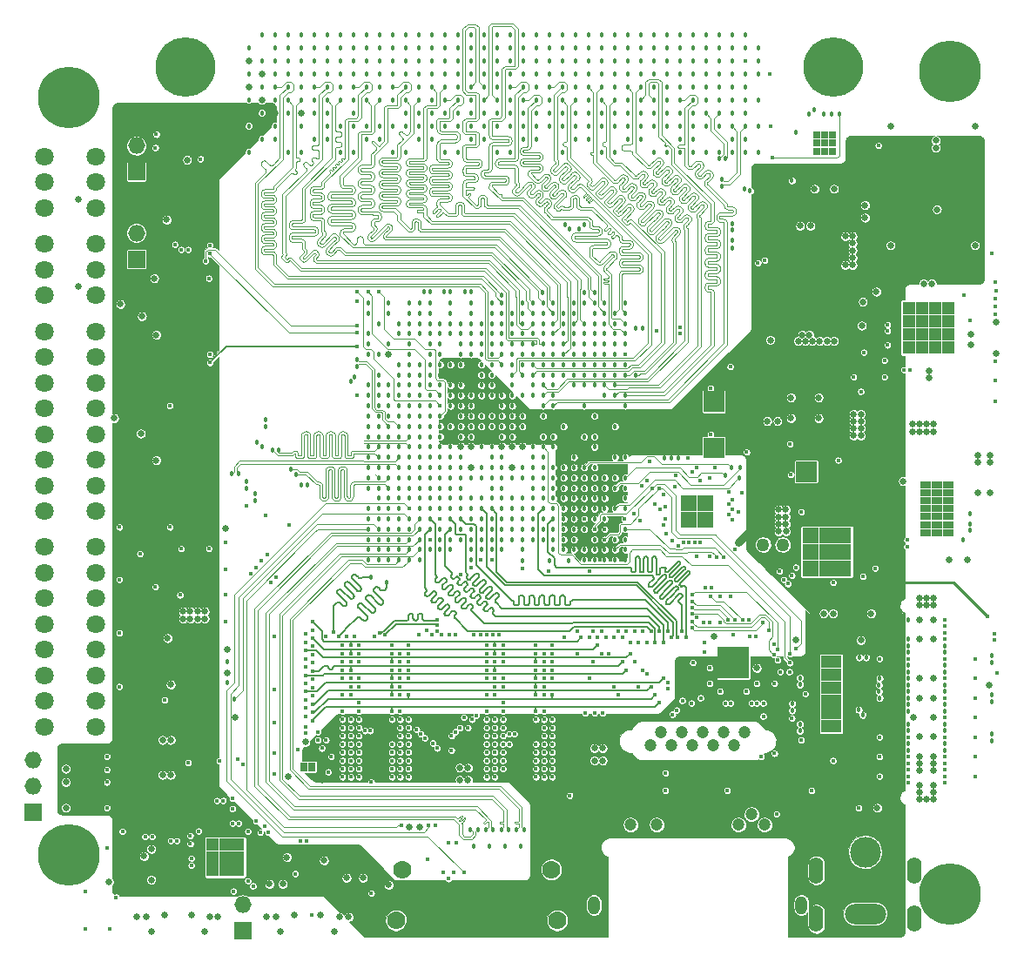
<source format=gbr>
G04 #@! TF.FileFunction,Copper,L5,Inr,Signal*
%FSLAX46Y46*%
G04 Gerber Fmt 4.6, Leading zero omitted, Abs format (unit mm)*
G04 Created by KiCad (PCBNEW (2016-08-02 BZR 7002)-product) date Mon Oct 17 13:50:07 2016*
%MOMM*%
%LPD*%
G01*
G04 APERTURE LIST*
%ADD10C,0.101600*%
%ADD11R,1.600000X1.600000*%
%ADD12C,1.200000*%
%ADD13O,1.200000X1.800000*%
%ADD14C,1.778000*%
%ADD15R,1.651000X1.651000*%
%ADD16O,1.651000X1.651000*%
%ADD17R,0.750000X0.900000*%
%ADD18R,1.080000X0.780000*%
%ADD19R,1.287500X1.287500*%
%ADD20R,1.000000X1.250000*%
%ADD21R,1.250000X1.250000*%
%ADD22R,1.000000X1.000000*%
%ADD23R,1.500000X1.500000*%
%ADD24R,0.800000X0.800000*%
%ADD25C,5.800000*%
%ADD26C,1.800000*%
%ADD27C,3.000000*%
%ADD28O,1.400000X2.600000*%
%ADD29O,4.000000X2.000000*%
%ADD30C,6.000000*%
%ADD31C,0.635000*%
%ADD32C,0.406400*%
%ADD33C,0.457200*%
%ADD34C,1.270000*%
%ADD35C,0.254000*%
%ADD36C,0.762000*%
%ADD37C,0.088900*%
%ADD38C,0.106680*%
%ADD39C,0.165100*%
%ADD40C,0.147320*%
%ADD41C,0.127000*%
G04 APERTURE END LIST*
D10*
D11*
X95400000Y-78700000D03*
X97000000Y-78700000D03*
X95400000Y-77100000D03*
X97000000Y-77100000D03*
D12*
X91661000Y-100596000D03*
X93693000Y-100596000D03*
X95725000Y-100596000D03*
X97757000Y-100596000D03*
X99789000Y-100596000D03*
X92677000Y-99326000D03*
X94709000Y-99326000D03*
X96741000Y-99326000D03*
X98773000Y-99326000D03*
X100805000Y-99326000D03*
X89723000Y-108346000D03*
X90993000Y-107326000D03*
X92263000Y-108346000D03*
X100203000Y-108346000D03*
X101473000Y-107326000D03*
X102743000Y-108346000D03*
D13*
X86148000Y-116156000D03*
X106318000Y-116156000D03*
D14*
X67500000Y-112700000D03*
X82000000Y-112700000D03*
X82600000Y-117650000D03*
X66900000Y-117650000D03*
D15*
X31600000Y-107140000D03*
D16*
X31600000Y-104600000D03*
X31600000Y-102060000D03*
D15*
X52000000Y-118640000D03*
D16*
X52000000Y-116100000D03*
D15*
X41656000Y-44831000D03*
D16*
X41656000Y-42291000D03*
D15*
X41656000Y-53340000D03*
D16*
X41656000Y-50800000D03*
D17*
X57925000Y-102700000D03*
X58675000Y-102700000D03*
D18*
X120580000Y-79937000D03*
X119500000Y-79937000D03*
X118420000Y-79937000D03*
X120580000Y-79157000D03*
X120580000Y-78377000D03*
X120580000Y-77597000D03*
X120580000Y-76817000D03*
X120580000Y-76037000D03*
X120580000Y-75257000D03*
X119500000Y-75257000D03*
X119500000Y-76037000D03*
X119500000Y-76817000D03*
X119500000Y-77597000D03*
X119500000Y-78377000D03*
X119500000Y-79157000D03*
X118420000Y-79157000D03*
X118420000Y-78377000D03*
X118420000Y-77597000D03*
X118420000Y-76817000D03*
X118420000Y-76037000D03*
X118420000Y-75257000D03*
D19*
X120631250Y-61931250D03*
X119343750Y-61931250D03*
X118056250Y-61931250D03*
X116768750Y-61931250D03*
X120631250Y-60643750D03*
X119343750Y-60643750D03*
X118056250Y-60643750D03*
X116768750Y-60643750D03*
X120631250Y-59356250D03*
X119343750Y-59356250D03*
X118056250Y-59356250D03*
X116768750Y-59356250D03*
X120631250Y-58068750D03*
X119343750Y-58068750D03*
X118056250Y-58068750D03*
X116768750Y-58068750D03*
D20*
X109720000Y-97506000D03*
X109720000Y-96256000D03*
X109720000Y-98756000D03*
X108720000Y-98756000D03*
X108720000Y-97506000D03*
X108720000Y-96256000D03*
X108720000Y-95006000D03*
X108720000Y-93756000D03*
X108720000Y-92506000D03*
X109720000Y-92506000D03*
X109720000Y-93756000D03*
X109720000Y-95006000D03*
D21*
X49050000Y-110250000D03*
X49050000Y-112750000D03*
X51550000Y-110250000D03*
X50300000Y-112750000D03*
X49050000Y-111500000D03*
X50300000Y-111500000D03*
X51550000Y-111500000D03*
X50300000Y-110250000D03*
X51550000Y-112750000D03*
D22*
X98300000Y-66700000D03*
X98300000Y-67700000D03*
X97300000Y-67700000D03*
X97300000Y-66700000D03*
X98300000Y-71200000D03*
X98300000Y-72200000D03*
X97300000Y-72200000D03*
X97300000Y-71200000D03*
X106300000Y-73500000D03*
X107300000Y-73500000D03*
X107300000Y-74500000D03*
X106300000Y-74500000D03*
D11*
X108800000Y-81800000D03*
X110400000Y-81800000D03*
X110400000Y-83400000D03*
X108800000Y-83400000D03*
X107200000Y-83400000D03*
X107200000Y-81800000D03*
X107200000Y-80200000D03*
X108800000Y-80200000D03*
X110400000Y-80200000D03*
D23*
X98945000Y-93333000D03*
X98945000Y-91833000D03*
X100445000Y-91833000D03*
X100445000Y-93333000D03*
D24*
X109385000Y-42837000D03*
X108585000Y-42837000D03*
X107785000Y-42837000D03*
X107785000Y-42037000D03*
X108585000Y-42037000D03*
X109385000Y-42037000D03*
X109385000Y-41237000D03*
X108585000Y-41237000D03*
X107785000Y-41237000D03*
D25*
X46454300Y-34616700D03*
X109455700Y-34616700D03*
D26*
X32719000Y-67865000D03*
X32719000Y-65365000D03*
X32719000Y-62865000D03*
X32719000Y-60365000D03*
X32719000Y-70365000D03*
X32719000Y-72865000D03*
X32719000Y-75365000D03*
X32719000Y-77865000D03*
X37719000Y-60365000D03*
X37719000Y-62865000D03*
X37719000Y-65365000D03*
X37719000Y-67865000D03*
X37719000Y-70365000D03*
X37719000Y-72865000D03*
X37719000Y-75365000D03*
X37719000Y-77865000D03*
X32719000Y-88820000D03*
X32719000Y-86320000D03*
X32719000Y-83820000D03*
X32719000Y-81320000D03*
X32719000Y-91320000D03*
X32719000Y-93820000D03*
X32719000Y-96320000D03*
X32719000Y-98820000D03*
X37719000Y-81320000D03*
X37719000Y-83820000D03*
X37719000Y-86320000D03*
X37719000Y-88820000D03*
X37719000Y-91320000D03*
X37719000Y-93820000D03*
X37719000Y-96320000D03*
X37719000Y-98820000D03*
X32719000Y-56856000D03*
X32719000Y-54356000D03*
X32719000Y-51856000D03*
X37719000Y-51856000D03*
X37719000Y-54356000D03*
X37719000Y-56856000D03*
X32719000Y-48347000D03*
X32719000Y-45847000D03*
X32719000Y-43347000D03*
X37719000Y-43347000D03*
X37719000Y-45847000D03*
X37719000Y-48347000D03*
D27*
X112522000Y-110998000D03*
D28*
X107772000Y-117498000D03*
X107772000Y-112798000D03*
X117272000Y-117498000D03*
X117272000Y-112798000D03*
D29*
X112522000Y-116998000D03*
D30*
X120810000Y-115090000D03*
X35080000Y-111280000D03*
X120810000Y-35080000D03*
X35080000Y-37620000D03*
D31*
X44700000Y-90200000D03*
D32*
X64500000Y-104200000D03*
X99900000Y-81600004D03*
X113500000Y-83400000D03*
X101300002Y-90000000D03*
X48800000Y-52000000D03*
D31*
X119400000Y-41800000D03*
X119400000Y-42500000D03*
X112500000Y-48100000D03*
X112500000Y-49300000D03*
D32*
X112100000Y-66200000D03*
D31*
X112300000Y-57500000D03*
X113600000Y-56500000D03*
X124700000Y-72400000D03*
X124700000Y-73100000D03*
X123500000Y-73100000D03*
X123500000Y-72400000D03*
X112200000Y-59800000D03*
D32*
X112400000Y-62400000D03*
X114400000Y-64800000D03*
X114400000Y-63200000D03*
D31*
X108000000Y-68800000D03*
X105300000Y-66800000D03*
X108000000Y-66800000D03*
D32*
X124800000Y-52800000D03*
X125200000Y-67200000D03*
X125200000Y-57900000D03*
X125200000Y-57200000D03*
X125200000Y-55600000D03*
X125200000Y-65100000D03*
X125200000Y-63300000D03*
D31*
X125300000Y-62500000D03*
X125300000Y-59500000D03*
D32*
X107315000Y-105029000D03*
D31*
X36000000Y-47500000D03*
X36000000Y-56000000D03*
D32*
X43600000Y-41200000D03*
X125349000Y-93599000D03*
X120269000Y-94107000D03*
X123189079Y-94107556D03*
X120269000Y-96012000D03*
X123190000Y-96012000D03*
X123190000Y-97917000D03*
X120269000Y-97917000D03*
X123190000Y-99822000D03*
X120269000Y-99822000D03*
X123190000Y-101727000D03*
X120269000Y-101727000D03*
X116713000Y-101727000D03*
X113919000Y-101727000D03*
X116713000Y-99822000D03*
X113919000Y-99822000D03*
D31*
X117221000Y-97917000D03*
D33*
X116713000Y-96012000D03*
X113919000Y-96012000D03*
X116713000Y-94107000D03*
X113919000Y-94107000D03*
D32*
X125100000Y-89800000D03*
D31*
X45000000Y-94700000D03*
X50500000Y-93600000D03*
D32*
X72800000Y-110100000D03*
D31*
X68199984Y-108600000D03*
D32*
X70699998Y-108400000D03*
X71500000Y-113000000D03*
X36700000Y-118500000D03*
X39100000Y-118500000D03*
D31*
X34800000Y-106700000D03*
X34800000Y-104200000D03*
X34800000Y-102900000D03*
X51300000Y-97900000D03*
D32*
X57100000Y-113100000D03*
X38800000Y-110600000D03*
D31*
X43100000Y-110700000D03*
X39000000Y-113900000D03*
X43100000Y-113700000D03*
D32*
X40300000Y-109000000D03*
X49734776Y-102126117D03*
D31*
X44200000Y-100100000D03*
X45000000Y-100100000D03*
X56300000Y-111500000D03*
X47000000Y-117100000D03*
X50300000Y-79500000D03*
D32*
X43500000Y-85200000D03*
X45900000Y-86000000D03*
X48700000Y-81500000D03*
X42000000Y-82000000D03*
X46000000Y-81500000D03*
X44900000Y-67600000D03*
X44900000Y-79400000D03*
X48700000Y-55200002D03*
X48800000Y-62600000D03*
D31*
X43400006Y-55200000D03*
X46600000Y-43700000D03*
D33*
X94400000Y-72700000D03*
D32*
X109400000Y-102100000D03*
X103700000Y-101400000D03*
X103900000Y-107300000D03*
X99100000Y-105000000D03*
X106300000Y-100100000D03*
D31*
X123200000Y-40400000D03*
X115000000Y-40400000D03*
X123200000Y-52000000D03*
X115000000Y-52000000D03*
X119500000Y-48500000D03*
X113700000Y-106700000D03*
X106200000Y-50100000D03*
X107200000Y-50100000D03*
X105300000Y-68800000D03*
X73900000Y-104000000D03*
X73100000Y-104000000D03*
D32*
X72300000Y-101100000D03*
X87000000Y-97500000D03*
X86200000Y-97500000D03*
D31*
X86200000Y-102100000D03*
X87000000Y-102100000D03*
D32*
X60600000Y-101700000D03*
X55100000Y-95200000D03*
X55100000Y-90000000D03*
X55100000Y-98400000D03*
X59300000Y-100100000D03*
D31*
X55900000Y-114100000D03*
X54600000Y-114100000D03*
D32*
X64500000Y-115000000D03*
D31*
X62100000Y-113500000D03*
X59600000Y-117100000D03*
D33*
X93000000Y-72700000D03*
X93700000Y-72700000D03*
D31*
X105800000Y-90400000D03*
X108500000Y-87800000D03*
X109400000Y-87800000D03*
X112100000Y-90400000D03*
X113100000Y-87800000D03*
D32*
X93800000Y-80700000D03*
X52400000Y-77300000D03*
D33*
X75200000Y-66600000D03*
X79200000Y-77600000D03*
X73200000Y-74600000D03*
D31*
X74200000Y-73600000D03*
X74200000Y-71600000D03*
D33*
X65200000Y-62600000D03*
X66200000Y-61600000D03*
D32*
X62500000Y-98900000D03*
D31*
X78200000Y-73600000D03*
D33*
X77200000Y-74600000D03*
D31*
X78200000Y-71600000D03*
D33*
X71200000Y-61600000D03*
X75200000Y-69600000D03*
X88200000Y-72600000D03*
X76200000Y-69600000D03*
X78200000Y-69600000D03*
X77200000Y-70600000D03*
X80200000Y-71600000D03*
D32*
X106300004Y-77900000D03*
D33*
X79000000Y-110400000D03*
X77500000Y-110400000D03*
X76000000Y-110400000D03*
X74500000Y-110400000D03*
D32*
X100200000Y-77900000D03*
X112300000Y-84200000D03*
X93300000Y-95100000D03*
X104267000Y-93472000D03*
X94742000Y-96266000D03*
X102616000Y-97790000D03*
X95631000Y-96520000D03*
X98425000Y-86106000D03*
D33*
X66200000Y-78600000D03*
X64200000Y-82600000D03*
X67200000Y-81600000D03*
X82200000Y-76600000D03*
X89200000Y-77600000D03*
X86200000Y-78600000D03*
X87200000Y-81600000D03*
X72200000Y-76600000D03*
D32*
X87600006Y-91700000D03*
X70200000Y-80600000D03*
D33*
X73200000Y-79600000D03*
X76200000Y-78600000D03*
X74200000Y-82600000D03*
X77200000Y-81600000D03*
X83200000Y-79600000D03*
X80200000Y-80600000D03*
X83700000Y-82700000D03*
D32*
X75700000Y-97300000D03*
X82100000Y-90900000D03*
X82100000Y-92500000D03*
X82100000Y-94100000D03*
X75700000Y-90900000D03*
X75700000Y-92500000D03*
X75700000Y-94100000D03*
X81300000Y-97300000D03*
X82100000Y-98900000D03*
X82100000Y-100500000D03*
X81300000Y-100500000D03*
X82100000Y-101300000D03*
X80500000Y-102900000D03*
X82100000Y-102900000D03*
X75700000Y-103700000D03*
X75700000Y-102900000D03*
X76500000Y-101300000D03*
X76500000Y-100500000D03*
X75700000Y-99700000D03*
X76500000Y-98900000D03*
X75700000Y-98900000D03*
X61700000Y-97300000D03*
X68100000Y-90900000D03*
X68100000Y-92500000D03*
X68100000Y-94100000D03*
X67300000Y-97300000D03*
X66500000Y-102900000D03*
X68100000Y-101300000D03*
X67300000Y-100500000D03*
X68100000Y-100500000D03*
X68100000Y-98900000D03*
X68100000Y-102900000D03*
X61700000Y-90900000D03*
X61700000Y-92500000D03*
X61700000Y-94100000D03*
X61700000Y-98900000D03*
X61700000Y-99700000D03*
X61700000Y-103700000D03*
X61700000Y-102900000D03*
X62500000Y-100500000D03*
X62500000Y-101300000D03*
D33*
X60198000Y-41656000D03*
X76200000Y-75600000D03*
X85200000Y-75600000D03*
X88200000Y-74600000D03*
X72200000Y-73600000D03*
X76200000Y-73600000D03*
X81200000Y-73600000D03*
X84200000Y-72600000D03*
X77200000Y-72600000D03*
X73200000Y-72600000D03*
X72200000Y-71600000D03*
X76200000Y-71600000D03*
X73200000Y-70600000D03*
X72200000Y-69600000D03*
X74200000Y-69600000D03*
X83200000Y-69600000D03*
X86200000Y-68600000D03*
X79200000Y-68600000D03*
X77200000Y-68600000D03*
X75200000Y-68600000D03*
X73200000Y-68600000D03*
X78200000Y-67600000D03*
X74200000Y-67600000D03*
X67200000Y-59600000D03*
X69200000Y-59600000D03*
X71200000Y-59600000D03*
X65200000Y-59600000D03*
X64200000Y-57600000D03*
X66200000Y-57600000D03*
X68200000Y-57600000D03*
X70200000Y-57600000D03*
X72200000Y-57600000D03*
X89200000Y-67600000D03*
X73200000Y-59600000D03*
X75200000Y-59600000D03*
X74200000Y-57600000D03*
X76199718Y-57600000D03*
X76200000Y-58600000D03*
X76199718Y-59600000D03*
X76199718Y-60600000D03*
X76200000Y-61600000D03*
X74200000Y-61600000D03*
X70200000Y-61600000D03*
X68200000Y-61600000D03*
X64200000Y-61600000D03*
X70200000Y-64600000D03*
X67200000Y-63600000D03*
X69200000Y-63600000D03*
X70200000Y-63600000D03*
X71200000Y-63600000D03*
X72200000Y-63600000D03*
X73200000Y-63600000D03*
X75200000Y-63600000D03*
X73200000Y-66600000D03*
X76200000Y-65600000D03*
X82200000Y-66600000D03*
X77200000Y-66600000D03*
X79200000Y-66600000D03*
X78200000Y-65600000D03*
X85200000Y-65600000D03*
X76200000Y-63600000D03*
X76200000Y-62600000D03*
X81200000Y-63600000D03*
X88200000Y-64600000D03*
X87200000Y-61600000D03*
X84200000Y-62600000D03*
X77200000Y-61600000D03*
X80200000Y-60600000D03*
X83200000Y-59600000D03*
X86200000Y-58600000D03*
X89200000Y-57600000D03*
X79200000Y-57600000D03*
X70200000Y-65600000D03*
X69200000Y-65600000D03*
X68200000Y-65600000D03*
X67200000Y-65600000D03*
X66200000Y-65600000D03*
X65200000Y-65600000D03*
X64200000Y-65600000D03*
X68200000Y-74600000D03*
X69200000Y-77600000D03*
X65200000Y-75600000D03*
X70200000Y-70600000D03*
X64200000Y-72600000D03*
X67200000Y-71600000D03*
X69200000Y-67600000D03*
X66200000Y-68600000D03*
X98298000Y-40386000D03*
X86868000Y-42926000D03*
X88138000Y-42926000D03*
X61468000Y-42926000D03*
X93218000Y-32766000D03*
X53848000Y-31496000D03*
X57658000Y-31496000D03*
X61468000Y-31496000D03*
X65278000Y-31496000D03*
X69088000Y-31496000D03*
X72898000Y-31496000D03*
X76708000Y-31496000D03*
X80518000Y-31496000D03*
X84328000Y-31496000D03*
X88138000Y-31496000D03*
X91948000Y-31496000D03*
X95758000Y-31496000D03*
X52578000Y-42926000D03*
X56388000Y-42926000D03*
X57658000Y-42926000D03*
X62738000Y-42926000D03*
X66548000Y-42926000D03*
X67818000Y-42926000D03*
X71628000Y-42926000D03*
X72898000Y-42926000D03*
X76708000Y-42926000D03*
X77978000Y-42926000D03*
X83058000Y-42926000D03*
X91948000Y-42926000D03*
X93218000Y-42926000D03*
X97028000Y-42926000D03*
X98298000Y-42926000D03*
X102108000Y-42926000D03*
X100838000Y-41656000D03*
X99568000Y-41656000D03*
X95758000Y-41656000D03*
X94488000Y-41656000D03*
X90678000Y-41656000D03*
X89408000Y-41656000D03*
X85598000Y-41656000D03*
X84328000Y-41656000D03*
X80518000Y-41656000D03*
X79248000Y-41656000D03*
X75438000Y-41656000D03*
X74168000Y-41656000D03*
X70358000Y-41656000D03*
X69088000Y-41656000D03*
X65278000Y-41656000D03*
X64008000Y-41656000D03*
X58928000Y-41656000D03*
X55118000Y-41656000D03*
X53848000Y-41656000D03*
X52578000Y-40386000D03*
X55118000Y-40386000D03*
X57658000Y-40386000D03*
X60198000Y-40386000D03*
X61468000Y-40386000D03*
X62738000Y-40386000D03*
X66548000Y-40386000D03*
X67818000Y-40386000D03*
X71628000Y-40386000D03*
X72898000Y-40386000D03*
X76708000Y-40386000D03*
X77978000Y-40386000D03*
X81788000Y-40386000D03*
X83058000Y-40386000D03*
X86868000Y-40386000D03*
X88138000Y-40386000D03*
X91948000Y-40386000D03*
X93218000Y-40386000D03*
X97028000Y-40386000D03*
X102108000Y-40386000D03*
X100838000Y-39116000D03*
X99568000Y-39116000D03*
X95758000Y-39116000D03*
X94488000Y-39116000D03*
X90678000Y-39116000D03*
X86868000Y-39116000D03*
X83058000Y-39116000D03*
X79248000Y-39116000D03*
X75438000Y-39116000D03*
X71628000Y-39116000D03*
X67818000Y-39116000D03*
X58928000Y-39116000D03*
X56388000Y-39116000D03*
X53848000Y-39116000D03*
X52578000Y-37846000D03*
X55118000Y-37846000D03*
X58928000Y-37846000D03*
X62738000Y-37846000D03*
X66548000Y-37846000D03*
X70358000Y-37846000D03*
X74168000Y-37846000D03*
X77978000Y-37846000D03*
X81788000Y-37846000D03*
X85598000Y-37846000D03*
X89408000Y-37846000D03*
X93218000Y-37846000D03*
X97028000Y-37846000D03*
X98298000Y-37846000D03*
X102108000Y-37846000D03*
X100838000Y-36576000D03*
X99568000Y-36576000D03*
X95758000Y-36576000D03*
X84328000Y-36576000D03*
X80518000Y-36576000D03*
X76708000Y-36576000D03*
X72898000Y-36576000D03*
X69088000Y-36576000D03*
X65278000Y-36576000D03*
X61468000Y-36576000D03*
X57658000Y-36576000D03*
X53848000Y-36576000D03*
X52578000Y-35306000D03*
X55118000Y-35306000D03*
X58928000Y-35306000D03*
X62738000Y-35306000D03*
X66548000Y-35306000D03*
X70358000Y-35306000D03*
X74168000Y-35306000D03*
X77978000Y-35306000D03*
X81788000Y-35306000D03*
X85598000Y-35306000D03*
X89408000Y-35306000D03*
X93218000Y-35306000D03*
X88138000Y-36576000D03*
X91948000Y-36576000D03*
X97028000Y-35306000D03*
X98298000Y-35306000D03*
X102108000Y-35306000D03*
X99568000Y-34036000D03*
X95758000Y-34036000D03*
X91948000Y-34036000D03*
X88138000Y-34036000D03*
X84328000Y-34036000D03*
X80518000Y-34036000D03*
X76708000Y-34036000D03*
X72898000Y-34036000D03*
X69088000Y-34036000D03*
X65278000Y-34036000D03*
X61468000Y-34036000D03*
X57658000Y-34036000D03*
X53848000Y-34036000D03*
X52578000Y-32766000D03*
X55118000Y-32766000D03*
X58928000Y-32766000D03*
X62738000Y-32766000D03*
X66548000Y-32766000D03*
X70358000Y-32766000D03*
X74168000Y-32766000D03*
X77978000Y-32766000D03*
X81788000Y-32766000D03*
X85598000Y-32766000D03*
X89408000Y-32766000D03*
X97028000Y-32766000D03*
X98298000Y-32766000D03*
X102108000Y-32766000D03*
X100838000Y-31496000D03*
X99568000Y-31496000D03*
X77200000Y-69600000D03*
D31*
X44600000Y-49500000D03*
X42400000Y-111400000D03*
X112100000Y-68400000D03*
X111400000Y-68400000D03*
X112100000Y-70500000D03*
X112100000Y-69800000D03*
X112100000Y-69100000D03*
X111400000Y-70500000D03*
X111400000Y-69800000D03*
X111400000Y-69100000D03*
D32*
X122100000Y-56800000D03*
D31*
X73900000Y-102800000D03*
X73100000Y-102800000D03*
X86200000Y-100900000D03*
X87000000Y-100900000D03*
D32*
X57400000Y-101000000D03*
D33*
X74200000Y-77600000D03*
X77200000Y-76600000D03*
D32*
X71200000Y-78600000D03*
D33*
X75200000Y-80600000D03*
X81200000Y-78600000D03*
X78200000Y-79600000D03*
X72200000Y-81600000D03*
X79200000Y-82700000D03*
X82200000Y-81600000D03*
D32*
X76500000Y-95700000D03*
X82100000Y-91700000D03*
X82100000Y-93300000D03*
X81300000Y-95700000D03*
X75700000Y-91700000D03*
X75700000Y-93300000D03*
X81300000Y-98100000D03*
X82100000Y-99700000D03*
X81300000Y-101300000D03*
X82100000Y-102100000D03*
X81300000Y-102900000D03*
X82100000Y-103700000D03*
X76500000Y-103700000D03*
X75700000Y-102100000D03*
X75700000Y-101300000D03*
X75700000Y-100500000D03*
X77300000Y-98900000D03*
X75700000Y-98100000D03*
X62500000Y-95700000D03*
X68100000Y-91700000D03*
X68100000Y-93300000D03*
X67300000Y-95700000D03*
X67300000Y-101300000D03*
X68100000Y-99700000D03*
X67300000Y-98100000D03*
X67300000Y-102900000D03*
X68100000Y-102100000D03*
X68100000Y-103700000D03*
X61700000Y-91700000D03*
X61700000Y-93300000D03*
X63300000Y-98900000D03*
X62500000Y-103700000D03*
X61700000Y-102100000D03*
X61700000Y-98100000D03*
X61700000Y-101300000D03*
X61700000Y-100500000D03*
D31*
X58100000Y-100300000D03*
D32*
X60300000Y-103200000D03*
X76500000Y-94100000D03*
X82100000Y-98100000D03*
X68100000Y-98100000D03*
X62500000Y-94100000D03*
D33*
X78200000Y-77600000D03*
X80200000Y-77600000D03*
D31*
X124700000Y-76100000D03*
X123500000Y-76100000D03*
X122500000Y-82600000D03*
X120700000Y-82600000D03*
X119200004Y-105900004D03*
X119200000Y-105200000D03*
X119200000Y-104500000D03*
X119200004Y-103100000D03*
X119200000Y-102400000D03*
X119200000Y-101700000D03*
X119200002Y-99800000D03*
X119200000Y-97900000D03*
X119200000Y-96000000D03*
X119200000Y-94100000D03*
X119200000Y-90300000D03*
X119199996Y-88400000D03*
X119200000Y-87000000D03*
X119200000Y-86300000D03*
X118500000Y-86300000D03*
X117800000Y-86300000D03*
X118500000Y-87000000D03*
X117800000Y-87000000D03*
X118500000Y-105900018D03*
X117800000Y-105900000D03*
X117800000Y-105200000D03*
X117800000Y-104500000D03*
X117800000Y-103100000D03*
X117800000Y-102400000D03*
X117800000Y-101700000D03*
X117800000Y-99800000D03*
X117800000Y-88400000D03*
X117800000Y-90300000D03*
X117800000Y-94100000D03*
X117800000Y-96000000D03*
X118700000Y-64900000D03*
X118700000Y-64200000D03*
X119000000Y-55700000D03*
X118200000Y-55700000D03*
X122800004Y-61700000D03*
X124587000Y-94742006D03*
D32*
X72000000Y-110100000D03*
D31*
X69200004Y-108600000D03*
X44200000Y-103500000D03*
X45000000Y-103500000D03*
D32*
X93100000Y-103300000D03*
D31*
X66200000Y-114200000D03*
D32*
X116586000Y-81280000D03*
D33*
X122700000Y-78100000D03*
D31*
X59700000Y-104000000D03*
X100200000Y-80900000D03*
X122900000Y-46300000D03*
X122900000Y-45600000D03*
X122900000Y-44900000D03*
X122900000Y-44200000D03*
X122200000Y-44200000D03*
X122200000Y-44900000D03*
X122200000Y-45600000D03*
X122200000Y-46300000D03*
D32*
X98600000Y-64700000D03*
X112649000Y-80772000D03*
X124400000Y-88100000D03*
D31*
X46700000Y-106100000D03*
X44500000Y-91300000D03*
X44700000Y-98200000D03*
X48200000Y-54500000D03*
X34800000Y-101600000D03*
X41200000Y-109600000D03*
D32*
X53600000Y-110600000D03*
X44900000Y-83408802D03*
X39600000Y-83400000D03*
D31*
X45400000Y-43700000D03*
D32*
X105900000Y-107300000D03*
X103649802Y-92837000D03*
D33*
X109500000Y-90392800D03*
X106600000Y-93400000D03*
X106200000Y-96000000D03*
X106200000Y-97900000D03*
X108400000Y-100900000D03*
X110000000Y-100900000D03*
D32*
X98100000Y-65895182D03*
X98100000Y-70395180D03*
X50300000Y-114800000D03*
X58000000Y-101000000D03*
D31*
X56400000Y-103700000D03*
D32*
X92200000Y-60300000D03*
X105300000Y-72800000D03*
X96500000Y-80900000D03*
X96000000Y-80900000D03*
X110700000Y-84800000D03*
X94700000Y-92700000D03*
D33*
X109474000Y-44831000D03*
X111378996Y-42291000D03*
X89200000Y-82600000D03*
X88200000Y-79600000D03*
X85200000Y-80600000D03*
X72200000Y-70600000D03*
X72200000Y-68600000D03*
X111633000Y-95631000D03*
X73200000Y-64600000D03*
X72200000Y-64600000D03*
X71200000Y-64600000D03*
X74200000Y-63600000D03*
X62738000Y-39116000D03*
D31*
X57658000Y-39116000D03*
X55118000Y-39116000D03*
X53848000Y-40386000D03*
X52578000Y-39116000D03*
X116205000Y-74930000D03*
X103300000Y-61200000D03*
X103000000Y-69100000D03*
X104000000Y-69100000D03*
D34*
X104500000Y-81100000D03*
X102600000Y-81100002D03*
D31*
X104800000Y-77700000D03*
X104800000Y-78400000D03*
X104800000Y-79100000D03*
X104817400Y-79800000D03*
X104100000Y-79800000D03*
X104100000Y-79100000D03*
X104100000Y-78400000D03*
X104100000Y-77700000D03*
X73200000Y-71600000D03*
X66200000Y-62600000D03*
X79200000Y-71600000D03*
X77200000Y-71600000D03*
D33*
X76200000Y-68600000D03*
X79200000Y-73600000D03*
X80200000Y-66600000D03*
X76200000Y-74600000D03*
X74200000Y-74600000D03*
X73200000Y-73600000D03*
X75200000Y-73600000D03*
X77200000Y-73600000D03*
X76200000Y-72600000D03*
X72200000Y-72600000D03*
X75200000Y-71600000D03*
X74200000Y-70600000D03*
X73200000Y-69600000D03*
X79200000Y-69600000D03*
X78200000Y-68600000D03*
X74200000Y-68600000D03*
X77200000Y-67600000D03*
X73200000Y-67600000D03*
X69200000Y-60600000D03*
X73200000Y-60600000D03*
X75200000Y-60600000D03*
X68200000Y-62600000D03*
X70200000Y-62600000D03*
X74200000Y-62600000D03*
X69200000Y-64600000D03*
X65200000Y-64600000D03*
X67200000Y-64600000D03*
D32*
X96900000Y-90600000D03*
X97400000Y-94600000D03*
X101900000Y-90000000D03*
X99700000Y-89900000D03*
D31*
X117100000Y-69400000D03*
X117800000Y-69400000D03*
X118500000Y-69400000D03*
X117100000Y-70100000D03*
X117800000Y-70100000D03*
X118500000Y-70100000D03*
X119200000Y-69400000D03*
X119200000Y-70100000D03*
D33*
X64200000Y-60600000D03*
D31*
X101981000Y-93091000D03*
D32*
X101981000Y-94615000D03*
D33*
X64200000Y-58600000D03*
X71200000Y-60600000D03*
X67200000Y-60600000D03*
X70200000Y-58600000D03*
X68200000Y-58600000D03*
X66200000Y-58600000D03*
X72200000Y-58600000D03*
X74200000Y-58600000D03*
X64200000Y-62600000D03*
X68200000Y-63600000D03*
D32*
X105400000Y-98000000D03*
X105300000Y-74300000D03*
X101000000Y-72100000D03*
D31*
X110600000Y-51100000D03*
X111300000Y-51100000D03*
X111300000Y-51800000D03*
X111300000Y-52500000D03*
X111300000Y-53200000D03*
X111300000Y-53900000D03*
X110600000Y-53900000D03*
D32*
X116900000Y-64100000D03*
D33*
X75200000Y-74600000D03*
X79200000Y-74600000D03*
X75200000Y-65600000D03*
X76200000Y-64600000D03*
X71200000Y-62600000D03*
D32*
X99400000Y-86100000D03*
X100500006Y-76100000D03*
X99300000Y-78200000D03*
X99300000Y-76000000D03*
X99300000Y-77200000D03*
X94000000Y-75500000D03*
X93100000Y-77400000D03*
X93100000Y-78600000D03*
D31*
X97790000Y-89997898D03*
D33*
X107600000Y-38800000D03*
X87200000Y-76600000D03*
X84200000Y-77600000D03*
X73200000Y-75600000D03*
X77200000Y-75600000D03*
X83200000Y-74600000D03*
X80200000Y-74600000D03*
X86200000Y-73600000D03*
X72200000Y-66600000D03*
X73200000Y-65600000D03*
X74200000Y-66600000D03*
X76200000Y-66600000D03*
X78200000Y-66600000D03*
X78200000Y-70600000D03*
D32*
X55100000Y-103400000D03*
D31*
X48300000Y-87600000D03*
X47600000Y-87600000D03*
X46900000Y-87600000D03*
X46200000Y-87600000D03*
X46200000Y-88300000D03*
X48300000Y-88300000D03*
X47600000Y-88300000D03*
X46900000Y-88300000D03*
X50500000Y-91300000D03*
D33*
X65200000Y-80600000D03*
X68200000Y-79600000D03*
X69200000Y-82600000D03*
X70200000Y-75600000D03*
X64200000Y-77600000D03*
X67200000Y-76600000D03*
X69200000Y-72600000D03*
X66200000Y-73600000D03*
X65200000Y-70600000D03*
X68200000Y-69600000D03*
X67200000Y-66600000D03*
X64200000Y-67600000D03*
D31*
X53848000Y-35306000D03*
X53848000Y-37846000D03*
X52578000Y-36576000D03*
X52578000Y-34036000D03*
D32*
X125200000Y-58700000D03*
X114700000Y-61700000D03*
D31*
X122800000Y-60677697D03*
D33*
X69200000Y-58600000D03*
X105410000Y-97231200D03*
X69200000Y-57600000D03*
X105410000Y-96570800D03*
D31*
X44400000Y-117100000D03*
X107100000Y-60700000D03*
X106400000Y-60700000D03*
X109500004Y-61300000D03*
X108800000Y-61300000D03*
X108100000Y-61300000D03*
X107400000Y-61300000D03*
X106700000Y-61300000D03*
X106000002Y-61300000D03*
D32*
X97500000Y-65895188D03*
X97506444Y-70395183D03*
X89200000Y-62600000D03*
D33*
X85200000Y-67600000D03*
X89200000Y-72600000D03*
X82200000Y-71600000D03*
X85200000Y-70600000D03*
X88200000Y-69600000D03*
X81200000Y-68600000D03*
X87200000Y-66600000D03*
X80200000Y-65600000D03*
X83200000Y-64600000D03*
X79200000Y-62600000D03*
X86200000Y-63600000D03*
X82200000Y-61600000D03*
X85200000Y-60600000D03*
X81200000Y-58600000D03*
X88200000Y-59600000D03*
X84200000Y-57600000D03*
X78200000Y-59600000D03*
X82200000Y-74600000D03*
D31*
X57000000Y-117100000D03*
D32*
X96100000Y-82200000D03*
X96520000Y-96012000D03*
X102616000Y-96520000D03*
X98425000Y-95377000D03*
X100965000Y-95377000D03*
X97409000Y-93091000D03*
D33*
X98298000Y-43561000D03*
X97028000Y-39116000D03*
D32*
X94550000Y-60000000D03*
D33*
X75200000Y-61600000D03*
X98933000Y-43561000D03*
X98298000Y-39116000D03*
X75200000Y-62600000D03*
D32*
X94550000Y-60600000D03*
X68200000Y-77600000D03*
X73500000Y-113000000D03*
D33*
X64200000Y-75600000D03*
X102108000Y-34036000D03*
D32*
X114700000Y-60300000D03*
X105200000Y-71300000D03*
X98100000Y-82300000D03*
X72000000Y-113600000D03*
X43200000Y-109500000D03*
X51500000Y-102000000D03*
X51000000Y-108200000D03*
D33*
X88200000Y-81600000D03*
D32*
X114700000Y-59700000D03*
X109900000Y-72900000D03*
X98800000Y-82300000D03*
X72500000Y-113000002D03*
X42500000Y-109500000D03*
X52000000Y-102500000D03*
X51600000Y-108200000D03*
D33*
X89200000Y-79600000D03*
D32*
X99400000Y-63800000D03*
X89096756Y-78603244D03*
D33*
X60198000Y-39116000D03*
D32*
X103300000Y-40400000D03*
X99600000Y-78700000D03*
X90800000Y-75400000D03*
D33*
X85200000Y-82600000D03*
D32*
X97400000Y-82200000D03*
X58700000Y-117100000D03*
X95758000Y-92583006D03*
X97000000Y-85300000D03*
D33*
X85200000Y-79600000D03*
D31*
X49600000Y-117300000D03*
X48800000Y-117300000D03*
X48300000Y-118700000D03*
X43100000Y-118700000D03*
X41700000Y-117300000D03*
X42600000Y-117300000D03*
X63700000Y-113500000D03*
X55200000Y-117300000D03*
X54300000Y-117300000D03*
X55700000Y-118700000D03*
X60899986Y-118700000D03*
X61400000Y-117300000D03*
X62300000Y-117300000D03*
D32*
X116713000Y-104267000D03*
X123190000Y-103632000D03*
X120269000Y-103632000D03*
X113919000Y-103632000D03*
X116713000Y-103632000D03*
X116713000Y-102997000D03*
X116713000Y-102362000D03*
D33*
X120269000Y-101092000D03*
X116713000Y-101092000D03*
X120269000Y-100457000D03*
X116713000Y-100457000D03*
X112268000Y-97663000D03*
X111887000Y-97155000D03*
X120269000Y-97282000D03*
X116713000Y-97282000D03*
X120269000Y-96647000D03*
X116713000Y-96647000D03*
X113871798Y-95377000D03*
X113871776Y-94742000D03*
X120269000Y-93472000D03*
X116713000Y-93472000D03*
X120269000Y-92837000D03*
X116713000Y-92837000D03*
X112606278Y-92067004D03*
X111945878Y-92067004D03*
X116713000Y-90297000D03*
X116713000Y-88392000D03*
D32*
X120269000Y-102997000D03*
X120269000Y-104267000D03*
X120269000Y-102362000D03*
X120269000Y-90297000D03*
D33*
X120269000Y-90932000D03*
X116713000Y-90932000D03*
D32*
X105800000Y-91200000D03*
X102100000Y-53700000D03*
X120269000Y-89026998D03*
X100838000Y-34036000D03*
X91800000Y-75600000D03*
D33*
X65278000Y-40386000D03*
D32*
X86200000Y-79600000D03*
X120269000Y-88391992D03*
X105200000Y-91700000D03*
X102752255Y-53431700D03*
X120269000Y-89662015D03*
X103251000Y-35306000D03*
X92500000Y-75600000D03*
D33*
X64008000Y-40386000D03*
D32*
X87200000Y-80600000D03*
D33*
X120269000Y-98552000D03*
X116713000Y-98552000D03*
X124841000Y-99491800D03*
X124841000Y-100152200D03*
X120269000Y-99187000D03*
X116713000Y-99187000D03*
X124841000Y-96342200D03*
X120269000Y-94742000D03*
X116713000Y-94742000D03*
X120269000Y-95377000D03*
X116713000Y-95377000D03*
X124841000Y-95681800D03*
X124841000Y-92532200D03*
X124841000Y-91871800D03*
X120269000Y-91567000D03*
X116713000Y-91567000D03*
D32*
X70000000Y-111700000D03*
D33*
X68200000Y-82600000D03*
X79355600Y-108800000D03*
X74144400Y-108800000D03*
X69200000Y-79600000D03*
X74855600Y-108800000D03*
X69200000Y-78600000D03*
X68200000Y-80600000D03*
X75644400Y-108800000D03*
X69200000Y-80600000D03*
X76355600Y-108800000D03*
X68200000Y-81600000D03*
X77144400Y-108800000D03*
X69200000Y-81600000D03*
X77855600Y-108800000D03*
X67200000Y-82600000D03*
X78644400Y-108800000D03*
D32*
X125300000Y-56400000D03*
X122700000Y-59300000D03*
X93200000Y-80000000D03*
X87200000Y-79600000D03*
D33*
X99600000Y-49900000D03*
X100838000Y-42926000D03*
X71600000Y-56500000D03*
X72200000Y-60600000D03*
X100838000Y-37846000D03*
X87200000Y-64600000D03*
X99600000Y-50500000D03*
X72200000Y-56500000D03*
X72200000Y-59600000D03*
X99568000Y-42926000D03*
X99568000Y-37846000D03*
X87200000Y-63600000D03*
X86200000Y-62600000D03*
X98298000Y-36576000D03*
X87200000Y-62600000D03*
X97028000Y-36576000D03*
X99600000Y-51500000D03*
X73600000Y-56500000D03*
X74200000Y-60600000D03*
X95758000Y-40386000D03*
X100800000Y-46500000D03*
X95758000Y-42926000D03*
X69600000Y-56500000D03*
X70200000Y-60600000D03*
X95758000Y-37846000D03*
X81200000Y-67600000D03*
X62900000Y-64800000D03*
X67200000Y-68600000D03*
X95758000Y-35306000D03*
X95758000Y-32766000D03*
X83200000Y-60600000D03*
X99600000Y-52300000D03*
X74200000Y-56500000D03*
X74200000Y-59600000D03*
X94488000Y-40386000D03*
X101318835Y-46707534D03*
X94488000Y-42926000D03*
X70200000Y-56500000D03*
X70200000Y-59600000D03*
X94488000Y-37846000D03*
X82200000Y-67600000D03*
X94488000Y-36576000D03*
X85200000Y-57600000D03*
X62500000Y-65200000D03*
X66200000Y-67600000D03*
X94488000Y-35306000D03*
X94488000Y-34036000D03*
X70200000Y-66600000D03*
X94488000Y-32766000D03*
X84200000Y-60600000D03*
X94488000Y-31496000D03*
X83200000Y-58600000D03*
X63098350Y-63119000D03*
X67200000Y-69600000D03*
X93218000Y-39116000D03*
X93218000Y-36576000D03*
X85200000Y-56600000D03*
X93218000Y-34036000D03*
X69200000Y-66600000D03*
X93218000Y-31496000D03*
X84200000Y-58600000D03*
X63098350Y-63754000D03*
X66200000Y-69600000D03*
X91948000Y-39116000D03*
X91948000Y-37846000D03*
X88200000Y-66600000D03*
X91948000Y-35306000D03*
X68200000Y-67600000D03*
X91948000Y-32766000D03*
X81200000Y-64600000D03*
X90678000Y-40386000D03*
X65200000Y-66600000D03*
X90678000Y-37846000D03*
X89200000Y-66600000D03*
X87200000Y-65600000D03*
X90678000Y-36576000D03*
X90678000Y-35306000D03*
X68200000Y-66600000D03*
X90678000Y-34036000D03*
X70200000Y-68600000D03*
X90678000Y-32766000D03*
X82200000Y-64600000D03*
X90678000Y-31496000D03*
X86200000Y-65600000D03*
X89408000Y-40386000D03*
X66200000Y-66600000D03*
X89408000Y-39116000D03*
X65200000Y-67600000D03*
X88200000Y-65600000D03*
X89408000Y-36576000D03*
X89408000Y-34036000D03*
X70200000Y-67600000D03*
X89408000Y-31496000D03*
X86200000Y-64600000D03*
X88138000Y-39116000D03*
X64200000Y-66600000D03*
X81200000Y-66600000D03*
X88138000Y-37846000D03*
X88138000Y-35306000D03*
X69200000Y-69600000D03*
X84200000Y-65600000D03*
X88138000Y-32766000D03*
X81200000Y-65600000D03*
X86868000Y-37846000D03*
X90200000Y-64600000D03*
X86868000Y-36576000D03*
X86868000Y-35306000D03*
X69200000Y-68600000D03*
X86868000Y-34036000D03*
X71200000Y-69600000D03*
X85200000Y-64600000D03*
X86868000Y-32766000D03*
X86868000Y-31496000D03*
X88200000Y-63600000D03*
X83347780Y-49946780D03*
X85181220Y-49946780D03*
X85598000Y-40386000D03*
X69200000Y-71600000D03*
X85598000Y-39116000D03*
X68200000Y-68600000D03*
X89200000Y-64600000D03*
X85598000Y-36576000D03*
X85598000Y-34036000D03*
X70200000Y-69600000D03*
X89200000Y-63600000D03*
X85598000Y-31496000D03*
X83784220Y-50383220D03*
X84744780Y-50383220D03*
X69200000Y-70600000D03*
X84328000Y-40386000D03*
X84328000Y-39116000D03*
X67200000Y-67600000D03*
X80200000Y-64600000D03*
X84328000Y-37846000D03*
X71200000Y-72600000D03*
X84328000Y-35306000D03*
X88200000Y-62600000D03*
X84328000Y-32766000D03*
X80200000Y-63600000D03*
X83058000Y-37846000D03*
X78200000Y-64600000D03*
X83058000Y-36576000D03*
X71200000Y-71600000D03*
X83058000Y-35306000D03*
X83058000Y-34036000D03*
X70200000Y-73600000D03*
X89200000Y-61600000D03*
X83058000Y-32766000D03*
X90866704Y-60090600D03*
X79200000Y-61600000D03*
X83058000Y-31496000D03*
X81788000Y-39116000D03*
X65200000Y-68600000D03*
X79200000Y-64600000D03*
X81788000Y-36576000D03*
X81788000Y-34036000D03*
X69200000Y-73600000D03*
X90219004Y-60090600D03*
X79200000Y-60600000D03*
X81788000Y-31496000D03*
X80518000Y-40386000D03*
X65200000Y-69600000D03*
X80518000Y-39116000D03*
X64200000Y-68600000D03*
X80518000Y-37846000D03*
X88200000Y-58600000D03*
X80518000Y-35306000D03*
X70200000Y-74600000D03*
X88200000Y-61600000D03*
X80518000Y-32766000D03*
X79248000Y-40386000D03*
X64200000Y-69600000D03*
X79248000Y-37846000D03*
X89200000Y-58600000D03*
X89200000Y-60600000D03*
X79248000Y-36576000D03*
X79248000Y-35306000D03*
X69200000Y-74600000D03*
X79248000Y-34036000D03*
X71200000Y-74600000D03*
X88200000Y-60600000D03*
X79248000Y-32766000D03*
X87200000Y-60600000D03*
X79248000Y-31496000D03*
X54241700Y-68961000D03*
X77978000Y-39116000D03*
X66200000Y-76600000D03*
X89200000Y-59600000D03*
X77978000Y-36576000D03*
X77978000Y-34036000D03*
X71200000Y-75600000D03*
X87200000Y-59600000D03*
X77978000Y-31496000D03*
X54229000Y-69596000D03*
X76708000Y-39116000D03*
X66200000Y-77600000D03*
X76708000Y-37846000D03*
X87200000Y-58600000D03*
X76708000Y-35306000D03*
X64200000Y-71600000D03*
X86200000Y-60600000D03*
X76708000Y-32766000D03*
X67200000Y-79600000D03*
X53900000Y-71600000D03*
X75438000Y-40386000D03*
X75438000Y-37846000D03*
X87200000Y-57600000D03*
X86200000Y-57600000D03*
X75438000Y-36576000D03*
X75438000Y-35306000D03*
X64200000Y-70600000D03*
X75438000Y-34036000D03*
X70200000Y-72600000D03*
X86200000Y-59600000D03*
X75438000Y-32766000D03*
X75438000Y-31496000D03*
X85200000Y-62600000D03*
X67200000Y-80600000D03*
X53385082Y-71114918D03*
X74168000Y-40386000D03*
X74168000Y-39116000D03*
X68200000Y-73600000D03*
X86200000Y-56600000D03*
X74168000Y-36576000D03*
X74168000Y-34036000D03*
X70200000Y-71600000D03*
X74168000Y-31496000D03*
X86200000Y-61600000D03*
X72898000Y-39116000D03*
X68200000Y-72600000D03*
X72898000Y-37846000D03*
X84200000Y-59600000D03*
X72897992Y-35306000D03*
X71200000Y-76600000D03*
X72898000Y-32766000D03*
X84200000Y-61600000D03*
X71628000Y-37846000D03*
X85200000Y-59600000D03*
X83200000Y-62600000D03*
X71628000Y-36576000D03*
X71628000Y-35306000D03*
X70200000Y-76600000D03*
X71628000Y-34036000D03*
X65200000Y-76600000D03*
X71628000Y-32766000D03*
X85200000Y-61600000D03*
X71628000Y-31496000D03*
X84200000Y-64600000D03*
X98552000Y-46228000D03*
X100838000Y-40386000D03*
X70358000Y-40386000D03*
X65200000Y-74600000D03*
X70358000Y-39116000D03*
X67200000Y-77600000D03*
X83200000Y-61600000D03*
X70358000Y-36576000D03*
X70358000Y-34036000D03*
X65200000Y-77600000D03*
X70358000Y-31496000D03*
X85200000Y-63600000D03*
X98552000Y-45593000D03*
X99568000Y-40386000D03*
X69088000Y-40386000D03*
X64200000Y-74600000D03*
X69088000Y-39116000D03*
X67200000Y-78600000D03*
X82200000Y-60600000D03*
X69088000Y-37846000D03*
X51608918Y-74222640D03*
X67200000Y-73600000D03*
X69088000Y-35306000D03*
X82200000Y-63600000D03*
X69088000Y-32766000D03*
X82200000Y-59600000D03*
X67818000Y-37846000D03*
X67818000Y-36576000D03*
X82200000Y-58600000D03*
X50961218Y-74222640D03*
X67200000Y-72600000D03*
X67818000Y-35306000D03*
X69200000Y-75600000D03*
X67818000Y-34036000D03*
X82200000Y-62600000D03*
X67818000Y-32766000D03*
X81200000Y-60600000D03*
X67818000Y-31496000D03*
D32*
X38800000Y-103000000D03*
X47700000Y-108958150D03*
X54100000Y-108500000D03*
X63100000Y-57400000D03*
X65200000Y-56500000D03*
D33*
X71200000Y-68600000D03*
X66548000Y-36576000D03*
X82200000Y-57600000D03*
X68200000Y-75600000D03*
X66548000Y-34036000D03*
X81200000Y-59600000D03*
X66548000Y-31496000D03*
X81185650Y-56600000D03*
X65278000Y-37846000D03*
X69200000Y-76600000D03*
X65278000Y-35306000D03*
X65278000Y-32766000D03*
X80200000Y-62600000D03*
D32*
X46900006Y-110200000D03*
X38800000Y-104200000D03*
X53303244Y-107996756D03*
D33*
X81200000Y-57600000D03*
X64008000Y-37846000D03*
X64008000Y-36576000D03*
X80200000Y-58600000D03*
X68200000Y-76600000D03*
X64008000Y-35306000D03*
X54889004Y-71880404D03*
X65200000Y-72600000D03*
X64008000Y-34036000D03*
X64008000Y-32766000D03*
X81200000Y-62600000D03*
X64008000Y-31496000D03*
X78200000Y-63600000D03*
X62738000Y-36576000D03*
X80200000Y-57600000D03*
X55500000Y-71900000D03*
X65200000Y-71600000D03*
X62738000Y-34036000D03*
X62738000Y-31496000D03*
X79200000Y-63600000D03*
D32*
X46900000Y-109400000D03*
X38800000Y-101700000D03*
X53700000Y-109100000D03*
X63100000Y-56500000D03*
X71200000Y-67600000D03*
D33*
X79200000Y-59600000D03*
X61468000Y-37846000D03*
X66200000Y-74600000D03*
X56642000Y-73787000D03*
X61468000Y-35306000D03*
X78200000Y-58600000D03*
X61468000Y-32766000D03*
X80200000Y-59600000D03*
X60198000Y-37846000D03*
X80200000Y-61600000D03*
X60198000Y-36576000D03*
X57150000Y-74295000D03*
X66200000Y-75600000D03*
X60198000Y-35306000D03*
X58293000Y-75311000D03*
X66200000Y-72600000D03*
X60198000Y-34036000D03*
X79200000Y-58600000D03*
X60198000Y-32766000D03*
X77200000Y-59600000D03*
X60198000Y-31496000D03*
X81200000Y-61600000D03*
X58928000Y-36576000D03*
X57658000Y-75311000D03*
X66200000Y-71600000D03*
X58928000Y-34036000D03*
X77200000Y-58600000D03*
X58928000Y-31496000D03*
X77200000Y-56800000D03*
X57658000Y-37846000D03*
X52324000Y-74987150D03*
X57658000Y-35306000D03*
X65200000Y-73600000D03*
X57658000Y-32766000D03*
X77200000Y-60600000D03*
X77200000Y-57600000D03*
X56388000Y-37846000D03*
X77200000Y-63600000D03*
X56388000Y-36576000D03*
X52324000Y-75634850D03*
X56388000Y-35306000D03*
X64200000Y-73600000D03*
X53213000Y-76130150D03*
X67200000Y-74600000D03*
X56388000Y-34036000D03*
X56388000Y-32766000D03*
X78200000Y-60600000D03*
X56388000Y-31496000D03*
X78200000Y-62600000D03*
X77200000Y-62600000D03*
X55118000Y-36576000D03*
X53213000Y-76777850D03*
X67200000Y-75600000D03*
X55118000Y-34036000D03*
X55118000Y-31496000D03*
X78200000Y-61600000D03*
D32*
X38800000Y-106700000D03*
X54500000Y-109100000D03*
X51100000Y-114800000D03*
X63100000Y-66600000D03*
D33*
X72200000Y-67600000D03*
D31*
X107600000Y-46500000D03*
X109500000Y-46500000D03*
X43600000Y-60700000D03*
X42200000Y-58900000D03*
X42100000Y-70299996D03*
X43600000Y-72900000D03*
D32*
X98933000Y-96520000D03*
X101473000Y-96520000D03*
X99441000Y-96520000D03*
X101981004Y-96520000D03*
X113800000Y-42300000D03*
X105800000Y-83300000D03*
D33*
X84200000Y-79600000D03*
D32*
X111900000Y-106700000D03*
X95300000Y-72700000D03*
D33*
X71200000Y-70600000D03*
D32*
X54200000Y-78300000D03*
D33*
X71200000Y-73600000D03*
D32*
X56500000Y-79200000D03*
D33*
X72200000Y-77600000D03*
X71200000Y-77600000D03*
D32*
X91300000Y-90600000D03*
X58800000Y-94200000D03*
X91300000Y-93700000D03*
X80500000Y-93300000D03*
X66500000Y-93300000D03*
D33*
X80200000Y-78600000D03*
D32*
X58800000Y-91800000D03*
X86900000Y-91700000D03*
X86900000Y-89500000D03*
X77300000Y-92500000D03*
X63300000Y-92500000D03*
D33*
X80200000Y-76600000D03*
D32*
X89700000Y-90600000D03*
X58100000Y-91400000D03*
X89700000Y-91700000D03*
X80500000Y-92500000D03*
X66500000Y-92500000D03*
D33*
X77200000Y-77600000D03*
D32*
X58100000Y-94600000D03*
X90900000Y-93300000D03*
X90900000Y-89500000D03*
X81300000Y-93300000D03*
X67300000Y-93300000D03*
D33*
X79200000Y-78600000D03*
D32*
X58800000Y-92600000D03*
X86100000Y-92500000D03*
X86100000Y-89500000D03*
X76500000Y-92500000D03*
X62500000Y-92500000D03*
D33*
X78200000Y-76600000D03*
D32*
X58100000Y-93000000D03*
X90100000Y-92500000D03*
X90100000Y-89500000D03*
X81300000Y-92500000D03*
X67300000Y-92500000D03*
D33*
X77200000Y-78600000D03*
D32*
X58800000Y-90200000D03*
X86500000Y-90900000D03*
X86500000Y-90100000D03*
X76500000Y-91700000D03*
X62500000Y-91700000D03*
D33*
X79200000Y-76600000D03*
D32*
X58100000Y-90600000D03*
X94700000Y-89500000D03*
X81300000Y-91700000D03*
X67300000Y-91700000D03*
D33*
X81200000Y-77600000D03*
D32*
X58800000Y-88600000D03*
X84900000Y-90100000D03*
X76500000Y-90900000D03*
X62500000Y-90900000D03*
D33*
X74200000Y-76600000D03*
D32*
X58100000Y-92200000D03*
X84500000Y-91700000D03*
X84500000Y-89500000D03*
X80500000Y-91700000D03*
X66500000Y-91700000D03*
D33*
X73200000Y-76600000D03*
D32*
X90500000Y-90600000D03*
X58100000Y-96200000D03*
X90500000Y-94900000D03*
X77300000Y-94900000D03*
X63300000Y-94900000D03*
D33*
X78200000Y-78600000D03*
D32*
X58800000Y-91000000D03*
X77300000Y-91700000D03*
X63300000Y-91700000D03*
D33*
X82200000Y-77600000D03*
D32*
X58800000Y-95000000D03*
X85700000Y-94100000D03*
X85700000Y-90100000D03*
X77300000Y-94100000D03*
X63300000Y-94100000D03*
D33*
X76200000Y-76600000D03*
D32*
X58100000Y-89800000D03*
X87300000Y-90100000D03*
X80500000Y-90900000D03*
X66500000Y-90900000D03*
D33*
X81200000Y-76600000D03*
D32*
X58800000Y-89400000D03*
X77300000Y-90900000D03*
X63300000Y-90900000D03*
D33*
X75200000Y-76600000D03*
D32*
X58800000Y-95800000D03*
X93300000Y-89500000D03*
X93300000Y-94500000D03*
X81300000Y-94100000D03*
X67300000Y-94100000D03*
D33*
X73200000Y-78600000D03*
D32*
X88900000Y-90100000D03*
X58800000Y-93400000D03*
X88900000Y-92500000D03*
X76500000Y-93300000D03*
X62500000Y-93300000D03*
D33*
X74200000Y-78600000D03*
D32*
X58100000Y-93800000D03*
X89300000Y-93300000D03*
X89300000Y-89500000D03*
X80500000Y-94100000D03*
X66500000Y-94100000D03*
D33*
X75200000Y-78600000D03*
D32*
X58800000Y-96600000D03*
X91700000Y-89500000D03*
X91700010Y-94900000D03*
X80500000Y-95700000D03*
X66500000Y-95700000D03*
D33*
X70200000Y-79600000D03*
D32*
X58100000Y-97000000D03*
X88500000Y-95700000D03*
X88500000Y-89500000D03*
X75700000Y-95700000D03*
X61700000Y-95700000D03*
D33*
X73200000Y-77600000D03*
D32*
X58100000Y-97800000D03*
X88100000Y-94900000D03*
X88100000Y-90100000D03*
X81300000Y-94900000D03*
X67300000Y-94900000D03*
D33*
X70200000Y-77600000D03*
D32*
X92100000Y-90600000D03*
X58800000Y-97400000D03*
X92100000Y-95700000D03*
X82100000Y-95700000D03*
X68100000Y-95700000D03*
D33*
X70200000Y-78600000D03*
D32*
X58800000Y-98200000D03*
X92500000Y-89500000D03*
X92500000Y-96500000D03*
X80500000Y-97300000D03*
X66500000Y-97300000D03*
D33*
X72200000Y-79600000D03*
D32*
X92900000Y-90600000D03*
X58100000Y-95400000D03*
X92900000Y-94100000D03*
X80500000Y-94900000D03*
X66500000Y-94900000D03*
D33*
X72200000Y-78600000D03*
D32*
X58100000Y-98807900D03*
X77300000Y-96500000D03*
X94206545Y-97193455D03*
X94293197Y-90100892D03*
X63300000Y-96500000D03*
D33*
X76200000Y-77600000D03*
D32*
X58100000Y-99392100D03*
X77300000Y-97300000D03*
X93793455Y-97606545D03*
X93708997Y-90100892D03*
X63300000Y-97300000D03*
D33*
X75200000Y-77600000D03*
D32*
X95100000Y-90100000D03*
D33*
X82200000Y-78600000D03*
D32*
X76500000Y-94900000D03*
X62500000Y-94900000D03*
X116586000Y-80645000D03*
D33*
X122047000Y-80645006D03*
X122700000Y-79700000D03*
X122700000Y-79100000D03*
D32*
X105200000Y-92600000D03*
X102400000Y-101700000D03*
D33*
X81200000Y-71600000D03*
D32*
X55100000Y-101400000D03*
X83800000Y-105500000D03*
X46700000Y-102299990D03*
X93100000Y-105000000D03*
X111400000Y-64800000D03*
X116300000Y-64100000D03*
X125100000Y-90400000D03*
X106700000Y-95600000D03*
X106700000Y-95600000D03*
X48800000Y-63400002D03*
X63100000Y-61800000D03*
D33*
X72200000Y-65600000D03*
D32*
X52500000Y-109000000D03*
X49500000Y-106000000D03*
X45600000Y-109900000D03*
X50100000Y-106000000D03*
X45000000Y-109900000D03*
X48400000Y-53500000D03*
X63100000Y-59800000D03*
D33*
X75200000Y-64600000D03*
D32*
X36700000Y-114800000D03*
X47000000Y-111600000D03*
X39700000Y-115400000D03*
X47000000Y-112300000D03*
D31*
X40100000Y-57700000D03*
X39500000Y-68800000D03*
D33*
X68200000Y-64600000D03*
D32*
X90600000Y-78800000D03*
D33*
X88200000Y-80600000D03*
D32*
X46000000Y-52400000D03*
X54700000Y-84800000D03*
D33*
X89200000Y-80600000D03*
D32*
X105400000Y-84100000D03*
D33*
X85200000Y-81600000D03*
D32*
X104600000Y-84500000D03*
D33*
X86200000Y-81600000D03*
D32*
X44400000Y-96200000D03*
X45400000Y-51900000D03*
X104200000Y-83700000D03*
D33*
X84200000Y-80600000D03*
D32*
X109400000Y-84800000D03*
D33*
X87200000Y-82600000D03*
D32*
X105000000Y-84900000D03*
D33*
X86200000Y-82600000D03*
X105400000Y-45700000D03*
X87200000Y-78600000D03*
D32*
X96100000Y-88200000D03*
D33*
X89200000Y-75600000D03*
D32*
X97409000Y-88646000D03*
D33*
X83200000Y-78600000D03*
D32*
X97600000Y-85300000D03*
X98425000Y-88646000D03*
D33*
X84200000Y-74600000D03*
D32*
X96901000Y-91567000D03*
X103700000Y-94600000D03*
X105156000Y-93472000D03*
D33*
X82200000Y-65600000D03*
X84200000Y-63600000D03*
X83200000Y-63600000D03*
D32*
X95700000Y-87200000D03*
X99187000Y-88392000D03*
D33*
X84200000Y-76600000D03*
D32*
X95700000Y-86600000D03*
X99822000Y-88392000D03*
D33*
X81200000Y-75600000D03*
D32*
X97500000Y-86100000D03*
X100584000Y-88392000D03*
D33*
X84200000Y-75600000D03*
D32*
X101219000Y-88392000D03*
D33*
X82200000Y-73600000D03*
D32*
X51000000Y-105800000D03*
X52500000Y-113800000D03*
D33*
X89200000Y-81600000D03*
D32*
X51000000Y-106800000D03*
X53000006Y-114300000D03*
D33*
X88200000Y-82600000D03*
X50500000Y-92500000D03*
X72200000Y-75600000D03*
X51200000Y-96100000D03*
X65200000Y-79600000D03*
D32*
X58200000Y-109900000D03*
X94900000Y-80900000D03*
X57600000Y-109900000D03*
X95408003Y-80900000D03*
D33*
X98900000Y-74400000D03*
X89200000Y-74600000D03*
D32*
X96774000Y-88646000D03*
D33*
X89200000Y-76600000D03*
X100399998Y-73600000D03*
X88200000Y-75600000D03*
X100300000Y-74600000D03*
X88200000Y-77600000D03*
X109220000Y-39243000D03*
X87200000Y-74600000D03*
X108458004Y-39243000D03*
X87200000Y-75600000D03*
D32*
X90000000Y-78100000D03*
D33*
X87200000Y-77600000D03*
X105791000Y-41021000D03*
X86200000Y-74600000D03*
D32*
X94100000Y-74400000D03*
D33*
X86200000Y-75600000D03*
D32*
X92900000Y-76200000D03*
D33*
X86200000Y-76600000D03*
D32*
X92600000Y-77700000D03*
D33*
X86200000Y-77600000D03*
D32*
X46700000Y-52400000D03*
X55200000Y-84300000D03*
D33*
X86200000Y-80600000D03*
X99500000Y-73600000D03*
X85200000Y-73600000D03*
D32*
X103500000Y-43500000D03*
D33*
X109982000Y-39243000D03*
X85200000Y-74600000D03*
X85200000Y-76600000D03*
D32*
X99600000Y-76699998D03*
X97400000Y-74600000D03*
X92099992Y-77200000D03*
D33*
X85200000Y-77600000D03*
D32*
X96499988Y-74900000D03*
X92900000Y-79200000D03*
X85200000Y-78600000D03*
D33*
X107061000Y-39243000D03*
X84200000Y-73600000D03*
D32*
X102600000Y-88700000D03*
X95699998Y-89200000D03*
D33*
X84200000Y-78600000D03*
X84200000Y-81600000D03*
D32*
X80500000Y-103700000D03*
X104013000Y-92329000D03*
D33*
X83200000Y-73600000D03*
D32*
X104013000Y-91313000D03*
X95700000Y-86000000D03*
D33*
X83200000Y-75600000D03*
D32*
X103632000Y-91821000D03*
X95700000Y-87800000D03*
D33*
X83200000Y-76600000D03*
D32*
X95700000Y-88600000D03*
X103124000Y-89408000D03*
D33*
X83200000Y-77600000D03*
X83200000Y-80600000D03*
D32*
X80500000Y-101300000D03*
D33*
X83200000Y-81600000D03*
D32*
X77300000Y-102900000D03*
X83300000Y-90100000D03*
X81300000Y-102100000D03*
X103632000Y-90805000D03*
D33*
X82200000Y-75600000D03*
X82200000Y-79600000D03*
D32*
X81300000Y-103700000D03*
D33*
X82200000Y-80600000D03*
D32*
X77300000Y-102100000D03*
D33*
X81787250Y-82700000D03*
D32*
X80500000Y-102100000D03*
X91600000Y-73000000D03*
D33*
X81200000Y-72600000D03*
D32*
X91300000Y-74900000D03*
D33*
X81200000Y-74600000D03*
D32*
X85700000Y-83700000D03*
X85300000Y-97500000D03*
D33*
X81200000Y-79600000D03*
D32*
X76500000Y-102900000D03*
D33*
X81200000Y-80600000D03*
D32*
X77300000Y-101300000D03*
X77900000Y-100500000D03*
X76900000Y-89900000D03*
X76500000Y-102100000D03*
X76300000Y-89900000D03*
X97900000Y-73600000D03*
D33*
X80200000Y-72600000D03*
D32*
X96100000Y-73600000D03*
D33*
X80200000Y-73600000D03*
D32*
X95700000Y-74000000D03*
X99600000Y-77700000D03*
D33*
X80200000Y-75600000D03*
D32*
X81750000Y-83710000D03*
D33*
X80200000Y-79600000D03*
D32*
X80500000Y-100500000D03*
X75700000Y-89900000D03*
X77300000Y-100500000D03*
X75100000Y-89900000D03*
X74699994Y-97700000D03*
X80500000Y-98100000D03*
X74500000Y-89900000D03*
X79200000Y-83400000D03*
D33*
X79200000Y-79600000D03*
D32*
X74300000Y-98100000D03*
X76500000Y-98100000D03*
X78408003Y-99500000D03*
D33*
X79200000Y-80600000D03*
D32*
X77900000Y-99500000D03*
D33*
X79200000Y-81600000D03*
X78200000Y-80600000D03*
D32*
X73900000Y-98900000D03*
X77300000Y-98100000D03*
X72700000Y-89900000D03*
X72700000Y-99300000D03*
X77300000Y-99700000D03*
X72100000Y-89900000D03*
X72300000Y-99700000D03*
X76500000Y-99700000D03*
X73499998Y-97900000D03*
X81300000Y-98900000D03*
D33*
X77200000Y-79600000D03*
D32*
X73100000Y-98900000D03*
X81300000Y-99700000D03*
D33*
X77200000Y-80600000D03*
D32*
X71300000Y-89900000D03*
X66500000Y-103700000D03*
X76268200Y-82600000D03*
D33*
X76200000Y-79600000D03*
D32*
X67300000Y-103700000D03*
X70500000Y-100400000D03*
X70400000Y-89900000D03*
X75158981Y-82600000D03*
D33*
X76200000Y-80600000D03*
D32*
X67300000Y-102100000D03*
X65815901Y-89900000D03*
X70900000Y-88900000D03*
D33*
X76200000Y-81600000D03*
D32*
X63300000Y-102100000D03*
X70900000Y-100900000D03*
X70900000Y-89500008D03*
X66500000Y-101300000D03*
D33*
X73200000Y-61600000D03*
X106180151Y-94050800D03*
X106180151Y-94711200D03*
X73200000Y-62600000D03*
D32*
X69700000Y-99900000D03*
D33*
X75200000Y-79600000D03*
D32*
X63300000Y-103700000D03*
X70900000Y-88391997D03*
X65307900Y-89668150D03*
D33*
X75200000Y-81600000D03*
D32*
X63300000Y-102900000D03*
X69900000Y-89400000D03*
X66500000Y-102100000D03*
X68900000Y-99100000D03*
D33*
X74200000Y-79600000D03*
D32*
X62500000Y-102100000D03*
X69100000Y-89900000D03*
X69300000Y-99500000D03*
X62500000Y-102900000D03*
X74200000Y-83300000D03*
D33*
X74200000Y-80600000D03*
D32*
X64800000Y-90000000D03*
X73200000Y-84000000D03*
D33*
X74200000Y-81600000D03*
D32*
X63300000Y-101300000D03*
D33*
X73200000Y-80600000D03*
D32*
X67300000Y-98900000D03*
X62900000Y-90000000D03*
X63300000Y-98100000D03*
X62100000Y-90000000D03*
X62500000Y-98100000D03*
D33*
X68200000Y-78600000D03*
D32*
X70100000Y-108414250D03*
D33*
X72200000Y-80600000D03*
D32*
X66500000Y-98100000D03*
D33*
X66000000Y-84800000D03*
D32*
X61300000Y-90000000D03*
X63300000Y-100500000D03*
X48798187Y-52816291D03*
X63100000Y-60500000D03*
D33*
X71200000Y-65600000D03*
X65200000Y-81600000D03*
D32*
X54400000Y-82100000D03*
D33*
X71200000Y-79600000D03*
D32*
X59300000Y-99300000D03*
X63300000Y-99700000D03*
X64408003Y-99200000D03*
D33*
X71200000Y-80600000D03*
D32*
X63900000Y-99200000D03*
D33*
X71200000Y-81600000D03*
X64500000Y-84300000D03*
D32*
X60800000Y-89600000D03*
X62500000Y-99700000D03*
D33*
X66200000Y-81600000D03*
D32*
X53800000Y-82700000D03*
X59700000Y-100900000D03*
X66500000Y-100500000D03*
D33*
X70200000Y-81600000D03*
D32*
X60100000Y-90000000D03*
X60100000Y-100100000D03*
X67300000Y-99700000D03*
D33*
X50500000Y-94500000D03*
X72200000Y-74600000D03*
X106180151Y-98550800D03*
X68200000Y-59600000D03*
X68200000Y-60600000D03*
X106180151Y-99211200D03*
X64200000Y-79600000D03*
D32*
X67400000Y-108400000D03*
X50300000Y-88600000D03*
X40000000Y-94900000D03*
D33*
X64200000Y-80600000D03*
X66200000Y-79600000D03*
D32*
X50300000Y-86000000D03*
X40000000Y-89700000D03*
D33*
X65200000Y-82600000D03*
D32*
X53300000Y-83300000D03*
X50300000Y-83500000D03*
X40000000Y-84500000D03*
D33*
X64200000Y-81600000D03*
X66200000Y-80600000D03*
D32*
X50300000Y-80900000D03*
X40000000Y-79400000D03*
D33*
X66200000Y-82600000D03*
D32*
X52796756Y-83896756D03*
D33*
X65200000Y-78600000D03*
D32*
X43500000Y-42500000D03*
D33*
X64200000Y-78600000D03*
D32*
X47900000Y-43600000D03*
X94400000Y-81200000D03*
D31*
X59900000Y-111800000D03*
D32*
X113919000Y-92202000D03*
X116713000Y-92202000D03*
X120269000Y-92202000D03*
X123190000Y-92202000D03*
D33*
X67200000Y-70600000D03*
X100838000Y-35306000D03*
X100838000Y-32766000D03*
X86200000Y-71600000D03*
X66200000Y-70600000D03*
X99568000Y-35306000D03*
X86200000Y-70599986D03*
X99568000Y-32766000D03*
X68200000Y-71600000D03*
X98298000Y-34036000D03*
X81200000Y-70600000D03*
X98298000Y-31496000D03*
X97028000Y-34036000D03*
X68200000Y-70600000D03*
X97028000Y-31496000D03*
X82200000Y-70600000D03*
D32*
X64200000Y-56500000D03*
D33*
X71200000Y-66600000D03*
X78200000Y-74600000D03*
D35*
X110700000Y-84800000D02*
X110700000Y-89192800D01*
X110700000Y-89192800D02*
X109500000Y-90392800D01*
X124400000Y-88100000D02*
X121100000Y-84800000D01*
X121100000Y-84800000D02*
X110700000Y-84800000D01*
D36*
X100200000Y-80900000D02*
X103000000Y-78100000D01*
X103000000Y-78100000D02*
X103000000Y-75100000D01*
X103000000Y-75100000D02*
X105096801Y-73003199D01*
X105096801Y-73003199D02*
X105300000Y-72800000D01*
D35*
X85700000Y-81776658D02*
X85700000Y-81100000D01*
X85700000Y-81100000D02*
X85200000Y-80600000D01*
X88700000Y-82100000D02*
X86023342Y-82100000D01*
X86023342Y-82100000D02*
X85700000Y-81776658D01*
X89200000Y-82600000D02*
X88700000Y-82100000D01*
D37*
X98793301Y-43089779D02*
X98322080Y-43561000D01*
X98322080Y-43561000D02*
X98298000Y-43561000D01*
X98793301Y-42094865D02*
X98793301Y-43053000D01*
X98793301Y-43089779D02*
X98793301Y-43053000D01*
X97523301Y-39611301D02*
X97523301Y-40824865D01*
X97028000Y-39116000D02*
X97523301Y-39611301D01*
X97523301Y-40824865D02*
X98793301Y-42094865D01*
X99072701Y-43180000D02*
X99072701Y-43421299D01*
X99072701Y-43421299D02*
X98933000Y-43561000D01*
X99072701Y-41979137D02*
X99072701Y-43180000D01*
X98298000Y-39116000D02*
X97802699Y-39611301D01*
X97802699Y-39611301D02*
X97802699Y-40709135D01*
X97802699Y-40709135D02*
X99072701Y-41979137D01*
D38*
X73500000Y-113000000D02*
X70000000Y-109500000D01*
X70000000Y-109500000D02*
X55800000Y-109500000D01*
X55800000Y-109500000D02*
X50400000Y-104100000D01*
X50400000Y-104100000D02*
X50400000Y-95300000D01*
X50400000Y-95300000D02*
X51200000Y-94500000D01*
X51200000Y-94500000D02*
X51200000Y-86000000D01*
X51200000Y-86000000D02*
X60100000Y-77100000D01*
X60100000Y-77100000D02*
X67700000Y-77100000D01*
X67700000Y-77100000D02*
X68200000Y-77600000D01*
X88200000Y-81600000D02*
X88700000Y-81100000D01*
X95300000Y-81800000D02*
X97600000Y-81800000D01*
X88700000Y-81100000D02*
X92600000Y-81100000D01*
X92600000Y-81100000D02*
X93400000Y-81900000D01*
X93400000Y-81900000D02*
X95200000Y-81900000D01*
X95200000Y-81900000D02*
X95300000Y-81800000D01*
X97600000Y-81800000D02*
X97896801Y-82096801D01*
X97896801Y-82096801D02*
X98100000Y-82300000D01*
X89200000Y-79600000D02*
X91600000Y-79600000D01*
X98100000Y-81600000D02*
X98800000Y-82300000D01*
X91600000Y-79600000D02*
X93500000Y-81500000D01*
X93500000Y-81500000D02*
X94000000Y-81500000D01*
X94100000Y-81600000D02*
X94700000Y-81600000D01*
X94000000Y-81500000D02*
X94100000Y-81600000D01*
X94700000Y-81600000D02*
X94900000Y-81400000D01*
X94900000Y-81400000D02*
X97900000Y-81400000D01*
X97900000Y-81400000D02*
X98100000Y-81600000D01*
X98000000Y-80230054D02*
X106000000Y-88230054D01*
X106000000Y-88230054D02*
X106272441Y-88502495D01*
X106272441Y-88502495D02*
X106272441Y-90727559D01*
X106272441Y-90727559D02*
X105800000Y-91200000D01*
X91800000Y-75600000D02*
X92200000Y-75200000D01*
X92200000Y-75200000D02*
X93000000Y-75200000D01*
X94100000Y-76300000D02*
X94100000Y-79700000D01*
X93000000Y-75200000D02*
X94100000Y-76300000D01*
X94100000Y-79700000D02*
X94500000Y-80100000D01*
X94500000Y-80100000D02*
X98000000Y-80100000D01*
X98000000Y-80100000D02*
X98000000Y-80230054D01*
X86200000Y-79600000D02*
X86200000Y-79300000D01*
X86200000Y-79300000D02*
X86700000Y-78800000D01*
X86700000Y-78800000D02*
X86700000Y-78300000D01*
X86900000Y-78100000D02*
X89300000Y-78100000D01*
X86700000Y-78300000D02*
X86900000Y-78100000D01*
X89300000Y-78100000D02*
X91800000Y-75600000D01*
X105200000Y-91412632D02*
X105200000Y-91700000D01*
X97600000Y-80500000D02*
X105200000Y-88100000D01*
X94300000Y-80500000D02*
X97600000Y-80500000D01*
X93700000Y-79900000D02*
X94300000Y-80500000D01*
X93700000Y-76469950D02*
X93700000Y-79900000D01*
X92830050Y-75600000D02*
X93700000Y-76469950D01*
X105200000Y-88100000D02*
X105200000Y-91412632D01*
X92500000Y-75600000D02*
X92830050Y-75600000D01*
X87200000Y-80600000D02*
X87700000Y-80100000D01*
X90500000Y-78300000D02*
X90500000Y-77600000D01*
X87700000Y-80100000D02*
X88500000Y-80100000D01*
X88500000Y-80100000D02*
X88700000Y-79900000D01*
X90500000Y-77600000D02*
X92500000Y-75600000D01*
X88700000Y-79900000D02*
X88700000Y-79200000D01*
X88700000Y-79200000D02*
X88800000Y-79100000D01*
X88800000Y-79100000D02*
X89700000Y-79100000D01*
X89700000Y-79100000D02*
X90500000Y-78300000D01*
D37*
X79355600Y-108800000D02*
X79139699Y-108584099D01*
X56839700Y-88457864D02*
X62418164Y-82879400D01*
X79139699Y-108584099D02*
X79139699Y-106642135D01*
X79139699Y-106642135D02*
X77057864Y-104560300D01*
X77057864Y-104560300D02*
X58526518Y-104560300D01*
X63529798Y-82879400D02*
X63904440Y-83254042D01*
X58526518Y-104560300D02*
X56839700Y-102873482D01*
X56839700Y-102873482D02*
X56839700Y-88457864D01*
X62418164Y-82879400D02*
X63529798Y-82879400D01*
X63904440Y-83254042D02*
X67545958Y-83254042D01*
X67920600Y-82879400D02*
X68200000Y-82600000D01*
X67545958Y-83254042D02*
X67920600Y-82879400D01*
X74144400Y-108800000D02*
X74360301Y-109015901D01*
X73638553Y-107719810D02*
X73626141Y-107704246D01*
X60657864Y-80239700D02*
X63700000Y-80239700D01*
X73103815Y-108003099D02*
X73088252Y-107990688D01*
X74360301Y-109015901D02*
X74360301Y-109242135D01*
X74360301Y-109242135D02*
X74142136Y-109460300D01*
X74142136Y-109460300D02*
X73557864Y-109460300D01*
X72946962Y-107751651D02*
X72929027Y-107760289D01*
X73557864Y-109460300D02*
X73339700Y-109242136D01*
X73374693Y-107452798D02*
X73359128Y-107440386D01*
X73198410Y-108003099D02*
X73180475Y-108011737D01*
X73651621Y-107777061D02*
X73651621Y-107757154D01*
X73339700Y-109242136D02*
X73339700Y-108242136D01*
X73327288Y-108226571D02*
X73318650Y-108208636D01*
X73341193Y-107431748D02*
X73321784Y-107427318D01*
X73533917Y-107683196D02*
X73515981Y-107691834D01*
X73318650Y-108149912D02*
X73327288Y-108131976D01*
X72962527Y-107739239D02*
X72946962Y-107751651D01*
X72657864Y-107560300D02*
X56557864Y-107560300D01*
X73282469Y-107431748D02*
X73264533Y-107440386D01*
X73339700Y-108242136D02*
X73327288Y-108226571D01*
X73318650Y-108208636D02*
X73314220Y-108189227D01*
X73314220Y-108189227D02*
X73314220Y-108169320D01*
X73314220Y-108169320D02*
X73318650Y-108149912D01*
X73359128Y-107440386D02*
X73341193Y-107431748D01*
X73387105Y-107562957D02*
X73395743Y-107545022D01*
X73592641Y-107683196D02*
X73573232Y-107678766D01*
X73327288Y-108131976D02*
X73339700Y-108116412D01*
X72889711Y-107764719D02*
X72870303Y-107760289D01*
X73647191Y-107796470D02*
X73651621Y-107777061D01*
X73339700Y-108116412D02*
X73626141Y-107829970D01*
X73626141Y-107829970D02*
X73638553Y-107814405D01*
X73626141Y-107704246D02*
X73610576Y-107691834D01*
X73067202Y-107957188D02*
X73062772Y-107937779D01*
X73638553Y-107814405D02*
X73647191Y-107796470D01*
X73651621Y-107757154D02*
X73647191Y-107737746D01*
X73647191Y-107737746D02*
X73638553Y-107719810D01*
X73213975Y-107990687D02*
X73198410Y-108003099D01*
X73374693Y-107578522D02*
X73387105Y-107562957D01*
X72836804Y-107739240D02*
X72657864Y-107560300D01*
X73610576Y-107691834D02*
X73592641Y-107683196D01*
X72929027Y-107760289D02*
X72909618Y-107764719D01*
X73553325Y-107678766D02*
X73533917Y-107683196D01*
X73573232Y-107678766D02*
X73553325Y-107678766D01*
X73515981Y-107691834D02*
X73500417Y-107704246D01*
X73500417Y-107704246D02*
X73213975Y-107990687D01*
X73180475Y-108011737D02*
X73161066Y-108016167D01*
X73161066Y-108016167D02*
X73141159Y-108016167D01*
X73301877Y-107427318D02*
X73282469Y-107431748D01*
X73264533Y-107440386D02*
X73248969Y-107452798D01*
X73141159Y-108016167D02*
X73121751Y-108011737D01*
X73121751Y-108011737D02*
X73103815Y-108003099D01*
X73062772Y-107917872D02*
X73067202Y-107898464D01*
X73088252Y-107864964D02*
X73374693Y-107578522D01*
X73088252Y-107990688D02*
X73075840Y-107975123D01*
X73075840Y-107975123D02*
X73067202Y-107957188D01*
X73062772Y-107937779D02*
X73062772Y-107917872D01*
X73067202Y-107898464D02*
X73075840Y-107880528D01*
X73075840Y-107880528D02*
X73088252Y-107864964D01*
X73248969Y-107452798D02*
X72962527Y-107739239D01*
X73395743Y-107545022D02*
X73400173Y-107525613D01*
X73400173Y-107525613D02*
X73400173Y-107505706D01*
X73400173Y-107505706D02*
X73395743Y-107486298D01*
X73395743Y-107486298D02*
X73387105Y-107468362D01*
X72909618Y-107764719D02*
X72889711Y-107764719D01*
X73387105Y-107468362D02*
X73374693Y-107452798D01*
X73321784Y-107427318D02*
X73301877Y-107427318D01*
X72870303Y-107760289D02*
X72852367Y-107751651D01*
X72852367Y-107751651D02*
X72836804Y-107739240D01*
X56557864Y-107560300D02*
X53439700Y-104442136D01*
X53439700Y-104442136D02*
X53439700Y-87457864D01*
X53439700Y-87457864D02*
X60657864Y-80239700D01*
X63700000Y-80239700D02*
X63714351Y-80225349D01*
X63714351Y-80225349D02*
X68574651Y-80225349D01*
X68574651Y-80225349D02*
X69200000Y-79600000D01*
X74855600Y-108800000D02*
X74639699Y-109015901D01*
X68700000Y-79100000D02*
X69200000Y-78600000D01*
X73060300Y-108357864D02*
X72542136Y-107839700D01*
X74639699Y-109015901D02*
X74639699Y-109357865D01*
X68379833Y-79974651D02*
X68700000Y-79654484D01*
X74639699Y-109357865D02*
X74257864Y-109739700D01*
X73060300Y-109357864D02*
X73060300Y-108357864D01*
X74257864Y-109739700D02*
X73442136Y-109739700D01*
X73442136Y-109739700D02*
X73060300Y-109357864D01*
X72542136Y-107839700D02*
X56442136Y-107839700D01*
X56442136Y-107839700D02*
X53160300Y-104557864D01*
X53160300Y-104557864D02*
X53160300Y-87342136D01*
X60542136Y-79960300D02*
X63700000Y-79960300D01*
X53160300Y-87342136D02*
X60542136Y-79960300D01*
X63700000Y-79960300D02*
X63714351Y-79974651D01*
X63714351Y-79974651D02*
X68379833Y-79974651D01*
X68700000Y-79654484D02*
X68700000Y-79100000D01*
X75545824Y-108234169D02*
X75526416Y-108238599D01*
X75526416Y-108238599D02*
X75506508Y-108238599D01*
X75634332Y-107879232D02*
X75634332Y-107859324D01*
X63714351Y-80974651D02*
X67825349Y-80974651D01*
X75644400Y-108800000D02*
X75860301Y-108584099D01*
X75506508Y-108238599D02*
X75487100Y-108234169D01*
X75860301Y-108584099D02*
X75860301Y-108057865D01*
X74642136Y-106839700D02*
X56942136Y-106839700D01*
X75487100Y-108234169D02*
X75469164Y-108225531D01*
X75608853Y-107806417D02*
X74642136Y-106839700D01*
X75860301Y-108057865D02*
X75844737Y-108045454D01*
X54260300Y-104157864D02*
X54260300Y-87742136D01*
X75844737Y-108045454D02*
X75826801Y-108036815D01*
X75826801Y-108036815D02*
X75807393Y-108032386D01*
X75621264Y-107916576D02*
X75629902Y-107898640D01*
X75807393Y-108032386D02*
X75787485Y-108032385D01*
X75441188Y-108102959D02*
X75453600Y-108087395D01*
X75787485Y-108032385D02*
X75768077Y-108036815D01*
X75629902Y-107898640D02*
X75634332Y-107879232D01*
X75768077Y-108036815D02*
X75750141Y-108045453D01*
X75428119Y-108160209D02*
X75428120Y-108140303D01*
X75750141Y-108045453D02*
X75734577Y-108057865D01*
X75734577Y-108057865D02*
X75579324Y-108213119D01*
X75579324Y-108213119D02*
X75563760Y-108225531D01*
X75629902Y-107839916D02*
X75621264Y-107821980D01*
X75563760Y-108225531D02*
X75545824Y-108234169D01*
X75469164Y-108225531D02*
X75453600Y-108213119D01*
X75453600Y-108213119D02*
X75441187Y-108197553D01*
X75441187Y-108197553D02*
X75432550Y-108179619D01*
X75432550Y-108179619D02*
X75428119Y-108160209D01*
X75428120Y-108140303D02*
X75432550Y-108120895D01*
X75432550Y-108120895D02*
X75441188Y-108102959D01*
X75453600Y-108087395D02*
X75608852Y-107932140D01*
X75608852Y-107932140D02*
X75621264Y-107916576D01*
X75634332Y-107859324D02*
X75629902Y-107839916D01*
X75621264Y-107821980D02*
X75608853Y-107806417D01*
X56942136Y-106839700D02*
X54260300Y-104157864D01*
X54260300Y-87742136D02*
X61042136Y-80960300D01*
X67825349Y-80974651D02*
X68200000Y-80600000D01*
X61042136Y-80960300D02*
X63700000Y-80960300D01*
X63700000Y-80960300D02*
X63714351Y-80974651D01*
X76139699Y-107942135D02*
X76139699Y-108584099D01*
X76355600Y-108800000D02*
X76139699Y-108584099D01*
X61157864Y-81239700D02*
X63700000Y-81239700D01*
X76139699Y-107942135D02*
X74757864Y-106560300D01*
X74757864Y-106560300D02*
X57057864Y-106560300D01*
X57057864Y-106560300D02*
X54539700Y-104042136D01*
X54539700Y-87857864D02*
X61157864Y-81239700D01*
X54539700Y-104042136D02*
X54539700Y-87857864D01*
X63700000Y-81239700D02*
X63714351Y-81225349D01*
X63714351Y-81225349D02*
X68574651Y-81225349D01*
X68574651Y-81225349D02*
X69200000Y-80600000D01*
X77144400Y-108800000D02*
X77360301Y-108584099D01*
X77360301Y-108584099D02*
X77360301Y-108300000D01*
X77360301Y-107944400D02*
X77360301Y-106957865D01*
X77360301Y-108300000D02*
X77358073Y-108280217D01*
X77351498Y-108261427D02*
X77340906Y-108244571D01*
X77291184Y-108031071D02*
X77309974Y-108024496D01*
X77032797Y-108035528D02*
X77052579Y-108033300D01*
X77358073Y-108280217D02*
X77351498Y-108261427D01*
X77309974Y-108219903D02*
X77291184Y-108213328D01*
X76983075Y-108066771D02*
X76997151Y-108052695D01*
X77032797Y-108208871D02*
X77014007Y-108202296D01*
X76983075Y-108177628D02*
X76972483Y-108160772D01*
X67823562Y-81976438D02*
X68200000Y-81600000D01*
X77340906Y-108244571D02*
X77326830Y-108230495D01*
X77052579Y-108211100D02*
X77032797Y-108208871D01*
X77326830Y-108230495D02*
X77309974Y-108219903D01*
X76997151Y-108052695D02*
X77014007Y-108042103D01*
X57407965Y-105839700D02*
X55560300Y-103992035D01*
X77291184Y-108213328D02*
X77271401Y-108211100D01*
X63700000Y-81960300D02*
X63716138Y-81976438D01*
X77271401Y-108211100D02*
X77052579Y-108211100D01*
X77014007Y-108202296D02*
X76997151Y-108191704D01*
X76997151Y-108191704D02*
X76983075Y-108177628D01*
X77351498Y-107982972D02*
X77358073Y-107964182D01*
X77014007Y-108042103D02*
X77032797Y-108035528D01*
X76965908Y-108141982D02*
X76963679Y-108122200D01*
X76965908Y-108102417D02*
X76972483Y-108083627D01*
X76972483Y-108160772D02*
X76965908Y-108141982D01*
X76963679Y-108122200D02*
X76965908Y-108102417D01*
X55560300Y-87842136D02*
X61442136Y-81960300D01*
X61442136Y-81960300D02*
X63700000Y-81960300D01*
X76972483Y-108083627D02*
X76983075Y-108066771D01*
X76242136Y-105839700D02*
X57407965Y-105839700D01*
X77052579Y-108033300D02*
X77271401Y-108033300D01*
X77271401Y-108033300D02*
X77291184Y-108031071D01*
X77326830Y-108013904D02*
X77340906Y-107999828D01*
X77309974Y-108024496D02*
X77326830Y-108013904D01*
X77340906Y-107999828D02*
X77351498Y-107982972D01*
X77358073Y-107964182D02*
X77360301Y-107944400D01*
X77360301Y-106957865D02*
X76242136Y-105839700D01*
X55560300Y-103992035D02*
X55560300Y-87842136D01*
X63716138Y-81976438D02*
X67823562Y-81976438D01*
X77639699Y-106842135D02*
X77639699Y-108584099D01*
X69200000Y-81600000D02*
X68574651Y-82225349D01*
X55839700Y-103876307D02*
X57523693Y-105560300D01*
X68574651Y-82225349D02*
X63714351Y-82225349D01*
X63714351Y-82225349D02*
X63700000Y-82239700D01*
X63700000Y-82239700D02*
X61557864Y-82239700D01*
X61557864Y-82239700D02*
X55839700Y-87957864D01*
X55839700Y-87957864D02*
X55839700Y-103876307D01*
X57523693Y-105560300D02*
X76357864Y-105560300D01*
X76357864Y-105560300D02*
X77639699Y-106842135D01*
X77639699Y-108584099D02*
X77855600Y-108800000D01*
X78644400Y-108800000D02*
X78860301Y-108584099D01*
X78809974Y-108219903D02*
X78791184Y-108213328D01*
X78860301Y-108584099D02*
X78860301Y-108300000D01*
X76942136Y-104839700D02*
X58410790Y-104839700D01*
X78851498Y-108261427D02*
X78840906Y-108244571D01*
X78526117Y-108208871D02*
X78507327Y-108202296D01*
X78860301Y-108300000D02*
X78858073Y-108280217D01*
X78771401Y-108033300D02*
X78791184Y-108031071D01*
X78858073Y-108280217D02*
X78851498Y-108261427D01*
X78840906Y-108244571D02*
X78826830Y-108230495D01*
X78476395Y-108066771D02*
X78490471Y-108052695D01*
X78456999Y-108122200D02*
X78459228Y-108102417D01*
X78826830Y-108230495D02*
X78809974Y-108219903D01*
X78791184Y-108213328D02*
X78771401Y-108211100D01*
X78490471Y-108191704D02*
X78476395Y-108177628D01*
X56560300Y-88342136D02*
X62302436Y-82600000D01*
X66825349Y-82974651D02*
X67200000Y-82600000D01*
X78771401Y-108211100D02*
X78545899Y-108211100D01*
X58410790Y-104839700D02*
X56560300Y-102989210D01*
X78545899Y-108211100D02*
X78526117Y-108208871D01*
X78507327Y-108202296D02*
X78490471Y-108191704D01*
X78476395Y-108177628D02*
X78465803Y-108160772D01*
X62302436Y-82600000D02*
X63645516Y-82600000D01*
X78465803Y-108160772D02*
X78459228Y-108141982D01*
X78459228Y-108141982D02*
X78456999Y-108122200D01*
X78459228Y-108102417D02*
X78465803Y-108083627D01*
X78465803Y-108083627D02*
X78476395Y-108066771D01*
X78526117Y-108035528D02*
X78545899Y-108033300D01*
X78490471Y-108052695D02*
X78507327Y-108042103D01*
X78858073Y-107964182D02*
X78860301Y-107944400D01*
X78507327Y-108042103D02*
X78526117Y-108035528D01*
X78545899Y-108033300D02*
X78771401Y-108033300D01*
X78791184Y-108031071D02*
X78809974Y-108024496D01*
X78809974Y-108024496D02*
X78826830Y-108013904D01*
X78826830Y-108013904D02*
X78840906Y-107999828D01*
X78840906Y-107999828D02*
X78851498Y-107982972D01*
X78851498Y-107982972D02*
X78858073Y-107964182D01*
X78860301Y-107944400D02*
X78860301Y-106757865D01*
X78860301Y-106757865D02*
X76942136Y-104839700D01*
X56560300Y-102989210D02*
X56560300Y-88342136D01*
X63645516Y-82600000D02*
X64020167Y-82974651D01*
X64020167Y-82974651D02*
X66825349Y-82974651D01*
X97331737Y-44997094D02*
X97294352Y-44979091D01*
X81200000Y-67600000D02*
X81823562Y-66976438D01*
X98291790Y-49662768D02*
X98213682Y-49613690D01*
X94950575Y-42165523D02*
X94968446Y-42137082D01*
X98793300Y-61537136D02*
X98793300Y-49861373D01*
X99587271Y-48519438D02*
X99553390Y-48507583D01*
X81823562Y-66976438D02*
X89700000Y-66976438D01*
X89700000Y-66976438D02*
X89716138Y-66960300D01*
X96488818Y-44173556D02*
X96470813Y-44136170D01*
X95954198Y-44991622D02*
X95976014Y-44896033D01*
X98378860Y-49693235D02*
X98291790Y-49662768D01*
X98670606Y-49707520D02*
X98635491Y-49703564D01*
X99643047Y-48563918D02*
X99617665Y-48538536D01*
X89716138Y-66960300D02*
X93370136Y-66960300D01*
X94454572Y-42522000D02*
X94421194Y-42518239D01*
X98733883Y-49737992D02*
X98703961Y-49719192D01*
X94983300Y-42672000D02*
X94979540Y-42638621D01*
X98834328Y-48269026D02*
X98803688Y-48181460D01*
X97102123Y-45022967D02*
X96736867Y-45388222D01*
X97134565Y-44997095D02*
X97102123Y-45022967D01*
X98793300Y-49861373D02*
X98789343Y-49826257D01*
X96937793Y-46192831D02*
X96895252Y-46104494D01*
X93370136Y-66960300D02*
X98793300Y-61537136D01*
X99662145Y-48594312D02*
X99643047Y-48563918D01*
X95459003Y-44594474D02*
X95363416Y-44572658D01*
X96998924Y-45650278D02*
X97364179Y-45285022D01*
X98789343Y-49826257D02*
X98777671Y-49792902D01*
X96444942Y-44365785D02*
X96470814Y-44333344D01*
X98777671Y-49792902D02*
X98758871Y-49762980D01*
X98148454Y-49548462D02*
X98099376Y-49470354D01*
X94833300Y-42522000D02*
X94454572Y-42522000D01*
X97253898Y-44969857D02*
X97212404Y-44969858D01*
X98758871Y-49762980D02*
X98733883Y-49737992D01*
X98883686Y-48347578D02*
X98834328Y-48269026D01*
X98703961Y-49719192D02*
X98670606Y-49707520D01*
X99674000Y-48699534D02*
X99678019Y-48663864D01*
X98470526Y-49703564D02*
X98378860Y-49693235D01*
X98635491Y-49703564D02*
X98470526Y-49703564D01*
X94926824Y-42554725D02*
X94898383Y-42536854D01*
X95740975Y-44530117D02*
X95652638Y-44572657D01*
X98378860Y-48834492D02*
X98470526Y-48824164D01*
X98213682Y-48914037D02*
X98291790Y-48864959D01*
X96998924Y-46269486D02*
X96937793Y-46192831D01*
X98213682Y-49613690D02*
X98148454Y-49548462D01*
X96079687Y-44731041D02*
X96444942Y-44365785D01*
X98099376Y-49470354D02*
X98068909Y-49383284D01*
X98068909Y-49383284D02*
X98058581Y-49291618D01*
X94304572Y-42372000D02*
X94308333Y-42338621D01*
X95976015Y-45185257D02*
X95954197Y-45089668D01*
X96895252Y-46104494D02*
X96873434Y-46008905D01*
X96498051Y-44255505D02*
X96498051Y-44214011D01*
X96252713Y-44059855D02*
X96215328Y-44077858D01*
X96895251Y-45815270D02*
X96937792Y-45726933D01*
X98058581Y-49291618D02*
X98058581Y-49236109D01*
X98058581Y-49236109D02*
X98068909Y-49144443D01*
X99027838Y-48462536D02*
X98949286Y-48413178D01*
X96117659Y-45388222D02*
X96079687Y-45350249D01*
X99517719Y-48824164D02*
X99553390Y-48820144D01*
X96018555Y-44807696D02*
X96079687Y-44731041D01*
X98068909Y-49144443D02*
X98099376Y-49057373D01*
X98291790Y-48864959D02*
X98378860Y-48834492D01*
X94361049Y-42489274D02*
X94337298Y-42465523D01*
X94389490Y-42507145D02*
X94361049Y-42489274D01*
X96571875Y-45491894D02*
X96476286Y-45513711D01*
X98099376Y-49057373D02*
X98148454Y-48979265D01*
X99553390Y-48820144D02*
X99587271Y-48808289D01*
X96498051Y-44214011D02*
X96488818Y-44173556D01*
X98148454Y-48979265D02*
X98213682Y-48914037D01*
X98470526Y-48824164D02*
X99517719Y-48824164D01*
X96873435Y-45910859D02*
X96895251Y-45815270D01*
X99587271Y-48808289D02*
X99617665Y-48789191D01*
X96215328Y-44077858D02*
X96182886Y-44103730D01*
X99617665Y-48789191D02*
X99643047Y-48763809D01*
X94983300Y-42072000D02*
X94983300Y-38620700D01*
X99643047Y-48763809D02*
X99662145Y-48733415D01*
X99662145Y-48733415D02*
X99674000Y-48699534D01*
X96378240Y-45513711D02*
X96282653Y-45491895D01*
X99617665Y-48538536D02*
X99587271Y-48519438D01*
X99678019Y-48663864D02*
X99674000Y-48628193D01*
X99553390Y-48507583D02*
X99517719Y-48503564D01*
X99674000Y-48628193D02*
X99662145Y-48594312D01*
X99517719Y-48503564D02*
X99207593Y-48503564D01*
X94968446Y-42606917D02*
X94950575Y-42578476D01*
X96470814Y-44333344D02*
X96488817Y-44295958D01*
X99207593Y-48503564D02*
X99115404Y-48493176D01*
X96375115Y-44059854D02*
X96334661Y-44050620D01*
X98949286Y-48413178D02*
X98883686Y-48347578D01*
X99115404Y-48493176D02*
X99027838Y-48462536D01*
X96873434Y-46008905D02*
X96873435Y-45910859D01*
X98803688Y-48181460D02*
X98793300Y-48089271D01*
X98793300Y-48089271D02*
X98793300Y-48063864D01*
X96937792Y-45726933D02*
X96998924Y-45650278D01*
X98793300Y-48063864D02*
X96998924Y-46269486D01*
X95557049Y-44594474D02*
X95459003Y-44594474D01*
X97364179Y-45285022D02*
X97390051Y-45252581D01*
X97390051Y-45252581D02*
X97408054Y-45215195D01*
X97408054Y-45215195D02*
X97417288Y-45174742D01*
X97417288Y-45174742D02*
X97417288Y-45133248D01*
X96476286Y-45513711D02*
X96378240Y-45513711D01*
X97417288Y-45133248D02*
X97408055Y-45092793D01*
X96470813Y-44136170D02*
X96444942Y-44103729D01*
X97408055Y-45092793D02*
X97390050Y-45055407D01*
X97390050Y-45055407D02*
X97364179Y-45022966D01*
X97364179Y-45022966D02*
X97331737Y-44997094D01*
X97294352Y-44979091D02*
X97253898Y-44969857D01*
X97212404Y-44969858D02*
X97171950Y-44979092D01*
X94421194Y-42225760D02*
X94454572Y-42222000D01*
X94968446Y-42137082D02*
X94979540Y-42105378D01*
X97171950Y-44979092D02*
X97134565Y-44997095D01*
X96736867Y-45388222D02*
X96660212Y-45449354D01*
X95198422Y-44468985D02*
X94983300Y-44253864D01*
X96660212Y-45449354D02*
X96571875Y-45491894D01*
X96282653Y-45491895D02*
X96194316Y-45449354D01*
X96194316Y-45449354D02*
X96117659Y-45388222D01*
X96079687Y-45350249D02*
X96018556Y-45273594D01*
X96018556Y-45273594D02*
X95976015Y-45185257D01*
X95954197Y-45089668D02*
X95954198Y-44991622D01*
X95976014Y-44896033D02*
X96018555Y-44807696D01*
X96488817Y-44295958D02*
X96498051Y-44255505D01*
X96444942Y-44103729D02*
X96412500Y-44077857D01*
X96412500Y-44077857D02*
X96375115Y-44059854D01*
X94983300Y-44253864D02*
X94983300Y-42672000D01*
X96334661Y-44050620D02*
X96293167Y-44050621D01*
X96293167Y-44050621D02*
X96252713Y-44059855D01*
X96182886Y-44103730D02*
X95817630Y-44468985D01*
X95817630Y-44468985D02*
X95740975Y-44530117D01*
X95652638Y-44572657D02*
X95557049Y-44594474D01*
X95363416Y-44572658D02*
X95275079Y-44530117D01*
X95275079Y-44530117D02*
X95198422Y-44468985D01*
X94361049Y-42254725D02*
X94389490Y-42236854D01*
X94979540Y-42638621D02*
X94968446Y-42606917D01*
X94950575Y-42578476D02*
X94926824Y-42554725D01*
X94898383Y-42536854D02*
X94866679Y-42525760D01*
X94866679Y-42525760D02*
X94833300Y-42522000D01*
X94421194Y-42518239D02*
X94389490Y-42507145D01*
X94337298Y-42465523D02*
X94319427Y-42437082D01*
X94319427Y-42437082D02*
X94308333Y-42405378D01*
X94308333Y-42405378D02*
X94304572Y-42372000D01*
X94308333Y-42338621D02*
X94319427Y-42306917D01*
X94319427Y-42306917D02*
X94337298Y-42278476D01*
X94337298Y-42278476D02*
X94361049Y-42254725D01*
X94389490Y-42236854D02*
X94421194Y-42225760D01*
X94454572Y-42222000D02*
X94833300Y-42222000D01*
X94979540Y-42105378D02*
X94983300Y-42072000D01*
X94833300Y-42222000D02*
X94866679Y-42218239D01*
X94866679Y-42218239D02*
X94898383Y-42207145D01*
X94898383Y-42207145D02*
X94926824Y-42189274D01*
X94926824Y-42189274D02*
X94950575Y-42165523D01*
X94983300Y-38620700D02*
X95758000Y-37846000D01*
X97162365Y-45939135D02*
X97162364Y-45980629D01*
X99801434Y-48314549D02*
X99867034Y-48380149D01*
X94478000Y-37846000D02*
X94986000Y-37846000D01*
X98372409Y-49364747D02*
X98397397Y-49389735D01*
X95262700Y-38839300D02*
X95262700Y-44138136D01*
X99076720Y-48099534D02*
X99088575Y-48133415D01*
X99635316Y-49093176D02*
X99543127Y-49103564D01*
X96256000Y-38100000D02*
X96002000Y-38354000D01*
X96362939Y-43761691D02*
X96458526Y-43783507D01*
X89700000Y-67225349D02*
X82574651Y-67225349D01*
X95748000Y-38354000D02*
X95262700Y-38839300D01*
X97706219Y-45104971D02*
X97706218Y-45203017D01*
X96270365Y-44942059D02*
X96252362Y-44979444D01*
X95569229Y-44296311D02*
X95606613Y-44278306D01*
X93485864Y-67239700D02*
X89714351Y-67239700D01*
X98839490Y-49464959D02*
X98917598Y-49514037D01*
X99233000Y-48224164D02*
X99543127Y-48224164D01*
X96661492Y-43925153D02*
X96722623Y-44001808D01*
X99947032Y-48781460D02*
X99916392Y-48869026D01*
X96264891Y-43761690D02*
X96362939Y-43761691D01*
X97171599Y-45898681D02*
X97162365Y-45939135D01*
X97684400Y-45298605D02*
X97641861Y-45386943D01*
X97466100Y-44745285D02*
X97542755Y-44806416D01*
X99957419Y-48638456D02*
X99957419Y-48689271D01*
X95494000Y-37338000D02*
X96002000Y-37338000D01*
X99635316Y-48234551D02*
X99722882Y-48265191D01*
X95446825Y-44296310D02*
X95487279Y-44305544D01*
X96722624Y-44467706D02*
X96661492Y-44544361D01*
X97189602Y-45861296D02*
X97171599Y-45898681D01*
X95528773Y-44305544D02*
X95569229Y-44296311D01*
X98495790Y-49103564D02*
X98460674Y-49107520D01*
X96169304Y-43783508D02*
X96264891Y-43761690D01*
X99722882Y-48265191D02*
X99801434Y-48314549D01*
X98495790Y-49424164D02*
X98660754Y-49424164D01*
X95262700Y-44138136D02*
X95377000Y-44252437D01*
X99801434Y-49013178D02*
X99722882Y-49062536D01*
X98337981Y-49261373D02*
X98337981Y-49266355D01*
X98341937Y-49301470D02*
X98353609Y-49334825D01*
X97088541Y-44702745D02*
X97184128Y-44680927D01*
X96002000Y-37338000D02*
X96256000Y-37592000D01*
X96765163Y-44379368D02*
X96722624Y-44467706D01*
X97162364Y-45980629D02*
X97171598Y-46021083D01*
X96002000Y-38354000D02*
X95748000Y-38354000D01*
X99867034Y-48380149D02*
X99916392Y-48458701D01*
X99072700Y-49836109D02*
X99072700Y-61652864D01*
X99867034Y-48947578D02*
X99801434Y-49013178D01*
X96270364Y-45139231D02*
X96296237Y-45171674D01*
X98337981Y-49266355D02*
X98341937Y-49301470D01*
X97000204Y-44745286D02*
X97088541Y-44702745D01*
X97171598Y-46021083D02*
X97189601Y-46058468D01*
X96328678Y-45197544D02*
X96366062Y-45215547D01*
X97542755Y-44806416D02*
X97580729Y-44844390D01*
X98397397Y-49389735D02*
X98427319Y-49408535D01*
X98917598Y-49514037D02*
X98982826Y-49579265D01*
X99072700Y-61652864D02*
X93485864Y-67239700D01*
X94986000Y-37846000D02*
X95494000Y-37338000D01*
X96786981Y-44283780D02*
X96765163Y-44379368D01*
X96256000Y-37592000D02*
X96256000Y-38100000D01*
X95377000Y-44252437D02*
X95409441Y-44278307D01*
X98353609Y-49192902D02*
X98341937Y-49226257D01*
X95409441Y-44278307D02*
X95446825Y-44296310D01*
X95487279Y-44305544D02*
X95528773Y-44305544D01*
X95606613Y-44278306D02*
X95639056Y-44252436D01*
X95639056Y-44252436D02*
X96004310Y-43887179D01*
X96004310Y-43887179D02*
X96080967Y-43826049D01*
X96080967Y-43826049D02*
X96169304Y-43783508D01*
X96458526Y-43783507D02*
X96546863Y-43826048D01*
X96546863Y-43826048D02*
X96623518Y-43887179D01*
X96623518Y-43887179D02*
X96661492Y-43925153D01*
X97184128Y-44680927D02*
X97282176Y-44680928D01*
X96722623Y-44001808D02*
X96765164Y-44090146D01*
X96765164Y-44090146D02*
X96786982Y-44185734D01*
X96786982Y-44185734D02*
X96786981Y-44283780D01*
X96661492Y-44544361D02*
X96296237Y-44909617D01*
X96296237Y-44909617D02*
X96270365Y-44942059D01*
X96252362Y-44979444D02*
X96243128Y-45019898D01*
X96243128Y-45019898D02*
X96243127Y-45061392D01*
X96243127Y-45061392D02*
X96252361Y-45101846D01*
X96488466Y-45215548D02*
X96525850Y-45197543D01*
X96252361Y-45101846D02*
X96270364Y-45139231D01*
X96296237Y-45171674D02*
X96328678Y-45197544D01*
X96366062Y-45215547D02*
X96406516Y-45224781D01*
X96406516Y-45224781D02*
X96448010Y-45224781D01*
X96448010Y-45224781D02*
X96488466Y-45215548D01*
X96525850Y-45197543D02*
X96558293Y-45171673D01*
X98427319Y-49119192D02*
X98397397Y-49137992D01*
X98982826Y-49579265D02*
X99031904Y-49657373D01*
X96558293Y-45171673D02*
X96923547Y-44806416D01*
X96923547Y-44806416D02*
X97000204Y-44745286D01*
X97282176Y-44680928D02*
X97377763Y-44702744D01*
X97377763Y-44702744D02*
X97466100Y-44745285D01*
X97580729Y-44844390D02*
X97641860Y-44921045D01*
X97641860Y-44921045D02*
X97684401Y-45009383D01*
X97684401Y-45009383D02*
X97706219Y-45104971D01*
X97706218Y-45203017D02*
X97684400Y-45298605D01*
X97641861Y-45386943D02*
X97580729Y-45463598D01*
X97580729Y-45463598D02*
X97215474Y-45828854D01*
X99197330Y-48220144D02*
X99233000Y-48224164D01*
X97215474Y-45828854D02*
X97189602Y-45861296D01*
X97189601Y-46058468D02*
X97215474Y-46090911D01*
X97215474Y-46090911D02*
X99072700Y-47948136D01*
X99072700Y-47948136D02*
X99072700Y-48063864D01*
X99107673Y-48163809D02*
X99133055Y-48189191D01*
X99072700Y-48063864D02*
X99076720Y-48099534D01*
X99088575Y-48133415D02*
X99107673Y-48163809D01*
X99133055Y-48189191D02*
X99163449Y-48208289D01*
X99163449Y-48208289D02*
X99197330Y-48220144D01*
X98460674Y-49420207D02*
X98495790Y-49424164D01*
X99543127Y-48224164D02*
X99635316Y-48234551D01*
X99916392Y-48458701D02*
X99947032Y-48546267D01*
X99947032Y-48546267D02*
X99957419Y-48638456D01*
X99722882Y-49062536D02*
X99635316Y-49093176D01*
X89714351Y-67239700D02*
X89700000Y-67225349D01*
X99957419Y-48689271D02*
X99947032Y-48781460D01*
X99916392Y-48869026D02*
X99867034Y-48947578D01*
X99543127Y-49103564D02*
X98495790Y-49103564D01*
X98460674Y-49107520D02*
X98427319Y-49119192D01*
X98397397Y-49137992D02*
X98372409Y-49162980D01*
X98372409Y-49162980D02*
X98353609Y-49192902D01*
X98341937Y-49226257D02*
X98337981Y-49261373D01*
X98353609Y-49334825D02*
X98372409Y-49364747D01*
X98427319Y-49408535D02*
X98460674Y-49420207D01*
X98660754Y-49424164D02*
X98752420Y-49434492D01*
X98752420Y-49434492D02*
X98839490Y-49464959D01*
X99031904Y-49657373D02*
X99062371Y-49744443D01*
X99062371Y-49744443D02*
X99072700Y-49836109D01*
X82574651Y-67225349D02*
X82200000Y-67600000D01*
X63098350Y-63119000D02*
X63291391Y-63312041D01*
X65825349Y-68825349D02*
X66100000Y-69100000D01*
X63291391Y-63312041D02*
X64088053Y-63312041D01*
X64088053Y-63312041D02*
X64824460Y-64048448D01*
X64824460Y-67224460D02*
X64825349Y-67225349D01*
X64824460Y-64048448D02*
X64824460Y-67224460D01*
X64825349Y-67225349D02*
X64825349Y-67779833D01*
X65020167Y-67974651D02*
X65574651Y-67974651D01*
X64825349Y-67779833D02*
X65020167Y-67974651D01*
X65574651Y-67974651D02*
X65825349Y-68225349D01*
X65825349Y-68225349D02*
X65825349Y-68825349D01*
X66100000Y-69100000D02*
X66700000Y-69100000D01*
X66700000Y-69100000D02*
X67200000Y-69600000D01*
X63098350Y-63754000D02*
X63291391Y-63560959D01*
X63291391Y-63560959D02*
X63984947Y-63560959D01*
X64917065Y-68223562D02*
X65471536Y-68223562D01*
X63984947Y-63560959D02*
X64575540Y-64151552D01*
X65576438Y-68328464D02*
X65576438Y-68976438D01*
X64575540Y-64151552D02*
X64575540Y-67327566D01*
X65576438Y-68976438D02*
X65800000Y-69200000D01*
X64575540Y-67327566D02*
X64576438Y-67328464D01*
X64576438Y-67328464D02*
X64576438Y-67882935D01*
X64576438Y-67882935D02*
X64917065Y-68223562D01*
X65471536Y-68223562D02*
X65576438Y-68328464D01*
X65800000Y-69200000D02*
X66200000Y-69600000D01*
X96936705Y-53557463D02*
X96945283Y-53481324D01*
X97202729Y-53223878D02*
X97278868Y-53215300D01*
X88200000Y-66600000D02*
X88576438Y-66223562D01*
X98044784Y-53213200D02*
X98062485Y-53207006D01*
X97515006Y-56542110D02*
X97505029Y-56526231D01*
X97130409Y-56460815D02*
X97065532Y-56420050D01*
X97202729Y-55623878D02*
X97278868Y-55615300D01*
X88576438Y-66223562D02*
X89123562Y-66223562D01*
X93056638Y-42313153D02*
X93042676Y-42295645D01*
X89662000Y-66225349D02*
X89696951Y-66260300D01*
X89123562Y-66223562D02*
X89125349Y-66225349D01*
X97458188Y-56496799D02*
X97439553Y-56494700D01*
X98101602Y-55567889D02*
X98107796Y-55550188D01*
X97130409Y-55260815D02*
X97065532Y-55220050D01*
X98101602Y-51742110D02*
X98091625Y-51726231D01*
X98026148Y-52894700D02*
X97278868Y-52894700D01*
X89125349Y-66225349D02*
X89662000Y-66225349D01*
X98078364Y-55597029D02*
X98091625Y-55583768D01*
X97491768Y-56512970D02*
X97475889Y-56502993D01*
X98062485Y-53207006D02*
X98078364Y-53197029D01*
X89696951Y-66260300D02*
X92927136Y-66260300D01*
X97278868Y-55294700D02*
X97202729Y-55286121D01*
X91624864Y-36080700D02*
X91452699Y-36252865D01*
X97011354Y-56365872D02*
X96970589Y-56300995D01*
X92927136Y-66260300D02*
X97523300Y-61664136D01*
X97523300Y-56578447D02*
X97521200Y-56559811D01*
X97065532Y-52820050D02*
X97011354Y-52765872D01*
X98044784Y-54413200D02*
X98062485Y-54407006D01*
X97521200Y-56559811D02*
X97515006Y-56542110D01*
X97278868Y-56494700D02*
X97202729Y-56486121D01*
X98109895Y-55378447D02*
X98107796Y-55359811D01*
X98044784Y-50496799D02*
X98026148Y-50494700D01*
X97202729Y-54086121D02*
X97130409Y-54060815D01*
X98062485Y-50807006D02*
X98078364Y-50797029D01*
X98107796Y-55359811D02*
X98101602Y-55342110D01*
X97523300Y-61664136D02*
X97523300Y-56578447D01*
X97505029Y-56526231D02*
X97491768Y-56512970D01*
X98107796Y-54159811D02*
X98101602Y-54142110D01*
X97202729Y-51686121D02*
X97130409Y-51660815D01*
X98078364Y-50797029D02*
X98091625Y-50783768D01*
X97505029Y-49582215D02*
X97515006Y-49566336D01*
X98026148Y-55294700D02*
X97278868Y-55294700D01*
X98091625Y-50783768D02*
X98101602Y-50767889D01*
X97475889Y-56502993D02*
X97458188Y-56496799D01*
X97278868Y-53215300D02*
X98026148Y-53215300D01*
X98062485Y-55607006D02*
X98078364Y-55597029D01*
X97130409Y-50459262D02*
X97065532Y-50418497D01*
X96970589Y-56300995D02*
X96945283Y-56228675D01*
X98044784Y-51696799D02*
X98026148Y-51694700D01*
X97065532Y-56420050D02*
X97011354Y-56365872D01*
X98062485Y-52007006D02*
X98078364Y-51997029D01*
X98107796Y-52959811D02*
X98101602Y-52942110D01*
X96936705Y-50150983D02*
X96936705Y-49955910D01*
X97439553Y-56494700D02*
X97278868Y-56494700D01*
X98078364Y-52912970D02*
X98062485Y-52902993D01*
X98091625Y-55326231D02*
X98078364Y-55312970D01*
X97065532Y-55689949D02*
X97130409Y-55649184D01*
X97278868Y-52894700D02*
X97202729Y-52886121D01*
X96936705Y-56152536D02*
X96936705Y-55957463D01*
X97202729Y-56486121D02*
X97130409Y-56460815D01*
X98101602Y-50767889D02*
X98107796Y-50750188D01*
X96945283Y-56228675D02*
X96936705Y-56152536D01*
X96970589Y-49807451D02*
X97011354Y-49742574D01*
X97065532Y-49688396D02*
X97130409Y-49647631D01*
X93307318Y-42283957D02*
X93285485Y-42278973D01*
X93221086Y-42293672D02*
X93203578Y-42307634D01*
X96936705Y-55957463D02*
X96945283Y-55881324D01*
X91452699Y-36252865D02*
X91452699Y-37350699D01*
X97130409Y-52049184D02*
X97202729Y-52023878D01*
X97011354Y-54544127D02*
X97065532Y-54489949D01*
X96936705Y-52552536D02*
X96936705Y-52357463D01*
X98107796Y-53150188D02*
X98109895Y-53131553D01*
X96945283Y-55881324D02*
X96970589Y-55809004D01*
X93062157Y-42024791D02*
X92443300Y-41405934D01*
X98107796Y-55550188D02*
X98109895Y-55531553D01*
X97202729Y-54423878D02*
X97278868Y-54415300D01*
X96970589Y-55809004D02*
X97011354Y-55744127D01*
X97011354Y-55744127D02*
X97065532Y-55689949D01*
X96945283Y-51428675D02*
X96936705Y-51352536D01*
X98078364Y-54397029D02*
X98091625Y-54383768D01*
X93027976Y-42231244D02*
X93032959Y-42209413D01*
X92443300Y-36252864D02*
X92271136Y-36080700D01*
X96970589Y-52209004D02*
X97011354Y-52144127D01*
X96945283Y-55028675D02*
X96936705Y-54952536D01*
X96945283Y-54681324D02*
X96970589Y-54609004D01*
X96970589Y-54609004D02*
X97011354Y-54544127D01*
X98101602Y-54367889D02*
X98107796Y-54350188D01*
X97130409Y-55649184D02*
X97202729Y-55623878D01*
X98062485Y-55302993D02*
X98044784Y-55296799D01*
X97278868Y-55615300D02*
X98026148Y-55615300D01*
X98026148Y-55615300D02*
X98044784Y-55613200D01*
X96936705Y-54952536D02*
X96936705Y-54757463D01*
X98044784Y-52896799D02*
X98026148Y-52894700D01*
X98044784Y-55613200D02*
X98062485Y-55607006D01*
X98091625Y-55583768D02*
X98101602Y-55567889D01*
X98078364Y-55312970D02*
X98062485Y-55302993D01*
X97202729Y-55286121D02*
X97130409Y-55260815D01*
X98109895Y-55531553D02*
X98109895Y-55378447D01*
X97065532Y-54489949D02*
X97130409Y-54449184D01*
X98101602Y-55342110D02*
X98091625Y-55326231D01*
X97202729Y-49622325D02*
X97278868Y-49613747D01*
X93090817Y-42084304D02*
X93085834Y-42062473D01*
X96945283Y-52281324D02*
X96970589Y-52209004D01*
X98044784Y-55296799D02*
X98026148Y-55294700D01*
X97278868Y-51694700D02*
X97202729Y-51686121D01*
X97011354Y-52144127D02*
X97065532Y-52089949D01*
X97065532Y-55220050D02*
X97011354Y-55165872D01*
X97011354Y-55165872D02*
X96970589Y-55100995D01*
X98107796Y-51759811D02*
X98101602Y-51742110D01*
X98026148Y-54415300D02*
X98044784Y-54413200D01*
X96936705Y-54757463D02*
X96945283Y-54681324D01*
X98044784Y-50813200D02*
X98062485Y-50807006D01*
X97278868Y-52015300D02*
X98026148Y-52015300D01*
X98091625Y-52926231D02*
X98078364Y-52912970D01*
X96970589Y-55100995D02*
X96945283Y-55028675D01*
X97130409Y-54449184D02*
X97202729Y-54423878D01*
X97278868Y-54415300D02*
X98026148Y-54415300D01*
X98062485Y-54407006D02*
X98078364Y-54397029D01*
X97011354Y-53965872D02*
X96970589Y-53900995D01*
X97202729Y-52023878D02*
X97278868Y-52015300D01*
X98091625Y-54383768D02*
X98101602Y-54367889D01*
X98107796Y-54350188D02*
X98109895Y-54331553D01*
X98109895Y-54331553D02*
X98109895Y-54178447D01*
X93138545Y-42341814D02*
X93116151Y-42341813D01*
X98109895Y-54178447D02*
X98107796Y-54159811D01*
X98078364Y-50512970D02*
X98062485Y-50502993D01*
X98101602Y-53167889D02*
X98107796Y-53150188D01*
X97130409Y-53249184D02*
X97202729Y-53223878D01*
X98078364Y-51712970D02*
X98062485Y-51702993D01*
X96970589Y-51500995D02*
X96945283Y-51428675D01*
X97491768Y-49595476D02*
X97505029Y-49582215D01*
X98101602Y-54142110D02*
X98091625Y-54126231D01*
X97202729Y-50484568D02*
X97130409Y-50459262D01*
X98109895Y-53131553D02*
X98109895Y-52978447D01*
X97065532Y-54020050D02*
X97011354Y-53965872D01*
X98091625Y-54126231D02*
X98078364Y-54112970D01*
X98078364Y-54112970D02*
X98062485Y-54102993D01*
X98062485Y-54102993D02*
X98044784Y-54096799D01*
X98044784Y-54096799D02*
X98026148Y-54094700D01*
X98026148Y-54094700D02*
X97278868Y-54094700D01*
X98109895Y-52978447D02*
X98107796Y-52959811D01*
X97278868Y-54094700D02*
X97202729Y-54086121D01*
X97130409Y-54060815D02*
X97065532Y-54020050D01*
X98091625Y-51983768D02*
X98101602Y-51967889D01*
X97065532Y-52089949D02*
X97130409Y-52049184D01*
X96970589Y-53900995D02*
X96945283Y-53828675D01*
X98101602Y-50542110D02*
X98091625Y-50526231D01*
X96945283Y-53828675D02*
X96936705Y-53752536D01*
X97523300Y-49530000D02*
X97523300Y-47936864D01*
X93076117Y-42148703D02*
X93085834Y-42128529D01*
X96936705Y-53752536D02*
X96936705Y-53557463D01*
X98078364Y-53197029D02*
X98091625Y-53183768D01*
X96945283Y-53481324D02*
X96970589Y-53409004D01*
X96970589Y-53409004D02*
X97011354Y-53344127D01*
X97011354Y-53344127D02*
X97065532Y-53289949D01*
X97065532Y-53289949D02*
X97130409Y-53249184D01*
X98026148Y-53215300D02*
X98044784Y-53213200D01*
X98091625Y-53183768D02*
X98101602Y-53167889D01*
X98101602Y-52942110D02*
X98091625Y-52926231D01*
X96936705Y-52357463D02*
X96945283Y-52281324D01*
X98062485Y-52902993D02*
X98044784Y-52896799D01*
X97130409Y-49647631D02*
X97202729Y-49622325D01*
X97202729Y-52886121D02*
X97130409Y-52860815D01*
X97130409Y-52860815D02*
X97065532Y-52820050D01*
X97011354Y-52765872D02*
X96970589Y-52700995D01*
X96970589Y-52700995D02*
X96945283Y-52628675D01*
X96945283Y-52628675D02*
X96936705Y-52552536D01*
X93056638Y-42171731D02*
X93062155Y-42166211D01*
X98026148Y-52015300D02*
X98044784Y-52013200D01*
X98044784Y-52013200D02*
X98062485Y-52007006D01*
X98078364Y-51997029D02*
X98091625Y-51983768D01*
X98101602Y-51967889D02*
X98107796Y-51950188D01*
X93198060Y-42313153D02*
X93180552Y-42327115D01*
X98107796Y-51950188D02*
X98109895Y-51931553D01*
X98109895Y-51931553D02*
X98109895Y-51778447D01*
X93094320Y-42336830D02*
X93074146Y-42327115D01*
X98109895Y-51778447D02*
X98107796Y-51759811D01*
X98062485Y-50502993D02*
X98044784Y-50496799D01*
X98091625Y-51726231D02*
X98078364Y-51712970D01*
X98109895Y-50731553D02*
X98109895Y-50578447D01*
X98062485Y-51702993D02*
X98044784Y-51696799D01*
X98026148Y-51694700D02*
X97278868Y-51694700D01*
X97130409Y-51660815D02*
X97065532Y-51620050D01*
X97065532Y-51620050D02*
X97011354Y-51565872D01*
X93032959Y-42275469D02*
X93027977Y-42253638D01*
X97011354Y-51565872D02*
X96970589Y-51500995D01*
X98091625Y-50526231D02*
X98078364Y-50512970D01*
X93241262Y-42283957D02*
X93221086Y-42293672D01*
X96936705Y-51352536D02*
X96936705Y-51157463D01*
X93689447Y-42652081D02*
X93345000Y-42307634D01*
X96936705Y-51157463D02*
X96945283Y-51081324D01*
X97663000Y-50494700D02*
X97663000Y-50493147D01*
X96945283Y-51081324D02*
X96970589Y-51009004D01*
X93327492Y-42293672D02*
X93307318Y-42283957D01*
X96970589Y-51009004D02*
X97011354Y-50944127D01*
X97011354Y-50944127D02*
X97065532Y-50889949D01*
X97065532Y-50889949D02*
X97130409Y-50849184D01*
X97130409Y-50849184D02*
X97202729Y-50823878D01*
X92271136Y-36080700D02*
X91624864Y-36080700D01*
X97202729Y-50823878D02*
X97278868Y-50815300D01*
X97278868Y-50815300D02*
X98026148Y-50815300D01*
X98026148Y-50815300D02*
X98044784Y-50813200D01*
X98107796Y-50750188D02*
X98109895Y-50731553D01*
X98109895Y-50578447D02*
X98107796Y-50559811D01*
X98107796Y-50559811D02*
X98101602Y-50542110D01*
X98026148Y-50494700D02*
X97663000Y-50494700D01*
X97663000Y-50493147D02*
X97278868Y-50493147D01*
X97278868Y-50493147D02*
X97202729Y-50484568D01*
X97065532Y-50418497D02*
X97011354Y-50364319D01*
X93074146Y-42327115D02*
X93056638Y-42313153D01*
X97011354Y-50364319D02*
X96970589Y-50299442D01*
X93085834Y-42128529D02*
X93090816Y-42106696D01*
X96970589Y-50299442D02*
X96945283Y-50227122D01*
X96945283Y-50227122D02*
X96936705Y-50150983D01*
X96936705Y-49955910D02*
X96945283Y-49879771D01*
X96945283Y-49879771D02*
X96970589Y-49807451D01*
X97011354Y-49742574D02*
X97065532Y-49688396D01*
X97278868Y-49613747D02*
X97439553Y-49613747D01*
X97439553Y-49613747D02*
X97458188Y-49611647D01*
X92443300Y-41405934D02*
X92443300Y-36252864D01*
X97458188Y-49611647D02*
X97475889Y-49605453D01*
X97475889Y-49605453D02*
X97491768Y-49595476D01*
X97515006Y-49566336D02*
X97521200Y-49548635D01*
X97521200Y-49548635D02*
X97523300Y-49530000D01*
X97523300Y-47936864D02*
X93689447Y-44103011D01*
X93689447Y-44103011D02*
X93689447Y-42652081D01*
X93345000Y-42307634D02*
X93327492Y-42293672D01*
X93285485Y-42278973D02*
X93263093Y-42278974D01*
X93042676Y-42295645D02*
X93032959Y-42275469D01*
X93263093Y-42278974D02*
X93241262Y-42283957D01*
X93203578Y-42307634D02*
X93198060Y-42313153D01*
X93180552Y-42327115D02*
X93160376Y-42336830D01*
X93090816Y-42106696D02*
X93090817Y-42084304D01*
X93160376Y-42336830D02*
X93138545Y-42341814D01*
X93116151Y-42341813D02*
X93094320Y-42336830D01*
X93027977Y-42253638D02*
X93027976Y-42231244D01*
X93032959Y-42209413D02*
X93042676Y-42189239D01*
X93042676Y-42189239D02*
X93056638Y-42171731D01*
X93076117Y-42042297D02*
X93062157Y-42024791D01*
X93062155Y-42166211D02*
X93076117Y-42148703D01*
X93085834Y-42062473D02*
X93076117Y-42042297D01*
X91452699Y-37350699D02*
X91948000Y-37846000D01*
X89610000Y-66600000D02*
X89200000Y-66600000D01*
X89662000Y-66548000D02*
X89610000Y-66600000D01*
X93034564Y-66548000D02*
X89662000Y-66548000D01*
X97768815Y-56409004D02*
X97794121Y-56481324D01*
X97728050Y-56344127D02*
X97768815Y-56409004D01*
X97536675Y-56223878D02*
X97608995Y-56249184D01*
X97460536Y-56215300D02*
X97536675Y-56223878D01*
X97263515Y-56207006D02*
X97281216Y-56213200D01*
X97224398Y-56167889D02*
X97234375Y-56183768D01*
X97218204Y-56150188D02*
X97224398Y-56167889D01*
X97216105Y-55978447D02*
X97216105Y-56131553D01*
X97218204Y-55959811D02*
X97216105Y-55978447D01*
X97224398Y-55942110D02*
X97218204Y-55959811D01*
X97247636Y-55912970D02*
X97234375Y-55926231D01*
X97299852Y-55894700D02*
X97281216Y-55896799D01*
X98047132Y-55894700D02*
X97299852Y-55894700D01*
X98314646Y-55765872D02*
X98260468Y-55820050D01*
X98380717Y-55628675D02*
X98355411Y-55700995D01*
X98389295Y-55357463D02*
X98389295Y-55552536D01*
X97673872Y-56289949D02*
X97728050Y-56344127D01*
X98123271Y-55023878D02*
X98195591Y-55049184D01*
X97281216Y-55013200D02*
X97299852Y-55015300D01*
X97263515Y-55007006D02*
X97281216Y-55013200D01*
X97247636Y-54997029D02*
X97263515Y-55007006D01*
X97234375Y-54983768D02*
X97247636Y-54997029D01*
X97224398Y-54967889D02*
X97234375Y-54983768D01*
X97218204Y-54950188D02*
X97224398Y-54967889D01*
X97216105Y-54931553D02*
X97218204Y-54950188D01*
X97216105Y-54778447D02*
X97216105Y-54931553D01*
X97218204Y-54759811D02*
X97216105Y-54778447D01*
X97234375Y-54726231D02*
X97224398Y-54742110D01*
X97281216Y-54696799D02*
X97263515Y-54702993D01*
X97299852Y-54694700D02*
X97281216Y-54696799D01*
X98047132Y-54694700D02*
X97299852Y-54694700D01*
X97802700Y-61779864D02*
X93034564Y-66548000D01*
X98260468Y-54620050D02*
X98195591Y-54660815D01*
X98355411Y-54500995D02*
X98314646Y-54565872D01*
X98389295Y-54352536D02*
X98380717Y-54428675D01*
X98389295Y-54157463D02*
X98389295Y-54352536D01*
X98380717Y-54081324D02*
X98389295Y-54157463D01*
X98355411Y-54009004D02*
X98380717Y-54081324D01*
X98260468Y-53889949D02*
X98314646Y-53944127D01*
X98195591Y-53849184D02*
X98260468Y-53889949D01*
X98355411Y-55700995D02*
X98314646Y-55765872D01*
X98123271Y-53823878D02*
X98195591Y-53849184D01*
X98047132Y-53815300D02*
X98123271Y-53823878D01*
X97263515Y-53807006D02*
X97281216Y-53813200D01*
X97224398Y-53767889D02*
X97234375Y-53783768D01*
X97218204Y-53750188D02*
X97224398Y-53767889D01*
X98314646Y-54565872D02*
X98260468Y-54620050D01*
X97218204Y-53559811D02*
X97216105Y-53578447D01*
X97794121Y-56481324D02*
X97802700Y-56557463D01*
X97299852Y-56215300D02*
X97460536Y-56215300D01*
X97299852Y-53494700D02*
X97281216Y-53496799D01*
X98047132Y-53494700D02*
X97299852Y-53494700D01*
X98195591Y-53460815D02*
X98123271Y-53486121D01*
X98260468Y-53420050D02*
X98195591Y-53460815D01*
X97234375Y-53783768D02*
X97247636Y-53797029D01*
X98355411Y-53300995D02*
X98314646Y-53365872D01*
X98123271Y-54686121D02*
X98047132Y-54694700D01*
X98380717Y-53228675D02*
X98355411Y-53300995D01*
X98380717Y-55281324D02*
X98389295Y-55357463D01*
X98389295Y-52957463D02*
X98389295Y-53152536D01*
X98380717Y-52881324D02*
X98389295Y-52957463D01*
X98123271Y-52623878D02*
X98195591Y-52649184D01*
X97281216Y-53496799D02*
X97263515Y-53502993D01*
X98047132Y-52615300D02*
X98123271Y-52623878D01*
X98314646Y-52744127D02*
X98355411Y-52809004D01*
X97263515Y-52607006D02*
X97281216Y-52613200D01*
X98195591Y-54660815D02*
X98123271Y-54686121D01*
X97247636Y-52597029D02*
X97263515Y-52607006D01*
X97224398Y-52567889D02*
X97234375Y-52583768D01*
X97263515Y-52302993D02*
X97247636Y-52312970D01*
X97281216Y-52296799D02*
X97263515Y-52302993D01*
X97299852Y-52294700D02*
X97281216Y-52296799D01*
X98195591Y-55860815D02*
X98123271Y-55886121D01*
X97281216Y-52613200D02*
X97299852Y-52615300D01*
X98047132Y-52294700D02*
X97299852Y-52294700D01*
X98380717Y-54428675D02*
X98355411Y-54500995D01*
X98314646Y-53944127D02*
X98355411Y-54009004D01*
X98123271Y-52286121D02*
X98047132Y-52294700D01*
X97216105Y-53731553D02*
X97218204Y-53750188D01*
X98260468Y-52220050D02*
X98195591Y-52260815D01*
X97224398Y-52342110D02*
X97218204Y-52359811D01*
X98355411Y-52809004D02*
X98380717Y-52881324D01*
X98314646Y-52165872D02*
X98260468Y-52220050D01*
X98380717Y-52028675D02*
X98355411Y-52100995D01*
X98389295Y-55552536D02*
X98380717Y-55628675D01*
X98389295Y-51757463D02*
X98389295Y-51952536D01*
X97216105Y-53578447D02*
X97216105Y-53731553D01*
X98123271Y-55886121D02*
X98047132Y-55894700D01*
X97234375Y-52583768D02*
X97247636Y-52597029D01*
X98314646Y-51544127D02*
X98355411Y-51609004D01*
X98260468Y-51489949D02*
X98314646Y-51544127D01*
X97299852Y-51415300D02*
X98047132Y-51415300D01*
X98355411Y-52100995D02*
X98314646Y-52165872D01*
X97281216Y-51413200D02*
X97299852Y-51415300D01*
X97263515Y-51407006D02*
X97281216Y-51413200D01*
X97216105Y-51331553D02*
X97218204Y-51350188D01*
X98195591Y-51449184D02*
X98260468Y-51489949D01*
X97216105Y-51178447D02*
X97216105Y-51331553D01*
X97299852Y-52615300D02*
X98047132Y-52615300D01*
X97299852Y-51094700D02*
X97281216Y-51096799D01*
X98123271Y-51086121D02*
X98047132Y-51094700D01*
X98195591Y-51060815D02*
X98123271Y-51086121D01*
X97247636Y-53512970D02*
X97234375Y-53526231D01*
X98195591Y-52260815D02*
X98123271Y-52286121D01*
X97234375Y-52326231D02*
X97224398Y-52342110D01*
X98314646Y-50965872D02*
X98260468Y-51020050D01*
X98355411Y-50900995D02*
X98314646Y-50965872D01*
X97234375Y-51126231D02*
X97224398Y-51142110D01*
X97281216Y-51096799D02*
X97263515Y-51102993D01*
X98355411Y-51609004D02*
X98380717Y-51681324D01*
X98314646Y-53365872D02*
X98260468Y-53420050D01*
X97608995Y-56249184D02*
X97673872Y-56289949D01*
X98389295Y-50752536D02*
X98380717Y-50828675D01*
X98389295Y-50557463D02*
X98389295Y-50752536D01*
X97234375Y-55926231D02*
X97224398Y-55942110D01*
X98314646Y-50344127D02*
X98355411Y-50409004D01*
X97247636Y-52312970D02*
X97234375Y-52326231D01*
X97216105Y-52531553D02*
X97218204Y-52550188D01*
X97263515Y-55902993D02*
X97247636Y-55912970D01*
X97247636Y-51112970D02*
X97234375Y-51126231D01*
X98195591Y-50249184D02*
X98260468Y-50289949D01*
X97281216Y-56213200D02*
X97299852Y-56215300D01*
X98260468Y-55820050D02*
X98195591Y-55860815D01*
X98123271Y-50223878D02*
X98195591Y-50249184D01*
X98314646Y-55144127D02*
X98355411Y-55209004D01*
X98047132Y-50215300D02*
X98123271Y-50223878D01*
X97224398Y-53542110D02*
X97218204Y-53559811D01*
X97263515Y-51102993D02*
X97247636Y-51112970D01*
X97663000Y-50215300D02*
X98047132Y-50215300D01*
X98389295Y-51952536D02*
X98380717Y-52028675D01*
X98195591Y-55049184D02*
X98260468Y-55089949D01*
X97281216Y-50211647D02*
X97299852Y-50213747D01*
X97224398Y-50166336D02*
X97234375Y-50182215D01*
X98123271Y-51423878D02*
X98195591Y-51449184D01*
X98047132Y-51415300D02*
X98123271Y-51423878D01*
X97224398Y-54742110D02*
X97218204Y-54759811D01*
X97247636Y-50195476D02*
X97263515Y-50205453D01*
X97218204Y-50148635D02*
X97224398Y-50166336D01*
X97216105Y-52378447D02*
X97216105Y-52531553D01*
X97218204Y-49958258D02*
X97216105Y-49976894D01*
X97281216Y-55896799D02*
X97263515Y-55902993D01*
X98260468Y-55089949D02*
X98314646Y-55144127D01*
X97263515Y-54702993D02*
X97247636Y-54712970D01*
X97224398Y-49940557D02*
X97218204Y-49958258D01*
X97247636Y-56197029D02*
X97263515Y-56207006D01*
X97247636Y-54712970D02*
X97234375Y-54726231D01*
X97247636Y-49911417D02*
X97234375Y-49924678D01*
X97216105Y-56131553D02*
X97218204Y-56150188D01*
X98380717Y-50828675D02*
X98355411Y-50900995D01*
X97299852Y-49893147D02*
X97281216Y-49895246D01*
X97234375Y-50182215D02*
X97247636Y-50195476D01*
X98355411Y-50409004D02*
X98380717Y-50481324D01*
X97299852Y-53815300D02*
X98047132Y-53815300D01*
X97536675Y-49884568D02*
X97460536Y-49893147D01*
X97281216Y-53813200D02*
X97299852Y-53815300D01*
X97218204Y-52359811D02*
X97216105Y-52378447D01*
X97218204Y-51350188D02*
X97224398Y-51367889D01*
X97460536Y-49893147D02*
X97299852Y-49893147D01*
X97299852Y-55015300D02*
X98047132Y-55015300D01*
X97299852Y-50213747D02*
X97663000Y-50213747D01*
X98389295Y-53152536D02*
X98380717Y-53228675D01*
X98047132Y-55015300D02*
X98123271Y-55023878D01*
X98260468Y-51020050D02*
X98195591Y-51060815D01*
X97768815Y-49699442D02*
X97728050Y-49764319D01*
X97663000Y-50213747D02*
X97663000Y-50215300D01*
X97224398Y-51367889D02*
X97234375Y-51383768D01*
X97234375Y-49924678D02*
X97224398Y-49940557D01*
X97794121Y-49627122D02*
X97768815Y-49699442D01*
X97234375Y-51383768D02*
X97247636Y-51397029D01*
X97234375Y-56183768D02*
X97247636Y-56197029D01*
X97224398Y-51142110D02*
X97218204Y-51159811D01*
X97234375Y-53526231D02*
X97224398Y-53542110D01*
X97802700Y-49550983D02*
X97794121Y-49627122D01*
X98195591Y-52649184D02*
X98260468Y-52689949D01*
X98260468Y-52689949D02*
X98314646Y-52744127D01*
X93968847Y-42536353D02*
X93968847Y-43987283D01*
X98355411Y-55209004D02*
X98380717Y-55281324D01*
X97247636Y-53797029D02*
X97263515Y-53807006D01*
X97802700Y-47821136D02*
X97802700Y-49550983D01*
X92722700Y-41290206D02*
X93968847Y-42536353D01*
X97802700Y-56557463D02*
X97802700Y-61779864D01*
X92722700Y-36137136D02*
X92722700Y-41290206D01*
X92386864Y-35801300D02*
X92722700Y-36137136D01*
X97673872Y-49818497D02*
X97608995Y-49859262D01*
X97728050Y-49764319D02*
X97673872Y-49818497D01*
X97608995Y-49859262D02*
X97536675Y-49884568D01*
X98123271Y-53486121D02*
X98047132Y-53494700D01*
X97218204Y-52550188D02*
X97224398Y-52567889D01*
X98047132Y-51094700D02*
X97299852Y-51094700D01*
X91509136Y-35801300D02*
X92386864Y-35801300D01*
X97216105Y-49976894D02*
X97216105Y-50130000D01*
X93968847Y-43987283D02*
X97802700Y-47821136D01*
X97247636Y-51397029D02*
X97263515Y-51407006D01*
X97263515Y-53502993D02*
X97247636Y-53512970D01*
X98260468Y-50289949D02*
X98314646Y-50344127D01*
X98380717Y-51681324D02*
X98389295Y-51757463D01*
X91173301Y-36137135D02*
X91509136Y-35801300D01*
X97216105Y-50130000D02*
X97218204Y-50148635D01*
X97263515Y-49901440D02*
X97247636Y-49911417D01*
X91173301Y-37350699D02*
X91173301Y-36137135D01*
X97218204Y-51159811D02*
X97216105Y-51178447D01*
X98380717Y-50481324D02*
X98389295Y-50557463D01*
X97281216Y-49895246D02*
X97263515Y-49901440D01*
X97263515Y-50205453D02*
X97281216Y-50211647D01*
X90678000Y-37846000D02*
X91173301Y-37350699D01*
X95563390Y-48268123D02*
X95571378Y-48233127D01*
X87200000Y-65600000D02*
X87574651Y-65974651D01*
X93940341Y-46724745D02*
X93912276Y-46702364D01*
X96644364Y-47718917D02*
X96553918Y-47739561D01*
X96539700Y-61857864D02*
X96539700Y-49329787D01*
X94722849Y-47384598D02*
X94738424Y-47352257D01*
X95286640Y-46140597D02*
X95214108Y-46082755D01*
X95549273Y-46989126D02*
X95531308Y-47007092D01*
X87574651Y-65974651D02*
X89379833Y-65974651D01*
X93866332Y-46571065D02*
X93874320Y-46536069D01*
X94722849Y-47490487D02*
X94714861Y-47455491D01*
X94714861Y-47455491D02*
X94714861Y-47419594D01*
X97138367Y-48120149D02*
X97117724Y-48029703D01*
X94682779Y-46158563D02*
X94138977Y-46702364D01*
X96435482Y-49219886D02*
X96419907Y-49187545D01*
X93250248Y-44324801D02*
X93159802Y-44345445D01*
X94110912Y-46724745D02*
X94078571Y-46740319D01*
X96171100Y-47610954D02*
X96228942Y-47538422D01*
X94008331Y-45193974D02*
X93924747Y-45234226D01*
X89379833Y-65974651D02*
X89507724Y-65846760D01*
X93972682Y-46740319D02*
X93940341Y-46724745D01*
X96553918Y-47739561D02*
X96470334Y-47779813D01*
X89507724Y-65846760D02*
X92550804Y-65846760D01*
X92550804Y-65846760D02*
X96539700Y-61857864D01*
X95531308Y-47007092D02*
X94987506Y-47550893D01*
X96135169Y-46989126D02*
X96062637Y-46931284D01*
X93063747Y-45627134D02*
X93625513Y-45065367D01*
X95420666Y-46332645D02*
X95380413Y-46249061D01*
X92875079Y-43787058D02*
X92834826Y-43703474D01*
X97077471Y-47946119D02*
X97019629Y-47873587D01*
X96435482Y-49049315D02*
X96457863Y-49021250D01*
X93625513Y-45065367D02*
X93683355Y-44992835D01*
X95609334Y-48399422D02*
X95586953Y-48371357D01*
X96539700Y-49329787D02*
X96457863Y-49247951D01*
X90182699Y-42972786D02*
X90182699Y-37071301D01*
X96457863Y-49021250D02*
X97019629Y-48459483D01*
X95130524Y-46042503D02*
X95040078Y-46021859D01*
X92275624Y-45043261D02*
X92243283Y-45027687D01*
X92215218Y-45005306D02*
X92192837Y-44977241D01*
X91497988Y-44202720D02*
X91462092Y-44202720D01*
X95795835Y-46870388D02*
X95705389Y-46891032D01*
X95322571Y-46176529D02*
X95286640Y-46140597D01*
X96457863Y-49247951D02*
X96435482Y-49219886D01*
X96419907Y-49187545D02*
X96411919Y-49152549D01*
X96289838Y-47364392D02*
X96289838Y-47271620D01*
X96983698Y-47837655D02*
X96911166Y-47779813D01*
X92584937Y-43496916D02*
X92494491Y-43476272D01*
X96411919Y-49152549D02*
X96411919Y-49116652D01*
X96411919Y-49116652D02*
X96419907Y-49081656D01*
X96171100Y-47025058D02*
X96135169Y-46989126D01*
X95807970Y-48421803D02*
X95775629Y-48437377D01*
X96827582Y-47739561D02*
X96737136Y-47718917D01*
X93924747Y-45234226D02*
X93852215Y-45292068D01*
X96419907Y-49081656D02*
X96435482Y-49049315D01*
X93025791Y-45687540D02*
X93041366Y-45655199D01*
X95740633Y-48445365D02*
X95704737Y-48445365D01*
X97138367Y-48212921D02*
X97138367Y-48120149D01*
X95704737Y-48445365D02*
X95669740Y-48437377D01*
X94714861Y-47419594D02*
X94722849Y-47384598D01*
X97117724Y-48303366D02*
X97138367Y-48212921D01*
X94927100Y-47588848D02*
X94892104Y-47596836D01*
X94572137Y-45484116D02*
X94531884Y-45400532D01*
X97019629Y-48459483D02*
X97077471Y-48386951D01*
X96228942Y-47097590D02*
X96171100Y-47025058D01*
X97077471Y-48386951D02*
X97117724Y-48303366D01*
X96737136Y-47718917D02*
X96644364Y-47718917D01*
X97117724Y-48029703D02*
X97077471Y-47946119D01*
X93003686Y-44443539D02*
X92985721Y-44461505D01*
X93262383Y-45876216D02*
X93230042Y-45891790D01*
X97019629Y-47873587D02*
X96983698Y-47837655D01*
X96470334Y-47779813D02*
X96397802Y-47837655D01*
X94738424Y-47352257D02*
X94760805Y-47324192D01*
X94947306Y-46021859D02*
X94856860Y-46042503D01*
X96911166Y-47779813D02*
X96827582Y-47739561D01*
X96289838Y-47271620D02*
X96269195Y-47181174D01*
X94098777Y-45173330D02*
X94008331Y-45193974D01*
X96397802Y-47837655D02*
X96379837Y-47855621D01*
X95571378Y-48233127D02*
X95586953Y-48200786D01*
X95637399Y-48421803D02*
X95609334Y-48399422D01*
X96379837Y-47855621D02*
X95836035Y-48399422D01*
X95836035Y-48399422D02*
X95807970Y-48421803D01*
X95775629Y-48437377D02*
X95740633Y-48445365D01*
X95669740Y-48437377D02*
X95637399Y-48421803D01*
X93874320Y-46536069D02*
X93889895Y-46503728D01*
X95586953Y-48371357D02*
X95571378Y-48339016D01*
X95441309Y-46515863D02*
X95441309Y-46423091D01*
X96228942Y-47538422D02*
X96269195Y-47454837D01*
X94987506Y-47550893D02*
X94959441Y-47573274D01*
X93076218Y-44385697D02*
X93003686Y-44443539D01*
X95571378Y-48339016D02*
X95563390Y-48304020D01*
X94892104Y-47596836D02*
X94856208Y-47596836D01*
X95563390Y-48304020D02*
X95563390Y-48268123D01*
X95586953Y-48200786D02*
X95609334Y-48172721D01*
X95609334Y-48172721D02*
X96171100Y-47610954D01*
X95621805Y-46931284D02*
X95549273Y-46989126D01*
X94773276Y-46082755D02*
X94700744Y-46140597D01*
X96269195Y-47454837D02*
X96289838Y-47364392D01*
X92381513Y-45043261D02*
X92346517Y-45051249D01*
X95420666Y-46606308D02*
X95441309Y-46515863D01*
X96269195Y-47181174D02*
X96228942Y-47097590D01*
X96062637Y-46931284D02*
X95979053Y-46891032D01*
X95979053Y-46891032D02*
X95888607Y-46870388D01*
X92776984Y-43630942D02*
X92741053Y-43595010D01*
X93041366Y-45655199D02*
X93063747Y-45627134D01*
X95888607Y-46870388D02*
X95795835Y-46870388D01*
X95705389Y-46891032D02*
X95621805Y-46931284D01*
X94959441Y-47573274D02*
X94927100Y-47588848D01*
X92494491Y-43476272D02*
X92401719Y-43476272D01*
X92668521Y-43537168D02*
X92584937Y-43496916D01*
X94856208Y-47596836D02*
X94821211Y-47588848D01*
X92413854Y-45027687D02*
X92381513Y-45043261D01*
X94821211Y-47588848D02*
X94788870Y-47573274D01*
X94788870Y-47573274D02*
X94760805Y-47550893D01*
X95380413Y-46249061D02*
X95322571Y-46176529D01*
X94760805Y-47550893D02*
X94738424Y-47522828D01*
X94738424Y-47522828D02*
X94722849Y-47490487D01*
X94760805Y-47324192D02*
X95322571Y-46762425D01*
X93889895Y-46503728D02*
X93912276Y-46475663D01*
X93124153Y-45891790D02*
X93091812Y-45876216D01*
X94007679Y-46748307D02*
X93972682Y-46740319D01*
X92875079Y-44060721D02*
X92895722Y-43970276D01*
X95322571Y-46762425D02*
X95380413Y-46689893D01*
X95380413Y-46689893D02*
X95420666Y-46606308D01*
X94365579Y-45234226D02*
X94281995Y-45193974D01*
X95214108Y-46082755D02*
X95130524Y-46042503D01*
X95441309Y-46423091D02*
X95420666Y-46332645D01*
X95040078Y-46021859D02*
X94947306Y-46021859D01*
X94474042Y-45913896D02*
X94531884Y-45841364D01*
X92441919Y-45005306D02*
X92413854Y-45027687D01*
X94856860Y-46042503D02*
X94773276Y-46082755D01*
X94700744Y-46140597D02*
X94682779Y-46158563D01*
X94138977Y-46702364D02*
X94110912Y-46724745D01*
X94078571Y-46740319D02*
X94043575Y-46748307D01*
X94043575Y-46748307D02*
X94007679Y-46748307D01*
X94592780Y-45667334D02*
X94592780Y-45574562D01*
X93017803Y-45758433D02*
X93017803Y-45722536D01*
X93912276Y-46702364D02*
X93889895Y-46674299D01*
X93041366Y-45825770D02*
X93025791Y-45793429D01*
X93852215Y-45292068D02*
X93834250Y-45310034D01*
X93889895Y-46674299D02*
X93874320Y-46641958D01*
X93874320Y-46641958D02*
X93866332Y-46606962D01*
X93866332Y-46606962D02*
X93866332Y-46571065D01*
X93912276Y-46475663D02*
X94474042Y-45913896D01*
X94531884Y-45841364D02*
X94572137Y-45757779D01*
X90182699Y-37071301D02*
X90678000Y-36576000D01*
X94572137Y-45757779D02*
X94592780Y-45667334D01*
X94592780Y-45574562D02*
X94572137Y-45484116D01*
X94531884Y-45400532D02*
X94474042Y-45328000D01*
X94474042Y-45328000D02*
X94438111Y-45292068D01*
X94438111Y-45292068D02*
X94365579Y-45234226D01*
X94281995Y-45193974D02*
X94191549Y-45173330D01*
X94191549Y-45173330D02*
X94098777Y-45173330D01*
X93834250Y-45310034D02*
X93290448Y-45853835D01*
X93290448Y-45853835D02*
X93262383Y-45876216D01*
X92137192Y-43612976D02*
X91593390Y-44156777D01*
X93230042Y-45891790D02*
X93195046Y-45899778D01*
X93195046Y-45899778D02*
X93159150Y-45899778D01*
X93159150Y-45899778D02*
X93124153Y-45891790D01*
X93091812Y-45876216D02*
X93063747Y-45853835D01*
X93063747Y-45853835D02*
X93041366Y-45825770D01*
X93025791Y-45793429D02*
X93017803Y-45758433D01*
X92177262Y-44944900D02*
X92169274Y-44909904D01*
X93017803Y-45722536D02*
X93025791Y-45687540D01*
X93683355Y-44992835D02*
X93723608Y-44909250D01*
X93723608Y-44909250D02*
X93744251Y-44818805D01*
X91394754Y-44179158D02*
X91366690Y-44156778D01*
X93744251Y-44818805D02*
X93744251Y-44726033D01*
X93744251Y-44726033D02*
X93723608Y-44635587D01*
X93723608Y-44635587D02*
X93683355Y-44552003D01*
X93683355Y-44552003D02*
X93625513Y-44479471D01*
X92895722Y-43877504D02*
X92875079Y-43787058D01*
X93625513Y-44479471D02*
X93589582Y-44443539D01*
X93589582Y-44443539D02*
X93517050Y-44385697D01*
X93517050Y-44385697D02*
X93433466Y-44345445D01*
X93433466Y-44345445D02*
X93343020Y-44324801D01*
X93343020Y-44324801D02*
X93250248Y-44324801D01*
X93159802Y-44345445D02*
X93076218Y-44385697D01*
X92985721Y-44461505D02*
X92441919Y-45005306D01*
X92346517Y-45051249D02*
X92310621Y-45051249D01*
X92310621Y-45051249D02*
X92275624Y-45043261D01*
X92834826Y-44144306D02*
X92875079Y-44060721D01*
X92243283Y-45027687D02*
X92215218Y-45005306D01*
X92192837Y-44977241D02*
X92177262Y-44944900D01*
X92169274Y-44909904D02*
X92169274Y-44874007D01*
X92169274Y-44874007D02*
X92177262Y-44839011D01*
X92177262Y-44839011D02*
X92192837Y-44806670D01*
X92192837Y-44806670D02*
X92215218Y-44778605D01*
X92215218Y-44778605D02*
X92776984Y-44216838D01*
X92776984Y-44216838D02*
X92834826Y-44144306D01*
X92895722Y-43970276D02*
X92895722Y-43877504D01*
X92834826Y-43703474D02*
X92776984Y-43630942D01*
X91366690Y-44156778D02*
X90182699Y-42972786D01*
X92741053Y-43595010D02*
X92668521Y-43537168D01*
X92401719Y-43476272D02*
X92311273Y-43496916D01*
X92311273Y-43496916D02*
X92227689Y-43537168D01*
X92227689Y-43537168D02*
X92155157Y-43595010D01*
X92155157Y-43595010D02*
X92137192Y-43612976D01*
X91593390Y-44156777D02*
X91565325Y-44179158D01*
X91565325Y-44179158D02*
X91532984Y-44194732D01*
X91532984Y-44194732D02*
X91497988Y-44202720D01*
X91462092Y-44202720D02*
X91427095Y-44194732D01*
X91427095Y-44194732D02*
X91394754Y-44179158D01*
X95993527Y-47370950D02*
X96001515Y-47335954D01*
X88200000Y-65600000D02*
X89300000Y-65600000D01*
X88815007Y-42488516D02*
X88822529Y-42421759D01*
X89300000Y-65600000D02*
X89332640Y-65567360D01*
X95943100Y-48672792D02*
X95859515Y-48713045D01*
X89332640Y-65567360D02*
X92435076Y-65567360D01*
X94447182Y-47300711D02*
X94487434Y-47217126D01*
X96743694Y-48015228D02*
X96708698Y-48007240D01*
X95295711Y-48422903D02*
X95275068Y-48332457D01*
X96672802Y-48007240D02*
X96637805Y-48015228D01*
X94198107Y-45469641D02*
X94163111Y-45461653D01*
X92435076Y-65567360D02*
X96260300Y-61742136D01*
X91187091Y-44372305D02*
X89903301Y-43088516D01*
X96826482Y-48251820D02*
X96842056Y-48219479D01*
X92362819Y-43788158D02*
X92334754Y-43810539D01*
X96260300Y-61742136D02*
X96260300Y-49445514D01*
X89790348Y-42123065D02*
X89837851Y-42075562D01*
X95152986Y-46487425D02*
X95152986Y-46451529D01*
X96260300Y-49445514D02*
X96242334Y-49427548D01*
X96842056Y-48219479D02*
X96850044Y-48184483D01*
X89837851Y-42901469D02*
X89790348Y-42853966D01*
X94280895Y-45535662D02*
X94258514Y-45507597D01*
X93397513Y-46127205D02*
X93313928Y-46167458D01*
X95859515Y-48713045D02*
X95769070Y-48733688D01*
X96242334Y-49427548D02*
X96184492Y-49355016D01*
X95756935Y-47182274D02*
X95728870Y-47204655D01*
X92599411Y-43976834D02*
X92607399Y-43941838D01*
X92533391Y-43788158D02*
X92501049Y-43772583D01*
X94258514Y-45507597D02*
X94230449Y-45485216D01*
X88844717Y-42618681D02*
X88822529Y-42555272D01*
X96184492Y-49355016D02*
X96144240Y-49271432D01*
X96577399Y-48053184D02*
X96015632Y-48614950D01*
X96804101Y-48279885D02*
X96826482Y-48251820D01*
X93638905Y-46809429D02*
X93598653Y-46725845D01*
X96144240Y-49271432D02*
X96123597Y-49180986D01*
X95927507Y-47182274D02*
X95895165Y-47166699D01*
X95769070Y-48733688D02*
X95676298Y-48733688D01*
X95129424Y-46384191D02*
X95107043Y-46356126D01*
X94737323Y-47864516D02*
X94653739Y-47824263D01*
X96123597Y-49180986D02*
X96123597Y-49088215D01*
X95993527Y-47265061D02*
X95977953Y-47232720D01*
X89790348Y-42853966D02*
X89733467Y-42818225D01*
X96123597Y-49088215D02*
X96144240Y-48997769D01*
X96144240Y-48997769D02*
X96184492Y-48914184D01*
X92548984Y-45278676D02*
X92465399Y-45318929D01*
X96001515Y-47335954D02*
X96001515Y-47300058D01*
X96708698Y-48007240D02*
X96672802Y-48007240D01*
X95295711Y-48149240D02*
X95335963Y-48065655D01*
X96015632Y-48614950D02*
X95943100Y-48672792D01*
X96184492Y-48914184D02*
X96242334Y-48841653D01*
X91526425Y-44491043D02*
X91433653Y-44491043D01*
X95152986Y-46451529D02*
X95144998Y-46416532D01*
X96242334Y-48841653D02*
X96804101Y-48279885D01*
X96850044Y-48184483D02*
X96850044Y-48148587D01*
X96850044Y-48148587D02*
X96842056Y-48113590D01*
X96842056Y-48113590D02*
X96826482Y-48081249D01*
X95167103Y-47766421D02*
X95094571Y-47824263D01*
X94296469Y-45673892D02*
X94304457Y-45638896D01*
X96826482Y-48081249D02*
X96804101Y-48053184D01*
X93447940Y-44719474D02*
X93432366Y-44687133D01*
X96804101Y-48053184D02*
X96776036Y-48030803D01*
X89603301Y-42788516D02*
X89115007Y-42788516D01*
X94545276Y-47730490D02*
X94487434Y-47657958D01*
X89903301Y-43088516D02*
X89895780Y-43021759D01*
X96776036Y-48030803D02*
X96743694Y-48015228D01*
X93349578Y-44621112D02*
X93314582Y-44613124D01*
X96637805Y-48015228D02*
X96605464Y-48030803D01*
X95429736Y-48614950D02*
X95393805Y-48579019D01*
X92583837Y-43838604D02*
X92561456Y-43810539D01*
X95046636Y-46318170D02*
X95011640Y-46310182D01*
X96605464Y-48030803D02*
X96577399Y-48053184D01*
X95824273Y-47158711D02*
X95789276Y-47166699D01*
X93223483Y-46188101D02*
X93130711Y-46188101D01*
X94072012Y-47036630D02*
X93979240Y-47036630D01*
X95335963Y-48065655D02*
X95393805Y-47993124D01*
X92282182Y-45339572D02*
X92191736Y-45318929D01*
X95676298Y-48733688D02*
X95585852Y-48713045D01*
X95955572Y-47204655D02*
X95927507Y-47182274D01*
X93183283Y-44659068D02*
X92621516Y-45220834D01*
X94092218Y-45469641D02*
X94059877Y-45485216D01*
X92607399Y-43941838D02*
X92607399Y-43905942D01*
X89733467Y-42818225D02*
X89670058Y-42796037D01*
X95585852Y-48713045D02*
X95502268Y-48672792D01*
X95502268Y-48672792D02*
X95429736Y-48614950D01*
X95393805Y-48579019D02*
X95335963Y-48506487D01*
X95977953Y-47403291D02*
X95993527Y-47370950D01*
X94908406Y-46333745D02*
X94880341Y-46356126D01*
X93381920Y-44636687D02*
X93349578Y-44621112D01*
X95335963Y-48506487D02*
X95295711Y-48422903D01*
X93696747Y-46296066D02*
X94258514Y-45734298D01*
X94581207Y-47766421D02*
X94545276Y-47730490D01*
X95275068Y-48332457D02*
X95275068Y-48239686D01*
X95275068Y-48239686D02*
X95295711Y-48149240D01*
X92395160Y-43772583D02*
X92362819Y-43788158D01*
X95393805Y-47993124D02*
X95955572Y-47431356D01*
X93888794Y-47015987D02*
X93805210Y-46975734D01*
X95955572Y-47431356D02*
X95977953Y-47403291D01*
X96001515Y-47300058D02*
X95993527Y-47265061D01*
X88927961Y-42253966D02*
X88984842Y-42218225D01*
X95977953Y-47232720D02*
X95955572Y-47204655D01*
X89895780Y-41955272D02*
X89903301Y-41888516D01*
X95895165Y-47166699D02*
X95860169Y-47158711D01*
X93040265Y-46167458D02*
X92956681Y-46127205D01*
X95860169Y-47158711D02*
X95824273Y-47158711D01*
X95789276Y-47166699D02*
X95756935Y-47182274D01*
X92466053Y-43764595D02*
X92430157Y-43764595D01*
X89733467Y-42158806D02*
X89790348Y-42123065D01*
X94258514Y-45734298D02*
X94280895Y-45706233D01*
X95728870Y-47204655D02*
X95167103Y-47766421D01*
X95094571Y-47824263D02*
X95010986Y-47864516D01*
X94162457Y-47015987D02*
X94072012Y-47036630D01*
X95010986Y-47864516D02*
X94920541Y-47885159D01*
X93313928Y-46167458D02*
X93223483Y-46188101D01*
X93578010Y-46635399D02*
X93578010Y-46542628D01*
X94920541Y-47885159D02*
X94827769Y-47885159D01*
X94827769Y-47885159D02*
X94737323Y-47864516D01*
X94653739Y-47824263D02*
X94581207Y-47766421D01*
X94487434Y-47657958D02*
X94447182Y-47574374D01*
X95144998Y-46522421D02*
X95152986Y-46487425D01*
X94447182Y-47574374D02*
X94426539Y-47483928D01*
X94426539Y-47483928D02*
X94426539Y-47391157D01*
X94426539Y-47391157D02*
X94447182Y-47300711D01*
X92561456Y-44037240D02*
X92583837Y-44009175D01*
X94487434Y-47217126D02*
X94545276Y-47144595D01*
X93455928Y-44754471D02*
X93447940Y-44719474D01*
X91941847Y-45112371D02*
X91901595Y-45028787D01*
X94545276Y-47144595D02*
X95107043Y-46582827D01*
X95107043Y-46582827D02*
X95129424Y-46554762D01*
X93598653Y-46452182D02*
X93638905Y-46368597D01*
X95129424Y-46554762D02*
X95144998Y-46522421D01*
X89670058Y-42180994D02*
X89733467Y-42158806D01*
X95144998Y-46416532D02*
X95129424Y-46384191D01*
X95107043Y-46356126D02*
X95078978Y-46333745D01*
X93598653Y-46725845D02*
X93578010Y-46635399D01*
X95078978Y-46333745D02*
X95046636Y-46318170D01*
X95011640Y-46310182D02*
X94975744Y-46310182D01*
X91343207Y-44470400D02*
X91259623Y-44430147D01*
X93578010Y-46542628D02*
X93598653Y-46452182D01*
X94975744Y-46310182D02*
X94940747Y-46318170D01*
X94940747Y-46318170D02*
X94908406Y-46333745D01*
X92750124Y-45603653D02*
X92790376Y-45520068D01*
X94318574Y-46917892D02*
X94246042Y-46975734D01*
X94880341Y-46356126D02*
X94318574Y-46917892D01*
X94031812Y-45507597D02*
X93470045Y-46069363D01*
X93211348Y-44636687D02*
X93183283Y-44659068D01*
X94246042Y-46975734D02*
X94162457Y-47015987D01*
X93979240Y-47036630D02*
X93888794Y-47015987D01*
X93805210Y-46975734D02*
X93732678Y-46917892D01*
X89837851Y-42075562D02*
X89873592Y-42018681D01*
X93732678Y-46917892D02*
X93696747Y-46881961D01*
X93696747Y-46881961D02*
X93638905Y-46809429D01*
X92465399Y-45318929D02*
X92374954Y-45339572D01*
X94163111Y-45461653D02*
X94127215Y-45461653D01*
X93638905Y-46368597D02*
X93696747Y-46296066D01*
X94280895Y-45706233D02*
X94296469Y-45673892D01*
X94304457Y-45638896D02*
X94304457Y-45603000D01*
X94304457Y-45603000D02*
X94296469Y-45568003D01*
X89873592Y-42018681D02*
X89895780Y-41955272D01*
X94296469Y-45568003D02*
X94280895Y-45535662D01*
X94230449Y-45485216D02*
X94198107Y-45469641D01*
X94127215Y-45461653D02*
X94092218Y-45469641D01*
X94059877Y-45485216D02*
X94031812Y-45507597D01*
X93470045Y-46069363D02*
X93397513Y-46127205D01*
X93130711Y-46188101D02*
X93040265Y-46167458D01*
X88927961Y-42723065D02*
X88880458Y-42675562D01*
X92956681Y-46127205D02*
X92884149Y-46069363D01*
X91901595Y-44755124D02*
X91941847Y-44671539D01*
X92884149Y-46069363D02*
X92848218Y-46033432D01*
X93243689Y-44621112D02*
X93211348Y-44636687D01*
X92848218Y-46033432D02*
X92790376Y-45960900D01*
X92790376Y-45960900D02*
X92750124Y-45877316D01*
X92750124Y-45877316D02*
X92729481Y-45786870D01*
X88880458Y-42675562D02*
X88844717Y-42618681D01*
X92729481Y-45786870D02*
X92729481Y-45694099D01*
X91259623Y-44430147D02*
X91187091Y-44372305D01*
X92729481Y-45694099D02*
X92750124Y-45603653D01*
X92790376Y-45520068D02*
X92848218Y-45447537D01*
X92848218Y-45447537D02*
X93409985Y-44885769D01*
X93432366Y-44687133D02*
X93409985Y-44659068D01*
X89670058Y-42796037D02*
X89603301Y-42788516D01*
X93409985Y-44885769D02*
X93432366Y-44857704D01*
X93432366Y-44857704D02*
X93447940Y-44825363D01*
X93447940Y-44825363D02*
X93455928Y-44790367D01*
X93455928Y-44790367D02*
X93455928Y-44754471D01*
X92430157Y-43764595D02*
X92395160Y-43772583D01*
X93409985Y-44659068D02*
X93381920Y-44636687D01*
X93314582Y-44613124D02*
X93278686Y-44613124D01*
X93278686Y-44613124D02*
X93243689Y-44621112D01*
X89115007Y-42188516D02*
X89603301Y-42188516D01*
X92621516Y-45220834D02*
X92548984Y-45278676D01*
X92108152Y-45278676D02*
X92035620Y-45220834D01*
X92374954Y-45339572D02*
X92282182Y-45339572D01*
X92191736Y-45318929D02*
X92108152Y-45278676D01*
X92035620Y-45220834D02*
X91999689Y-45184903D01*
X91999689Y-45184903D02*
X91941847Y-45112371D01*
X91901595Y-45028787D02*
X91880952Y-44938341D01*
X91880952Y-44938341D02*
X91880952Y-44845570D01*
X91880952Y-44845570D02*
X91901595Y-44755124D01*
X91941847Y-44671539D02*
X91999689Y-44599008D01*
X91999689Y-44599008D02*
X92561456Y-44037240D01*
X92583837Y-44009175D02*
X92599411Y-43976834D01*
X92607399Y-43905942D02*
X92599411Y-43870945D01*
X92599411Y-43870945D02*
X92583837Y-43838604D01*
X89903301Y-41888516D02*
X89903301Y-37071301D01*
X92561456Y-43810539D02*
X92533391Y-43788158D01*
X92501049Y-43772583D02*
X92466053Y-43764595D01*
X92334754Y-43810539D02*
X91772987Y-44372305D01*
X91772987Y-44372305D02*
X91700455Y-44430147D01*
X91700455Y-44430147D02*
X91616870Y-44470400D01*
X91616870Y-44470400D02*
X91526425Y-44491043D01*
X91433653Y-44491043D02*
X91343207Y-44470400D01*
X89895780Y-43021759D02*
X89873592Y-42958350D01*
X89873592Y-42958350D02*
X89837851Y-42901469D01*
X89115007Y-42788516D02*
X89048251Y-42780994D01*
X89048251Y-42780994D02*
X88984842Y-42758806D01*
X88984842Y-42758806D02*
X88927961Y-42723065D01*
X88822529Y-42555272D02*
X88815007Y-42488516D01*
X88822529Y-42421759D02*
X88844717Y-42358350D01*
X88844717Y-42358350D02*
X88880458Y-42301469D01*
X88880458Y-42301469D02*
X88927961Y-42253966D01*
X88984842Y-42218225D02*
X89048251Y-42196037D01*
X89048251Y-42196037D02*
X89115007Y-42188516D01*
X89603301Y-42188516D02*
X89670058Y-42180994D01*
X89903301Y-37071301D02*
X89408000Y-36576000D01*
X90966282Y-46059036D02*
X90938218Y-46036655D01*
X90515240Y-65239700D02*
X91421864Y-65239700D01*
X90288325Y-45210507D02*
X90255984Y-45226082D01*
X93445849Y-48521836D02*
X93437861Y-48486840D01*
X94309953Y-49402706D02*
X94294378Y-49370365D01*
X95180863Y-50279300D02*
X95158482Y-50251235D01*
X81200000Y-66600000D02*
X81575541Y-66224459D01*
X90500000Y-65224460D02*
X90515240Y-65239700D01*
X93896432Y-47884891D02*
X93917076Y-47794445D01*
X94498629Y-49468727D02*
X94463632Y-49476715D01*
X81575541Y-66224459D02*
X82663670Y-66224459D01*
X93856180Y-47527643D02*
X93798338Y-47455112D01*
X95262700Y-50361136D02*
X95180863Y-50279300D01*
X94704709Y-48376172D02*
X94646867Y-48303641D01*
X94454819Y-48169615D02*
X94364373Y-48148971D01*
X95158482Y-50251235D02*
X95142907Y-50218894D01*
X93483805Y-48582242D02*
X93461424Y-48554177D01*
X93047903Y-47036362D02*
X93068547Y-46945916D01*
X94332334Y-49430771D02*
X94309953Y-49402706D01*
X82663670Y-66224459D02*
X83663669Y-65224460D01*
X95134919Y-50148001D02*
X95142907Y-50113005D01*
X93689874Y-47361338D02*
X93606290Y-47321086D01*
X90220987Y-45234070D02*
X90185091Y-45234070D01*
X83663669Y-65224460D02*
X90500000Y-65224460D01*
X93068547Y-46945916D02*
X93068547Y-46853145D01*
X95303348Y-49018144D02*
X95212902Y-48997500D01*
X92589332Y-47602414D02*
X92597320Y-47567418D01*
X95158482Y-50080664D02*
X95180863Y-50052599D01*
X95495396Y-49738065D02*
X95553238Y-49665533D01*
X95262700Y-61398864D02*
X95262700Y-50361136D01*
X93068547Y-46853145D02*
X93047903Y-46762699D01*
X95553238Y-49665533D02*
X95593490Y-49581949D01*
X91421864Y-65239700D02*
X95262700Y-61398864D01*
X92949809Y-46606583D02*
X92913877Y-46570651D01*
X94463632Y-49476715D02*
X94427736Y-49476715D01*
X95142907Y-50218894D02*
X95134919Y-50183898D01*
X94271601Y-48148971D02*
X94181155Y-48169615D01*
X94286390Y-49299472D02*
X94294378Y-49264476D01*
X94360398Y-49453152D02*
X94332334Y-49430771D01*
X93544211Y-48620198D02*
X93511869Y-48604623D01*
X91992816Y-45664280D02*
X91909232Y-45624028D01*
X95134919Y-50183898D02*
X95134919Y-50148001D01*
X94538403Y-48209867D02*
X94454819Y-48169615D01*
X95614134Y-49398732D02*
X95593490Y-49308286D01*
X90998624Y-46074611D02*
X90966282Y-46059036D01*
X95142907Y-50113005D02*
X95158482Y-50080664D01*
X90938218Y-45809954D02*
X91252751Y-45495420D01*
X90900262Y-45976249D02*
X90892274Y-45941253D01*
X92663340Y-47756094D02*
X92635276Y-47733713D01*
X92730678Y-47779657D02*
X92695682Y-47771669D01*
X95180863Y-50052599D02*
X95495396Y-49738065D01*
X95593490Y-49581949D02*
X95614134Y-49491503D01*
X94765605Y-48642974D02*
X94765605Y-48550203D01*
X91748791Y-46718889D02*
X91764366Y-46686548D01*
X94181155Y-48169615D02*
X94097571Y-48209867D01*
X95614134Y-49491503D02*
X95614134Y-49398732D01*
X87642699Y-38341301D02*
X88138000Y-37846000D01*
X94364373Y-48148971D02*
X94271601Y-48148971D01*
X95593490Y-49308286D02*
X95553238Y-49224701D01*
X95553238Y-49224701D02*
X95495396Y-49152170D01*
X94646867Y-48303641D02*
X94610935Y-48267709D01*
X95495396Y-49152170D02*
X95459464Y-49116238D01*
X95386932Y-49058396D02*
X95303348Y-49018144D01*
X93515844Y-47300442D02*
X93423072Y-47300442D01*
X95459464Y-49116238D02*
X95386932Y-49058396D01*
X91216819Y-44873593D02*
X91144287Y-44815751D01*
X92597320Y-47673307D02*
X92589332Y-47638311D01*
X95120130Y-48997500D02*
X95029684Y-49018144D01*
X90787039Y-44775499D02*
X90703455Y-44815751D01*
X94007074Y-48285675D02*
X93710506Y-48582242D01*
X93856180Y-47968475D02*
X93896432Y-47884891D01*
X95212902Y-48997500D02*
X95120130Y-48997500D01*
X93615103Y-48628186D02*
X93579207Y-48628186D01*
X92949809Y-47192478D02*
X93007651Y-47119946D01*
X95029684Y-49018144D02*
X94946100Y-49058396D01*
X93762406Y-47419180D02*
X93689874Y-47361338D01*
X94946100Y-49058396D02*
X94873568Y-49116238D01*
X94873568Y-49116238D02*
X94855603Y-49134204D01*
X93650100Y-48620198D02*
X93615103Y-48628186D01*
X92635276Y-47733713D02*
X92612895Y-47705648D01*
X92635276Y-47507012D02*
X92949809Y-47192478D01*
X91882149Y-46931128D02*
X91847153Y-46923140D01*
X94855603Y-49134204D02*
X94559035Y-49430771D01*
X94559035Y-49430771D02*
X94530970Y-49453152D01*
X92065348Y-45722122D02*
X91992816Y-45664280D01*
X94530970Y-49453152D02*
X94498629Y-49468727D01*
X94427736Y-49476715D02*
X94392740Y-49468727D01*
X93423072Y-47300442D02*
X93332626Y-47321086D01*
X94610935Y-48267709D02*
X94538403Y-48209867D01*
X94392740Y-49468727D02*
X94360398Y-49453152D01*
X93917076Y-47701674D02*
X93896432Y-47611228D01*
X93176510Y-47419180D02*
X93158545Y-47437146D01*
X94097571Y-48209867D02*
X94025039Y-48267709D01*
X94294378Y-49370365D02*
X94286390Y-49335369D01*
X94294378Y-49264476D02*
X94309953Y-49232135D01*
X94286390Y-49335369D02*
X94286390Y-49299472D01*
X90316390Y-45188126D02*
X90288325Y-45210507D01*
X93579207Y-48628186D02*
X93544211Y-48620198D01*
X91350845Y-45065641D02*
X91310593Y-44982056D01*
X93483805Y-48355541D02*
X93798338Y-48041007D01*
X92766574Y-47779657D02*
X92730678Y-47779657D01*
X94744961Y-48459757D02*
X94704709Y-48376172D01*
X91748791Y-46824778D02*
X91740803Y-46789782D01*
X90970257Y-44754855D02*
X90877485Y-44754855D01*
X94309953Y-49232135D02*
X94332334Y-49204070D01*
X94332334Y-49204070D02*
X94646867Y-48889536D01*
X94646867Y-48889536D02*
X94704709Y-48817004D01*
X94704709Y-48817004D02*
X94744961Y-48733420D01*
X94765605Y-48550203D02*
X94744961Y-48459757D01*
X93917076Y-47794445D02*
X93917076Y-47701674D01*
X94744961Y-48733420D02*
X94765605Y-48642974D01*
X92801571Y-47771669D02*
X92766574Y-47779657D01*
X94025039Y-48267709D02*
X94007074Y-48285675D01*
X92574543Y-46451913D02*
X92484097Y-46472557D01*
X93047903Y-46762699D02*
X93007651Y-46679114D01*
X90703455Y-44815751D02*
X90630923Y-44873593D01*
X93710506Y-48582242D02*
X93682441Y-48604623D01*
X92667315Y-46451913D02*
X92574543Y-46451913D01*
X91985383Y-46907565D02*
X91953042Y-46923140D01*
X92220018Y-46004616D02*
X92199374Y-45914170D01*
X93682441Y-48604623D02*
X93650100Y-48620198D01*
X93511869Y-48604623D02*
X93483805Y-48582242D01*
X93461424Y-48554177D02*
X93445849Y-48521836D01*
X93437861Y-48486840D02*
X93437861Y-48450943D01*
X91847153Y-46923140D02*
X91814811Y-46907565D01*
X93437861Y-48450943D02*
X93445849Y-48415947D01*
X93606290Y-47321086D02*
X93515844Y-47300442D01*
X93445849Y-48415947D02*
X93461424Y-48383606D01*
X92861977Y-47733713D02*
X92833912Y-47756094D01*
X92199374Y-45914170D02*
X92159122Y-45830585D01*
X93461424Y-48383606D02*
X93483805Y-48355541D01*
X93798338Y-48041007D02*
X93856180Y-47968475D01*
X92913877Y-46570651D02*
X92841345Y-46512809D01*
X90185091Y-45234070D02*
X90150095Y-45226082D01*
X93896432Y-47611228D02*
X93856180Y-47527643D01*
X91069516Y-46082599D02*
X91033620Y-46082599D01*
X93798338Y-47455112D02*
X93762406Y-47419180D01*
X93332626Y-47321086D02*
X93249042Y-47361338D01*
X93249042Y-47361338D02*
X93176510Y-47419180D01*
X92589332Y-47638311D02*
X92589332Y-47602414D01*
X91740803Y-46789782D02*
X91740803Y-46753885D01*
X93158545Y-47437146D02*
X92861977Y-47733713D01*
X92833912Y-47756094D02*
X92801571Y-47771669D01*
X92220018Y-46097387D02*
X92220018Y-46004616D01*
X92695682Y-47771669D02*
X92663340Y-47756094D01*
X92841345Y-46512809D02*
X92757761Y-46472557D01*
X91740803Y-46753885D02*
X91748791Y-46718889D01*
X92612895Y-47705648D02*
X92597320Y-47673307D01*
X92597320Y-47567418D02*
X92612895Y-47535077D01*
X92612895Y-47535077D02*
X92635276Y-47507012D01*
X93007651Y-47119946D02*
X93047903Y-47036362D01*
X93007651Y-46679114D02*
X92949809Y-46606583D01*
X92757761Y-46472557D02*
X92667315Y-46451913D01*
X92484097Y-46472557D02*
X92400513Y-46512809D01*
X92400513Y-46512809D02*
X92327981Y-46570651D01*
X92327981Y-46570651D02*
X92310016Y-46588617D01*
X92310016Y-46588617D02*
X92013448Y-46885184D01*
X92013448Y-46885184D02*
X91985383Y-46907565D01*
X91953042Y-46923140D02*
X91918045Y-46931128D01*
X91918045Y-46931128D02*
X91882149Y-46931128D01*
X91814811Y-46907565D02*
X91786747Y-46885184D01*
X91371489Y-45248858D02*
X91371489Y-45156087D01*
X88830864Y-43929300D02*
X88195865Y-43929300D01*
X91786747Y-46885184D02*
X91764366Y-46857119D01*
X91764366Y-46857119D02*
X91748791Y-46824778D01*
X91764366Y-46686548D02*
X91786747Y-46658483D01*
X91786747Y-46658483D02*
X92101280Y-46343949D01*
X92101280Y-46343949D02*
X92159122Y-46271417D01*
X92159122Y-46271417D02*
X92199374Y-46187833D01*
X92199374Y-46187833D02*
X92220018Y-46097387D01*
X87642699Y-43376134D02*
X87642699Y-38341301D01*
X92159122Y-45830585D02*
X92101280Y-45758054D01*
X92101280Y-45758054D02*
X92065348Y-45722122D01*
X91909232Y-45624028D02*
X91818786Y-45603384D01*
X91818786Y-45603384D02*
X91726014Y-45603384D01*
X91726014Y-45603384D02*
X91635568Y-45624028D01*
X91164919Y-46036655D02*
X91136854Y-46059036D01*
X91635568Y-45624028D02*
X91551984Y-45664280D01*
X91350845Y-45339304D02*
X91371489Y-45248858D01*
X91551984Y-45664280D02*
X91479452Y-45722122D01*
X91479452Y-45722122D02*
X91461487Y-45740088D01*
X91310593Y-45422888D02*
X91350845Y-45339304D01*
X91033620Y-46082599D02*
X90998624Y-46074611D01*
X91461487Y-45740088D02*
X91164919Y-46036655D01*
X91136854Y-46059036D02*
X91104513Y-46074611D01*
X91104513Y-46074611D02*
X91069516Y-46082599D01*
X90938218Y-46036655D02*
X90915837Y-46008590D01*
X90915837Y-46008590D02*
X90900262Y-45976249D01*
X88195865Y-43929300D02*
X87642699Y-43376134D01*
X90892274Y-45941253D02*
X90892274Y-45905356D01*
X90892274Y-45905356D02*
X90900262Y-45870360D01*
X90900262Y-45870360D02*
X90915837Y-45838019D01*
X90915837Y-45838019D02*
X90938218Y-45809954D01*
X91252751Y-45495420D02*
X91310593Y-45422888D01*
X91371489Y-45156087D02*
X91350845Y-45065641D01*
X91310593Y-44982056D02*
X91252751Y-44909525D01*
X91252751Y-44909525D02*
X91216819Y-44873593D01*
X91144287Y-44815751D02*
X91060703Y-44775499D01*
X91060703Y-44775499D02*
X90970257Y-44754855D01*
X90877485Y-44754855D02*
X90787039Y-44775499D01*
X90630923Y-44873593D02*
X90612958Y-44891559D01*
X90612958Y-44891559D02*
X90316390Y-45188126D01*
X90255984Y-45226082D02*
X90220987Y-45234070D01*
X90150095Y-45226082D02*
X90117753Y-45210507D01*
X90117753Y-45210507D02*
X90089690Y-45188127D01*
X90089690Y-45188127D02*
X88830864Y-43929300D01*
X81200000Y-65600000D02*
X81575541Y-65975541D01*
X95113571Y-49293811D02*
X95081230Y-49309386D01*
X95325811Y-49427169D02*
X95317823Y-49392173D01*
X93149539Y-48422506D02*
X93170182Y-48332060D01*
X81575541Y-65975541D02*
X82560564Y-65975541D01*
X89910091Y-45403655D02*
X88715136Y-44208700D01*
X94225267Y-49704142D02*
X94152736Y-49646300D01*
X92734280Y-47012881D02*
X92756661Y-46984816D01*
X91306136Y-64960300D02*
X94983300Y-61283136D01*
X92772236Y-46952475D02*
X92780224Y-46917478D01*
X92361905Y-47399946D02*
X92419747Y-47327415D01*
X95184464Y-49285823D02*
X95148568Y-49285823D01*
X82560564Y-65975541D02*
X83560565Y-64975540D01*
X94469294Y-48543644D02*
X94453719Y-48511302D01*
X83560565Y-64975540D02*
X90500000Y-64975540D01*
X93605190Y-47662773D02*
X93582809Y-47634709D01*
X94738631Y-49646300D02*
X94666099Y-49704142D01*
X94058963Y-49537836D02*
X94018711Y-49454252D01*
X87363301Y-41745000D02*
X87363301Y-38341301D01*
X94983300Y-50476863D02*
X94965334Y-50458897D01*
X87363301Y-38341301D02*
X86868000Y-37846000D01*
X90500000Y-64975540D02*
X90515240Y-64960300D01*
X91097953Y-46370922D02*
X91005182Y-46370922D01*
X93628753Y-47766007D02*
X93628753Y-47730111D01*
X90515240Y-64960300D02*
X91306136Y-64960300D01*
X89982622Y-45461497D02*
X89910091Y-45403655D01*
X95317823Y-49392173D02*
X95302248Y-49359831D01*
X90603952Y-45969690D02*
X90603952Y-45876919D01*
X94058963Y-49097004D02*
X94116805Y-49024473D01*
X91083166Y-45184524D02*
X91075178Y-45149528D01*
X92702240Y-48067980D02*
X92611794Y-48047336D01*
X94983300Y-61283136D02*
X94983300Y-50476863D01*
X94965334Y-50458897D02*
X94907492Y-50386365D01*
X95081230Y-49309386D02*
X95053165Y-49331767D01*
X92611794Y-48047336D02*
X92528209Y-48007084D01*
X94907492Y-50386365D02*
X94867240Y-50302781D01*
X94492069Y-49765038D02*
X94399298Y-49765038D01*
X94204636Y-48483238D02*
X93890102Y-48797771D01*
X92780224Y-46881582D02*
X92772236Y-46846586D01*
X95279867Y-49331767D02*
X95251802Y-49309386D01*
X90758620Y-46252184D02*
X90722689Y-46216252D01*
X94399298Y-49765038D02*
X94308852Y-49744394D01*
X94846597Y-50212335D02*
X94846597Y-50119564D01*
X87250078Y-42364806D02*
X87207806Y-42350014D01*
X87002461Y-42020302D02*
X87034130Y-41988633D01*
X94965334Y-49873002D02*
X95279867Y-49558468D01*
X94867240Y-50302781D02*
X94846597Y-50212335D01*
X95148568Y-49285823D02*
X95113571Y-49293811D01*
X91923707Y-46103946D02*
X91931695Y-46068949D01*
X87163301Y-41945000D02*
X87207806Y-41939985D01*
X94867240Y-50029118D02*
X94907492Y-49945533D01*
X90339870Y-45501749D02*
X90249424Y-45522393D01*
X94116805Y-49610368D02*
X94058963Y-49537836D01*
X91853711Y-47219451D02*
X91763265Y-47198807D01*
X93268276Y-48175944D02*
X93582809Y-47861410D01*
X94846597Y-50119564D02*
X94867240Y-50029118D01*
X95279867Y-49558468D02*
X95302248Y-49530403D01*
X95251802Y-49309386D02*
X95219460Y-49293811D01*
X93384172Y-47612328D02*
X93356107Y-47634709D01*
X94907492Y-49945533D02*
X94965334Y-49873002D01*
X93376738Y-48855613D02*
X93304207Y-48797771D01*
X95302248Y-49359831D02*
X95279867Y-49331767D01*
X95302248Y-49530403D02*
X95317823Y-49498062D01*
X95219460Y-49293811D02*
X95184464Y-49285823D01*
X94431338Y-48709939D02*
X94453719Y-48681874D01*
X91825344Y-45899695D02*
X91790348Y-45891707D01*
X87363301Y-42545000D02*
X87358287Y-42500495D01*
X93554744Y-47612328D02*
X93522402Y-47596753D01*
X95317823Y-49498062D02*
X95325811Y-49463065D01*
X94232701Y-48460857D02*
X94204636Y-48483238D01*
X95325811Y-49463065D02*
X95325811Y-49427169D01*
X94300039Y-48437294D02*
X94265042Y-48445282D01*
X92795011Y-48067980D02*
X92702240Y-48067980D01*
X95053165Y-49331767D02*
X94738631Y-49646300D01*
X94666099Y-49704142D02*
X94582515Y-49744394D01*
X92673873Y-46748224D02*
X92638877Y-46740236D01*
X93643540Y-48916509D02*
X93550769Y-48916509D01*
X94582515Y-49744394D02*
X94492069Y-49765038D01*
X94370931Y-48445282D02*
X94335935Y-48437294D01*
X94308852Y-49744394D02*
X94225267Y-49704142D01*
X91473124Y-46908665D02*
X91452481Y-46818219D01*
X94152736Y-49646300D02*
X94116805Y-49610368D01*
X94018711Y-49454252D02*
X93998068Y-49363806D01*
X87287999Y-42388633D02*
X87250078Y-42364806D01*
X93998068Y-49363806D02*
X93998068Y-49271035D01*
X92419747Y-47327415D02*
X92734280Y-47012881D01*
X92734280Y-46786180D02*
X92706215Y-46763799D01*
X93998068Y-49271035D02*
X94018711Y-49180589D01*
X94018711Y-49180589D02*
X94058963Y-49097004D01*
X92756661Y-46984816D02*
X92772236Y-46952475D01*
X94116805Y-49024473D02*
X94431338Y-48709939D01*
X94403273Y-48460857D02*
X94370931Y-48445282D01*
X94453719Y-48681874D02*
X94469294Y-48649533D01*
X87114323Y-41950014D02*
X87158827Y-41945000D01*
X94469294Y-48649533D02*
X94477282Y-48614536D01*
X94477282Y-48614536D02*
X94477282Y-48578640D01*
X90156653Y-45522393D02*
X90066207Y-45501749D01*
X92756661Y-46814244D02*
X92734280Y-46786180D01*
X93522402Y-47596753D02*
X93487406Y-47588765D01*
X90905923Y-45043178D02*
X90870926Y-45051166D01*
X94477282Y-48578640D02*
X94469294Y-48543644D01*
X91037222Y-45089122D02*
X91009157Y-45066741D01*
X92535643Y-46763799D02*
X92507578Y-46786180D01*
X94431338Y-48483238D02*
X94403273Y-48460857D01*
X87363301Y-43491865D02*
X87363301Y-42545000D01*
X94453719Y-48511302D02*
X94431338Y-48483238D01*
X94335935Y-48437294D02*
X94300039Y-48437294D01*
X94265042Y-48445282D02*
X94232701Y-48460857D01*
X86958827Y-42145000D02*
X86963842Y-42100495D01*
X93890102Y-48797771D02*
X93817570Y-48855613D01*
X91571218Y-47064781D02*
X91513376Y-46992249D01*
X91908132Y-45965715D02*
X91885751Y-45937651D01*
X91790348Y-45891707D02*
X91754452Y-45891707D01*
X93210434Y-48248475D02*
X93268276Y-48175944D01*
X93268276Y-48761839D02*
X93210434Y-48689307D01*
X93817570Y-48855613D02*
X93733986Y-48895865D01*
X87072051Y-42325193D02*
X87034130Y-42301366D01*
X93733986Y-48895865D02*
X93643540Y-48916509D01*
X91344515Y-46252184D02*
X91271983Y-46310026D01*
X93550769Y-48916509D02*
X93460323Y-48895865D01*
X93460323Y-48895865D02*
X93376738Y-48855613D01*
X92361905Y-47840778D02*
X92321653Y-47757194D01*
X93304207Y-48797771D02*
X93268276Y-48761839D01*
X93210434Y-48689307D02*
X93170182Y-48605723D01*
X93170182Y-48605723D02*
X93149539Y-48515277D01*
X93041573Y-47949242D02*
X92969041Y-48007084D01*
X93149539Y-48515277D02*
X93149539Y-48422506D01*
X92036928Y-47198807D02*
X91946482Y-47219451D01*
X93170182Y-48332060D02*
X93210434Y-48248475D01*
X93582809Y-47861410D02*
X93605190Y-47833345D01*
X93605190Y-47833345D02*
X93620765Y-47801004D01*
X93620765Y-47801004D02*
X93628753Y-47766007D01*
X90603952Y-45876919D02*
X90624595Y-45786473D01*
X93628753Y-47730111D02*
X93620765Y-47695115D01*
X93487406Y-47588765D02*
X93451510Y-47588765D01*
X93620765Y-47695115D02*
X93605190Y-47662773D01*
X91513376Y-46992249D02*
X91473124Y-46908665D01*
X93582809Y-47634709D02*
X93554744Y-47612328D01*
X93451510Y-47588765D02*
X93416513Y-47596753D01*
X93416513Y-47596753D02*
X93384172Y-47612328D01*
X92602981Y-46740236D02*
X92567984Y-46748224D01*
X93356107Y-47634709D02*
X93041573Y-47949242D01*
X92969041Y-48007084D02*
X92885457Y-48047336D01*
X92885457Y-48047336D02*
X92795011Y-48067980D01*
X92528209Y-48007084D02*
X92455678Y-47949242D01*
X92455678Y-47949242D02*
X92419747Y-47913310D01*
X92419747Y-47913310D02*
X92361905Y-47840778D01*
X92193044Y-47100713D02*
X92120512Y-47158555D01*
X92321653Y-47757194D02*
X92301010Y-47666748D01*
X92301010Y-47666748D02*
X92301010Y-47573977D01*
X90624595Y-45786473D02*
X90664847Y-45702888D01*
X92301010Y-47573977D02*
X92321653Y-47483531D01*
X86963842Y-42100495D02*
X86978634Y-42058223D01*
X92321653Y-47483531D02*
X92361905Y-47399946D01*
X92780224Y-46917478D02*
X92780224Y-46881582D01*
X88715136Y-44208700D02*
X88080136Y-44208700D01*
X92772236Y-46846586D02*
X92756661Y-46814244D01*
X92706215Y-46763799D02*
X92673873Y-46748224D01*
X92638877Y-46740236D02*
X92602981Y-46740236D01*
X92567984Y-46748224D02*
X92535643Y-46763799D01*
X92507578Y-46786180D02*
X92193044Y-47100713D01*
X90870926Y-45051166D02*
X90838585Y-45066741D01*
X92120512Y-47158555D02*
X92036928Y-47198807D01*
X90624595Y-46060136D02*
X90603952Y-45969690D01*
X91946482Y-47219451D02*
X91853711Y-47219451D01*
X91763265Y-47198807D02*
X91679680Y-47158555D01*
X91679680Y-47158555D02*
X91607149Y-47100713D01*
X91607149Y-47100713D02*
X91571218Y-47064781D01*
X91452481Y-46818219D02*
X91452481Y-46725448D01*
X91452481Y-46725448D02*
X91473124Y-46635002D01*
X91473124Y-46635002D02*
X91513376Y-46551417D01*
X91513376Y-46551417D02*
X91571218Y-46478886D01*
X91571218Y-46478886D02*
X91885751Y-46164352D01*
X91075178Y-45255417D02*
X91083166Y-45220420D01*
X91885751Y-46164352D02*
X91908132Y-46136287D01*
X91908132Y-46136287D02*
X91923707Y-46103946D01*
X91931695Y-46068949D02*
X91931695Y-46033053D01*
X90423454Y-45461497D02*
X90339870Y-45501749D01*
X91931695Y-46033053D02*
X91923707Y-45998057D01*
X91923707Y-45998057D02*
X91908132Y-45965715D01*
X91885751Y-45937651D02*
X91857686Y-45915270D01*
X91857686Y-45915270D02*
X91825344Y-45899695D01*
X91754452Y-45891707D02*
X91719455Y-45899695D01*
X91719455Y-45899695D02*
X91687114Y-45915270D01*
X87319668Y-41869697D02*
X87343495Y-41831776D01*
X91687114Y-45915270D02*
X91659049Y-45937651D01*
X91659049Y-45937651D02*
X91344515Y-46252184D01*
X91271983Y-46310026D02*
X91188399Y-46350278D01*
X87250078Y-41925193D02*
X87287999Y-41901366D01*
X91188399Y-46350278D02*
X91097953Y-46370922D01*
X91005182Y-46370922D02*
X90914736Y-46350278D01*
X90914736Y-46350278D02*
X90831151Y-46310026D01*
X90831151Y-46310026D02*
X90758620Y-46252184D01*
X90722689Y-46216252D02*
X90664847Y-46143720D01*
X90664847Y-46143720D02*
X90624595Y-46060136D01*
X90664847Y-45702888D02*
X90722689Y-45630357D01*
X88080136Y-44208700D02*
X87363301Y-43491865D01*
X90722689Y-45630357D02*
X91037222Y-45315823D01*
X91037222Y-45315823D02*
X91059603Y-45287758D01*
X91059603Y-45287758D02*
X91075178Y-45255417D01*
X90941819Y-45043178D02*
X90905923Y-45043178D01*
X87002461Y-42269697D02*
X86978634Y-42231776D01*
X91083166Y-45220420D02*
X91083166Y-45184524D01*
X91075178Y-45149528D02*
X91059603Y-45117186D01*
X91059603Y-45117186D02*
X91037222Y-45089122D01*
X91009157Y-45066741D02*
X90976815Y-45051166D01*
X90976815Y-45051166D02*
X90941819Y-45043178D01*
X90838585Y-45066741D02*
X90810520Y-45089122D01*
X90810520Y-45089122D02*
X90495986Y-45403655D01*
X86978634Y-42058223D02*
X87002461Y-42020302D01*
X90495986Y-45403655D02*
X90423454Y-45461497D01*
X90249424Y-45522393D02*
X90156653Y-45522393D01*
X90066207Y-45501749D02*
X89982622Y-45461497D01*
X87358287Y-42500495D02*
X87343495Y-42458223D01*
X87343495Y-42458223D02*
X87319668Y-42420302D01*
X87319668Y-42420302D02*
X87287999Y-42388633D01*
X87207806Y-42350014D02*
X87163301Y-42345000D01*
X87114323Y-42339985D02*
X87072051Y-42325193D01*
X87163301Y-42345000D02*
X87158827Y-42345000D01*
X87158827Y-42345000D02*
X87114323Y-42339985D01*
X87034130Y-42301366D02*
X87002461Y-42269697D01*
X86978634Y-42231776D02*
X86963842Y-42189504D01*
X86963842Y-42189504D02*
X86958827Y-42145000D01*
X87034130Y-41988633D02*
X87072051Y-41964806D01*
X87072051Y-41964806D02*
X87114323Y-41950014D01*
X87343495Y-41831776D02*
X87358287Y-41789504D01*
X87158827Y-41945000D02*
X87163301Y-41945000D01*
X87207806Y-41939985D02*
X87250078Y-41925193D01*
X87287999Y-41901366D02*
X87319668Y-41869697D01*
X87358287Y-41789504D02*
X87363301Y-41745000D01*
X93571069Y-50092333D02*
X93628911Y-50019801D01*
X92426066Y-51322692D02*
X92426066Y-51286796D01*
X90200000Y-64600000D02*
X90523289Y-64600000D01*
X90704150Y-48193138D02*
X90671809Y-48177563D01*
X93689807Y-49752999D02*
X93669163Y-49662553D01*
X90835357Y-49758992D02*
X90803016Y-49743417D01*
X94517693Y-50784746D02*
X94538336Y-50694301D01*
X90523289Y-64600000D02*
X90623289Y-64500000D01*
X92722539Y-48657907D02*
X92686607Y-48621976D01*
X91585525Y-50403270D02*
X91601100Y-50370929D01*
X89757259Y-47246246D02*
X89749271Y-47211250D01*
X94227551Y-50220941D02*
X94137105Y-50200297D01*
X91601100Y-50370929D02*
X91623481Y-50342864D01*
X93462605Y-49412664D02*
X93379021Y-49372412D01*
X93628911Y-49578969D02*
X93571069Y-49506437D01*
X89795215Y-47306652D02*
X89772834Y-47278587D01*
X92173243Y-48564134D02*
X92100711Y-48621976D01*
X91145564Y-64500000D02*
X94119700Y-61525864D01*
X94311135Y-50261193D02*
X94227551Y-50220941D01*
X92698711Y-51418095D02*
X92670648Y-51440477D01*
X92780381Y-48730439D02*
X92722539Y-48657907D01*
X88706594Y-45227858D02*
X88688629Y-45245824D01*
X94037863Y-51322599D02*
X94419598Y-50940863D01*
X90623289Y-64500000D02*
X91145564Y-64500000D01*
X94119700Y-61525864D02*
X94119700Y-51631136D01*
X90739146Y-48201125D02*
X90704150Y-48193138D01*
X94119700Y-51631136D02*
X94037863Y-51549300D01*
X88908730Y-46291828D02*
X88924305Y-46259487D01*
X91623481Y-50569566D02*
X91601100Y-50541501D01*
X90842380Y-48177563D02*
X90810039Y-48193138D01*
X92567414Y-51464039D02*
X92532417Y-51456052D01*
X92100711Y-48621976D02*
X92082746Y-48639942D01*
X93991919Y-51418001D02*
X93999907Y-51383005D01*
X89173387Y-46458123D02*
X89145322Y-46480504D01*
X89447159Y-45603124D02*
X89447159Y-45510352D01*
X94419598Y-50940863D02*
X94477441Y-50868331D01*
X94037863Y-51549300D02*
X94015482Y-51521235D01*
X90774951Y-49721036D02*
X90752570Y-49692971D01*
X89136374Y-45129764D02*
X89045928Y-45109120D01*
X94538336Y-50601529D02*
X94517693Y-50511083D01*
X93105123Y-51011686D02*
X92698711Y-51418095D01*
X93105357Y-49372412D02*
X93021773Y-49412664D01*
X93669163Y-49662553D02*
X93628911Y-49578969D01*
X94015482Y-51521235D02*
X93999907Y-51488894D01*
X89823280Y-47329033D02*
X89795215Y-47306652D01*
X93999907Y-51488894D02*
X93991919Y-51453898D01*
X91765545Y-47715604D02*
X91681961Y-47675352D01*
X93991919Y-51453898D02*
X93991919Y-51418001D01*
X94044333Y-50200297D02*
X93953887Y-50220941D01*
X92426066Y-51286796D02*
X92434055Y-51251800D01*
X94383667Y-50319035D02*
X94311135Y-50261193D01*
X93999907Y-51383005D02*
X94015482Y-51350664D01*
X91683887Y-50607522D02*
X91651546Y-50591947D01*
X89042088Y-46504066D02*
X89007092Y-46496079D01*
X91651546Y-50591947D02*
X91623481Y-50569566D01*
X91838077Y-47773446D02*
X91765545Y-47715604D01*
X94015482Y-51350664D02*
X94037863Y-51322599D01*
X92449630Y-51219459D02*
X92472011Y-51191394D01*
X94477441Y-50868331D02*
X94517693Y-50784746D01*
X92686607Y-48621976D02*
X92614075Y-48564134D01*
X94538336Y-50694301D02*
X94538336Y-50601529D01*
X89537158Y-46094353D02*
X89173387Y-46458123D01*
X94517693Y-50511083D02*
X94477441Y-50427499D01*
X90736995Y-49554740D02*
X90752570Y-49522399D01*
X94477441Y-50427499D02*
X94419598Y-50354967D01*
X92440045Y-48503238D02*
X92347273Y-48503238D01*
X89145322Y-46480504D02*
X89112981Y-46496079D01*
X92670648Y-51440477D02*
X92638305Y-51456051D01*
X93953887Y-50220941D02*
X93870303Y-50261193D01*
X91931851Y-48322741D02*
X91972103Y-48239157D01*
X94137105Y-50200297D02*
X94044333Y-50200297D01*
X91025479Y-47546744D02*
X91083322Y-47474212D01*
X94419598Y-50354967D02*
X94383667Y-50319035D01*
X89993851Y-47329033D02*
X89961510Y-47344608D01*
X93870303Y-50261193D02*
X93797771Y-50319035D01*
X92472011Y-51191394D02*
X93075982Y-50587420D01*
X92472011Y-51418096D02*
X92449630Y-51390031D01*
X91623481Y-50342864D02*
X92227452Y-49738890D01*
X91874009Y-47809377D02*
X91838077Y-47773446D01*
X91324713Y-47715604D02*
X91252181Y-47773446D01*
X93797771Y-50319035D02*
X93779806Y-50337001D01*
X90941245Y-49758991D02*
X90906250Y-49766979D01*
X93779806Y-50337001D02*
X93203903Y-50912903D01*
X93203903Y-50912903D02*
X93105123Y-51011686D01*
X92638305Y-51456051D02*
X92603310Y-51464039D01*
X89007092Y-46496079D02*
X88974751Y-46480504D01*
X92530491Y-48523882D02*
X92440045Y-48503238D01*
X90736994Y-49660628D02*
X90729006Y-49625632D01*
X92603310Y-51464039D02*
X92567414Y-51464039D01*
X92532417Y-51456052D02*
X92500076Y-51440477D01*
X90597800Y-48059779D02*
X90597800Y-48023882D01*
X92500076Y-51440477D02*
X92472011Y-51418096D01*
X92082746Y-48639942D02*
X91001651Y-49721035D01*
X90385687Y-46942882D02*
X90021916Y-47306652D01*
X90650214Y-46806178D02*
X90559768Y-46826822D01*
X88953156Y-45109120D02*
X88862710Y-45129764D01*
X92449630Y-51390031D02*
X92434054Y-51357688D01*
X91601100Y-50541501D02*
X91585524Y-50509158D01*
X93021773Y-49412664D02*
X92949241Y-49470506D01*
X88946686Y-46458123D02*
X88924305Y-46430058D01*
X93379021Y-49372412D02*
X93288575Y-49351768D01*
X92347273Y-48503238D02*
X92256827Y-48523882D01*
X92434054Y-51357688D02*
X92426066Y-51322692D01*
X92434055Y-51251800D02*
X92449630Y-51219459D01*
X92931276Y-49488472D02*
X91850181Y-50569565D01*
X93689807Y-49845771D02*
X93689807Y-49752999D01*
X93075982Y-50587420D02*
X93571069Y-50092333D01*
X90643744Y-47928480D02*
X91025479Y-47546744D01*
X89772834Y-47108016D02*
X89795215Y-47079951D01*
X93628911Y-50019801D02*
X93669163Y-49936217D01*
X93195803Y-49351768D02*
X93105357Y-49372412D01*
X93669163Y-49936217D02*
X93689807Y-49845771D01*
X91718884Y-50615509D02*
X91683887Y-50607522D01*
X93571069Y-49506437D02*
X93535137Y-49470506D01*
X90621363Y-47956545D02*
X90643744Y-47928480D01*
X93535137Y-49470506D02*
X93462605Y-49412664D01*
X90803016Y-49743417D02*
X90774951Y-49721036D01*
X93288575Y-49351768D02*
X93195803Y-49351768D01*
X92949241Y-49470506D02*
X92931276Y-49488472D01*
X86372699Y-37071301D02*
X86868000Y-36576000D01*
X91850181Y-50569565D02*
X91822118Y-50591947D01*
X91822118Y-50591947D02*
X91789775Y-50607521D01*
X86372699Y-43884135D02*
X86372699Y-37071301D01*
X90141019Y-46076387D02*
X90068487Y-46018545D01*
X91789775Y-50607521D02*
X91754780Y-50615509D01*
X91754780Y-50615509D02*
X91718884Y-50615509D01*
X91585524Y-50509158D02*
X91577536Y-50474162D01*
X91577536Y-50474162D02*
X91577536Y-50438266D01*
X91577536Y-50438266D02*
X91585525Y-50403270D01*
X90774951Y-49494334D02*
X91492273Y-48777009D01*
X88158563Y-45647550D02*
X88126222Y-45631975D01*
X92227452Y-49738890D02*
X92722539Y-49243803D01*
X92722539Y-49243803D02*
X92780381Y-49171271D01*
X90275045Y-46542098D02*
X90295688Y-46451653D01*
X90275045Y-46268435D02*
X90234793Y-46184851D01*
X92780381Y-49171271D02*
X92820633Y-49087687D01*
X91681961Y-47675352D02*
X91591515Y-47654708D01*
X92820633Y-49087687D02*
X92841277Y-48997241D01*
X92841277Y-48997241D02*
X92841277Y-48904469D01*
X92841277Y-48904469D02*
X92820633Y-48814023D01*
X88296793Y-45631975D02*
X88264452Y-45647550D01*
X91972103Y-47965493D02*
X91931851Y-47881909D01*
X92820633Y-48814023D02*
X92780381Y-48730439D01*
X92614075Y-48564134D02*
X92530491Y-48523882D01*
X89328421Y-45849686D02*
X89386264Y-45777154D01*
X92256827Y-48523882D02*
X92173243Y-48564134D01*
X91001651Y-49721035D02*
X90973588Y-49743417D01*
X89292490Y-45227858D02*
X89219958Y-45170016D01*
X90643744Y-48155181D02*
X90621363Y-48127116D01*
X90973588Y-49743417D02*
X90941245Y-49758991D01*
X91498743Y-47654708D02*
X91408297Y-47675352D01*
X90906250Y-49766979D02*
X90870354Y-49766979D01*
X91591515Y-47654708D02*
X91498743Y-47654708D01*
X88193559Y-45655537D02*
X88158563Y-45647550D01*
X89219958Y-45170016D02*
X89136374Y-45129764D01*
X90775043Y-48201125D02*
X90739146Y-48201125D01*
X90671809Y-48177563D02*
X90643744Y-48155181D01*
X90870354Y-49766979D02*
X90835357Y-49758992D01*
X90176950Y-46698215D02*
X90234793Y-46625683D01*
X90752570Y-49692971D02*
X90736994Y-49660628D01*
X90729006Y-49625632D02*
X90729006Y-49589736D01*
X90605788Y-48094775D02*
X90597800Y-48059779D01*
X90729006Y-49589736D02*
X90736995Y-49554740D01*
X90752570Y-49522399D02*
X90774951Y-49494334D01*
X91492273Y-48777009D02*
X91874009Y-48395273D01*
X90234793Y-46184851D02*
X90176950Y-46112319D01*
X91874009Y-48395273D02*
X91931851Y-48322741D01*
X88924305Y-46259487D02*
X88946686Y-46231422D01*
X91972103Y-48239157D02*
X91992747Y-48148711D01*
X91992747Y-48148711D02*
X91992747Y-48055939D01*
X91992747Y-48055939D02*
X91972103Y-47965493D01*
X91931851Y-47881909D02*
X91874009Y-47809377D01*
X91408297Y-47675352D02*
X91324713Y-47715604D01*
X90295688Y-46358881D02*
X90275045Y-46268435D01*
X91252181Y-47773446D02*
X91234216Y-47791412D01*
X91234216Y-47791412D02*
X90870445Y-48155182D01*
X88908730Y-46397717D02*
X88900742Y-46362721D01*
X90870445Y-48155182D02*
X90842380Y-48177563D01*
X89045928Y-45109120D02*
X88953156Y-45109120D01*
X90810039Y-48193138D02*
X90775043Y-48201125D01*
X90621363Y-48127116D02*
X90605788Y-48094775D01*
X90597800Y-48023882D02*
X90605788Y-47988886D01*
X90605788Y-47988886D02*
X90621363Y-47956545D01*
X88900742Y-46326824D02*
X88908730Y-46291828D01*
X91083322Y-47474212D02*
X91123574Y-47390627D01*
X91123574Y-47390627D02*
X91144217Y-47300182D01*
X91144217Y-47300182D02*
X91144217Y-47207410D01*
X91144217Y-47207410D02*
X91123574Y-47116964D01*
X91123574Y-47116964D02*
X91083322Y-47033380D01*
X91083322Y-47033380D02*
X91025479Y-46960848D01*
X91025479Y-46960848D02*
X90989548Y-46924916D01*
X89795215Y-47079951D02*
X90176950Y-46698215D01*
X90989548Y-46924916D02*
X90917016Y-46867074D01*
X88324858Y-45609594D02*
X88296793Y-45631975D01*
X90917016Y-46867074D02*
X90833432Y-46826822D01*
X90833432Y-46826822D02*
X90742986Y-46806178D01*
X90742986Y-46806178D02*
X90650214Y-46806178D01*
X90559768Y-46826822D02*
X90476184Y-46867074D01*
X90476184Y-46867074D02*
X90403652Y-46924916D01*
X88946686Y-46231422D02*
X89328421Y-45849686D01*
X90403652Y-46924916D02*
X90385687Y-46942882D01*
X89711239Y-45978293D02*
X89627655Y-46018545D01*
X90021916Y-47306652D02*
X89993851Y-47329033D01*
X89961510Y-47344608D02*
X89926514Y-47352595D01*
X89926514Y-47352595D02*
X89890617Y-47352595D01*
X89890617Y-47352595D02*
X89855621Y-47344608D01*
X89855621Y-47344608D02*
X89823280Y-47329033D01*
X88862710Y-45129764D02*
X88779126Y-45170016D01*
X89772834Y-47278587D02*
X89757259Y-47246246D01*
X89749271Y-47211250D02*
X89749271Y-47175353D01*
X89749271Y-47175353D02*
X89757259Y-47140357D01*
X89757259Y-47140357D02*
X89772834Y-47108016D01*
X90234793Y-46625683D02*
X90275045Y-46542098D01*
X90295688Y-46451653D02*
X90295688Y-46358881D01*
X90176950Y-46112319D02*
X90141019Y-46076387D01*
X90068487Y-46018545D02*
X89984903Y-45978293D01*
X89984903Y-45978293D02*
X89894457Y-45957649D01*
X89894457Y-45957649D02*
X89801685Y-45957649D01*
X89801685Y-45957649D02*
X89711239Y-45978293D01*
X89627655Y-46018545D02*
X89555123Y-46076387D01*
X89555123Y-46076387D02*
X89537158Y-46094353D01*
X89112981Y-46496079D02*
X89077985Y-46504066D01*
X89077985Y-46504066D02*
X89042088Y-46504066D01*
X89426516Y-45693569D02*
X89447159Y-45603124D01*
X88974751Y-46480504D02*
X88946686Y-46458123D01*
X88924305Y-46430058D02*
X88908730Y-46397717D01*
X88900742Y-46362721D02*
X88900742Y-46326824D01*
X89386264Y-45777154D02*
X89426516Y-45693569D01*
X89447159Y-45510352D02*
X89426516Y-45419906D01*
X89426516Y-45419906D02*
X89386264Y-45336322D01*
X89386264Y-45336322D02*
X89328421Y-45263790D01*
X89328421Y-45263790D02*
X89292490Y-45227858D01*
X88779126Y-45170016D02*
X88706594Y-45227858D01*
X88688629Y-45245824D02*
X88324858Y-45609594D01*
X88264452Y-45647550D02*
X88229456Y-45655537D01*
X88229456Y-45655537D02*
X88193559Y-45655537D01*
X88126222Y-45631975D02*
X88098158Y-45609595D01*
X88098158Y-45609595D02*
X86372699Y-43884135D01*
X90577387Y-49296771D02*
X91082579Y-48791580D01*
X89200000Y-64600000D02*
X89645516Y-64600000D01*
X90893926Y-48468804D02*
X90803481Y-48489447D01*
X89645516Y-64600000D02*
X90045516Y-64200000D01*
X89150849Y-45609682D02*
X89158836Y-45574686D01*
X89150849Y-45503793D02*
X89135274Y-45471452D01*
X91957247Y-50842935D02*
X91873662Y-50883188D01*
X93128839Y-49686034D02*
X92029779Y-50785093D01*
X85968301Y-42932000D02*
X85996117Y-42928865D01*
X91658481Y-47988974D02*
X91630416Y-47966593D01*
X90855894Y-47235847D02*
X90847907Y-47200851D01*
X88673315Y-46124356D02*
X88731157Y-46051825D01*
X94226451Y-50733200D02*
X94242026Y-50700859D01*
X90007365Y-46423215D02*
X90007365Y-46387318D01*
X89460949Y-47146916D02*
X89481592Y-47056470D01*
X93393496Y-49746441D02*
X93377921Y-49714099D01*
X94250013Y-50665863D02*
X94250013Y-50629966D01*
X94108667Y-50488620D02*
X94072771Y-50488620D01*
X93724240Y-51299118D02*
X93764492Y-51215533D01*
X90045516Y-64200000D02*
X91050436Y-64200000D01*
X94242026Y-50700859D02*
X94250013Y-50665863D01*
X92448530Y-51731719D02*
X92364945Y-51691465D01*
X90781886Y-47118064D02*
X90749544Y-47102489D01*
X91050436Y-64200000D02*
X93840300Y-61410136D01*
X94250013Y-50629966D02*
X94242026Y-50594970D01*
X92158388Y-51167913D02*
X92198640Y-51084329D01*
X93822334Y-51143002D02*
X94204070Y-50761265D01*
X90428215Y-48334778D02*
X90370373Y-48262246D01*
X92256482Y-51597693D02*
X92198640Y-51525161D01*
X89460949Y-47239687D02*
X89460949Y-47146916D01*
X93840300Y-61410136D02*
X93840300Y-51746863D01*
X94242026Y-50594970D02*
X94226451Y-50562629D01*
X91680861Y-48187611D02*
X91696436Y-48155269D01*
X90309478Y-48088216D02*
X90309478Y-47995445D01*
X91630416Y-47966593D02*
X91598074Y-47951018D01*
X93703597Y-51482335D02*
X93703597Y-51389564D01*
X90934687Y-50055301D02*
X90841915Y-50055301D01*
X91459844Y-47966593D02*
X91431779Y-47988974D01*
X93840300Y-51746863D02*
X93822334Y-51728897D01*
X89999378Y-46458211D02*
X90007365Y-46423215D01*
X92779639Y-50488640D02*
X92779638Y-50488638D01*
X93822334Y-51728897D02*
X93764492Y-51656365D01*
X93401484Y-49817333D02*
X93401484Y-49781437D01*
X88673315Y-46565188D02*
X88633063Y-46481604D01*
X94072771Y-50488620D02*
X94037774Y-50496608D01*
X94037774Y-50496608D02*
X94005433Y-50512183D01*
X91350110Y-50235799D02*
X91407952Y-50163267D01*
X93764492Y-51656365D02*
X93724240Y-51572781D01*
X91704424Y-48084377D02*
X91696436Y-48049381D01*
X90678652Y-47094501D02*
X90643655Y-47102489D01*
X93724240Y-51572781D02*
X93703597Y-51482335D01*
X92805777Y-51691465D02*
X92722192Y-51731718D01*
X93703597Y-51389564D02*
X93724240Y-51299118D01*
X87918559Y-45825122D02*
X86093301Y-43999865D01*
X92364945Y-51691465D02*
X92292413Y-51633623D01*
X93764492Y-51215533D02*
X93822334Y-51143002D01*
X85908750Y-42935134D02*
X85936565Y-42932000D01*
X91309858Y-50319383D02*
X91350110Y-50235799D01*
X94204070Y-50761265D02*
X94226451Y-50733200D01*
X89084828Y-45421006D02*
X89052486Y-45405431D01*
X85814700Y-43029184D02*
X85823944Y-43002764D01*
X93355541Y-49912736D02*
X93377921Y-49884671D01*
X91931109Y-49640110D02*
X91931108Y-49640108D01*
X94226451Y-50562629D02*
X94204070Y-50534564D01*
X94005433Y-50512183D02*
X93977368Y-50534564D01*
X93977368Y-50534564D02*
X92878309Y-51633623D01*
X91873662Y-50883188D02*
X91783217Y-50903831D01*
X94204070Y-50534564D02*
X94176005Y-50512183D01*
X94176005Y-50512183D02*
X94143663Y-50496608D01*
X94143663Y-50496608D02*
X94108667Y-50488620D01*
X92878309Y-51633623D02*
X92805777Y-51691465D01*
X92722192Y-51731718D02*
X92631747Y-51752361D01*
X91783217Y-50903831D02*
X91690445Y-50903831D01*
X90832332Y-47339081D02*
X90847907Y-47306740D01*
X91425917Y-50145301D02*
X91931109Y-49640110D01*
X90501580Y-49828101D02*
X90461328Y-49744517D01*
X86066030Y-43229063D02*
X86046238Y-43209271D01*
X92631747Y-51752361D02*
X92538975Y-51752361D01*
X92538975Y-51752361D02*
X92448530Y-51731719D01*
X89866019Y-46245972D02*
X89830123Y-46245972D01*
X92292413Y-51633623D02*
X92256482Y-51597693D01*
X93377921Y-49884671D02*
X93393496Y-49852329D01*
X92198640Y-51525161D02*
X92158388Y-51441577D01*
X92529391Y-48865569D02*
X92507011Y-48837504D01*
X89280452Y-46731494D02*
X89196867Y-46771746D01*
X92158388Y-51441577D02*
X92137744Y-51351131D01*
X89999378Y-46352322D02*
X89983803Y-46319981D01*
X92198640Y-51084329D02*
X92256482Y-51011797D01*
X92137744Y-51351131D02*
X92137744Y-51258359D01*
X92137744Y-51258359D02*
X92158388Y-51167913D01*
X90559422Y-49314737D02*
X90577387Y-49296771D01*
X91696436Y-48155269D02*
X91704424Y-48120273D01*
X92256482Y-51011797D02*
X92274447Y-50993831D01*
X88767088Y-46673651D02*
X88731157Y-46637720D01*
X93393496Y-49852329D02*
X93401484Y-49817333D01*
X88612420Y-46298387D02*
X88633063Y-46207941D01*
X89112893Y-45670088D02*
X89135274Y-45642023D01*
X88504455Y-45825122D02*
X88431923Y-45882965D01*
X89521844Y-46972885D02*
X89579686Y-46900354D01*
X92274447Y-50993831D02*
X92779639Y-50488640D01*
X92308374Y-48815123D02*
X92280309Y-48837504D01*
X90559422Y-49900633D02*
X90501580Y-49828101D01*
X92779638Y-50488638D02*
X92878420Y-50389857D01*
X92544966Y-48897911D02*
X92529391Y-48865569D01*
X88431923Y-45882965D02*
X88348338Y-45923217D01*
X92878420Y-50389857D02*
X93355541Y-49912736D01*
X89352984Y-46673651D02*
X89280452Y-46731494D01*
X93401484Y-49781437D02*
X93393496Y-49746441D01*
X93377921Y-49714099D02*
X93355541Y-49686034D01*
X88946597Y-45405431D02*
X88914256Y-45421006D01*
X91407952Y-50163267D02*
X91425917Y-50145301D01*
X93355541Y-49686034D02*
X93327476Y-49663653D01*
X93327476Y-49663653D02*
X93295134Y-49648078D01*
X88731157Y-46637720D02*
X88673315Y-46565188D01*
X89521844Y-47413717D02*
X89481592Y-47330133D01*
X86090167Y-43279184D02*
X86080923Y-43252764D01*
X93295134Y-49648078D02*
X93260138Y-49640090D01*
X92552954Y-48932907D02*
X92544966Y-48897911D01*
X93260138Y-49640090D02*
X93224242Y-49640090D01*
X91696436Y-48049381D02*
X91680861Y-48017039D01*
X90007365Y-46387318D02*
X89999378Y-46352322D01*
X86090167Y-42834815D02*
X86093301Y-42807000D01*
X85814700Y-43084815D02*
X85811565Y-43057000D01*
X93224242Y-49640090D02*
X93189245Y-49648078D01*
X91931108Y-49640108D02*
X92029890Y-49541327D01*
X91289214Y-50502601D02*
X91289214Y-50409829D01*
X93189245Y-49648078D02*
X93156904Y-49663653D01*
X88981594Y-45397443D02*
X88946597Y-45405431D01*
X93156904Y-49663653D02*
X93128839Y-49686034D01*
X92375712Y-48791560D02*
X92340715Y-48799548D01*
X92029779Y-50785093D02*
X91957247Y-50842935D01*
X91690445Y-50903831D02*
X91600000Y-50883189D01*
X91600000Y-50883189D02*
X91516415Y-50842935D01*
X85968301Y-43182000D02*
X85936565Y-43182000D01*
X92507011Y-49064206D02*
X92529391Y-49036141D01*
X91516415Y-50842935D02*
X91443883Y-50785093D01*
X89579686Y-47486249D02*
X89521844Y-47413717D01*
X91181249Y-49936563D02*
X91108717Y-49994405D01*
X89106422Y-46792389D02*
X89013650Y-46792389D01*
X90751470Y-50034659D02*
X90667885Y-49994405D01*
X89901015Y-46253960D02*
X89866019Y-46245972D01*
X91443883Y-50785093D02*
X91407952Y-50749163D01*
X90667885Y-49994405D02*
X90595353Y-49936563D01*
X89481592Y-47330133D02*
X89460949Y-47239687D01*
X91407952Y-50749163D02*
X91350110Y-50676631D01*
X91658481Y-48215676D02*
X91680861Y-48187611D01*
X91309858Y-50593047D02*
X91289214Y-50502601D01*
X92478946Y-48815123D02*
X92446604Y-48799548D01*
X91350110Y-50676631D02*
X91309858Y-50593047D01*
X91289214Y-50409829D02*
X91309858Y-50319383D01*
X88923204Y-46771746D02*
X88839620Y-46731494D01*
X92029890Y-49541327D02*
X92507011Y-49064206D01*
X92529391Y-49036141D02*
X92544966Y-49003799D01*
X89135274Y-45642023D02*
X89150849Y-45609682D01*
X92544966Y-49003799D02*
X92552954Y-48968803D01*
X90440684Y-49654071D02*
X90440684Y-49561299D01*
X92552954Y-48968803D02*
X92552954Y-48932907D01*
X92507011Y-48837504D02*
X92478946Y-48815123D01*
X92446604Y-48799548D02*
X92411608Y-48791560D01*
X92411608Y-48791560D02*
X92375712Y-48791560D01*
X92340715Y-48799548D02*
X92308374Y-48815123D01*
X90461328Y-49470853D02*
X90501580Y-49387269D01*
X92280309Y-48837504D02*
X91181249Y-49936563D01*
X91082579Y-48791580D02*
X91082578Y-48791578D01*
X91108717Y-49994405D02*
X91025132Y-50034658D01*
X91025132Y-50034658D02*
X90934687Y-50055301D01*
X90841915Y-50055301D02*
X90751470Y-50034659D01*
X89830123Y-46245972D02*
X89795126Y-46253960D01*
X90595353Y-49936563D02*
X90559422Y-49900633D01*
X90461328Y-49744517D02*
X90440684Y-49654071D01*
X90440684Y-49561299D02*
X90461328Y-49470853D01*
X85936565Y-43182000D02*
X85908750Y-43178865D01*
X90501580Y-49387269D02*
X90559422Y-49314737D01*
X91082578Y-48791578D02*
X91658481Y-48215676D01*
X89481592Y-47056470D02*
X89521844Y-46972885D01*
X91704424Y-48120273D02*
X91704424Y-48084377D01*
X91680861Y-48017039D02*
X91658481Y-47988974D01*
X85996117Y-43185134D02*
X85968301Y-43182000D01*
X89052486Y-45405431D02*
X89017490Y-45397443D01*
X91598074Y-47951018D02*
X91563078Y-47943030D01*
X90428215Y-47748883D02*
X90809951Y-47367146D01*
X91563078Y-47943030D02*
X91527182Y-47943030D01*
X91527182Y-47943030D02*
X91492185Y-47951018D01*
X90714548Y-47094501D02*
X90678652Y-47094501D01*
X86022537Y-42919621D02*
X86046238Y-42904728D01*
X90128981Y-47580023D02*
X90045396Y-47620275D01*
X91492185Y-47951018D02*
X91459844Y-47966593D01*
X91431779Y-47988974D02*
X91050043Y-48370709D01*
X91050043Y-48370709D02*
X90977511Y-48428552D01*
X90977511Y-48428552D02*
X90893926Y-48468804D01*
X90803481Y-48489447D02*
X90710709Y-48489447D01*
X90710709Y-48489447D02*
X90620263Y-48468804D01*
X88731157Y-46051825D02*
X89112893Y-45670088D01*
X90620263Y-48468804D02*
X90536679Y-48428552D01*
X90536679Y-48428552D02*
X90464147Y-48370709D01*
X90464147Y-48370709D02*
X90428215Y-48334778D01*
X90370373Y-48262246D02*
X90330121Y-48178662D01*
X90330121Y-48178662D02*
X90309478Y-48088216D01*
X90309478Y-47995445D02*
X90330121Y-47904999D01*
X90330121Y-47904999D02*
X90370373Y-47821414D01*
X86093301Y-43307000D02*
X86090167Y-43279184D01*
X90370373Y-47821414D02*
X90428215Y-47748883D01*
X90809951Y-47367146D02*
X90832332Y-47339081D01*
X90847907Y-47306740D02*
X90855894Y-47271744D01*
X86046238Y-43209271D02*
X86022537Y-43194378D01*
X89112893Y-45443387D02*
X89084828Y-45421006D01*
X90855894Y-47271744D02*
X90855894Y-47235847D01*
X88348338Y-45923217D02*
X88257893Y-45943860D01*
X90847907Y-47200851D02*
X90832332Y-47168510D01*
X90832332Y-47168510D02*
X90809951Y-47140445D01*
X90809951Y-47140445D02*
X90781886Y-47118064D01*
X90749544Y-47102489D02*
X90714548Y-47094501D01*
X85882330Y-43169621D02*
X85858629Y-43154728D01*
X90643655Y-47102489D02*
X90611314Y-47118064D01*
X90611314Y-47118064D02*
X90583249Y-47140445D01*
X90583249Y-47140445D02*
X90201513Y-47522180D01*
X90201513Y-47522180D02*
X90128981Y-47580023D01*
X90045396Y-47620275D02*
X89954951Y-47640918D01*
X89954951Y-47640918D02*
X89862179Y-47640918D01*
X89862179Y-47640918D02*
X89771733Y-47620275D01*
X89771733Y-47620275D02*
X89688149Y-47580023D01*
X89688149Y-47580023D02*
X89615617Y-47522180D01*
X86093301Y-43999865D02*
X86093301Y-43307000D01*
X89615617Y-47522180D02*
X89579686Y-47486249D01*
X89579686Y-46900354D02*
X89961422Y-46518617D01*
X89961422Y-46518617D02*
X89983803Y-46490552D01*
X89983803Y-46490552D02*
X89999378Y-46458211D01*
X89983803Y-46319981D02*
X89961422Y-46291916D01*
X85811565Y-43057000D02*
X85814700Y-43029184D01*
X89795126Y-46253960D02*
X89762785Y-46269535D01*
X85823944Y-43002764D02*
X85838837Y-42979063D01*
X89961422Y-46291916D02*
X89933357Y-46269535D01*
X89933357Y-46269535D02*
X89901015Y-46253960D01*
X89762785Y-46269535D02*
X89734720Y-46291916D01*
X85858629Y-43154728D02*
X85838837Y-43134936D01*
X89135274Y-45471452D02*
X89112893Y-45443387D01*
X89734720Y-46291916D02*
X89352984Y-46673651D01*
X89196867Y-46771746D02*
X89106422Y-46792389D01*
X89013650Y-46792389D02*
X88923204Y-46771746D01*
X88839620Y-46731494D02*
X88767088Y-46673651D01*
X88633063Y-46481604D02*
X88612420Y-46391158D01*
X88612420Y-46391158D02*
X88612420Y-46298387D01*
X88633063Y-46207941D02*
X88673315Y-46124356D01*
X89158836Y-45574686D02*
X89158836Y-45538789D01*
X89158836Y-45538789D02*
X89150849Y-45503793D01*
X89017490Y-45397443D02*
X88981594Y-45397443D01*
X88914256Y-45421006D02*
X88886191Y-45443387D01*
X88886191Y-45443387D02*
X88504455Y-45825122D01*
X88257893Y-45943860D02*
X88165121Y-45943860D01*
X88165121Y-45943860D02*
X88074675Y-45923217D01*
X88074675Y-45923217D02*
X87991091Y-45882965D01*
X87991091Y-45882965D02*
X87918559Y-45825122D01*
X86080923Y-43252764D02*
X86066030Y-43229063D01*
X86022537Y-43194378D02*
X85996117Y-43185134D01*
X85908750Y-43178865D02*
X85882330Y-43169621D01*
X85838837Y-43134936D02*
X85823944Y-43111235D01*
X85823944Y-43111235D02*
X85814700Y-43084815D01*
X85838837Y-42979063D02*
X85858629Y-42959271D01*
X85858629Y-42959271D02*
X85882330Y-42944378D01*
X85882330Y-42944378D02*
X85908750Y-42935134D01*
X85936565Y-42932000D02*
X85968301Y-42932000D01*
X85996117Y-42928865D02*
X86022537Y-42919621D01*
X86046238Y-42904728D02*
X86066030Y-42884936D01*
X86066030Y-42884936D02*
X86080923Y-42861235D01*
X86080923Y-42861235D02*
X86090167Y-42834815D01*
X86093301Y-42807000D02*
X86093301Y-37071301D01*
X86093301Y-37071301D02*
X85598000Y-36576000D01*
X84328000Y-37846000D02*
X83832699Y-38341301D01*
X85970172Y-46285744D02*
X85975390Y-46283231D01*
X85747093Y-46062665D02*
X85745805Y-46068311D01*
X83832699Y-38341301D02*
X83832699Y-43503135D01*
X88008406Y-46293207D02*
X88091991Y-46333461D01*
X85946905Y-45770490D02*
X85932573Y-45833282D01*
X87651592Y-47986952D02*
X87656810Y-47989465D01*
X87159882Y-45444683D02*
X87243467Y-45484937D01*
X88305463Y-48605165D02*
X88301852Y-48609693D01*
X88301852Y-48637212D02*
X88305463Y-48641740D01*
X87069437Y-45424041D02*
X87159882Y-45444683D01*
X86825370Y-47140941D02*
X86830588Y-47138428D01*
X83832699Y-43503135D02*
X85864471Y-45534909D01*
X88495588Y-48831865D02*
X88500116Y-48835476D01*
X85851999Y-45954138D02*
X85753217Y-46052919D01*
X87450815Y-47766387D02*
X87449527Y-47772033D01*
X87450023Y-46008488D02*
X87409771Y-46092072D01*
X88299339Y-48614911D02*
X88298051Y-48620557D01*
X85864471Y-45534909D02*
X85904628Y-45585264D01*
X86602291Y-46934947D02*
X86604804Y-46940164D01*
X86301224Y-45971661D02*
X86730103Y-45542779D01*
X88499683Y-47181985D02*
X88583268Y-47141732D01*
X87647064Y-47983341D02*
X87651592Y-47986952D01*
X85904628Y-45585264D02*
X85932573Y-45643292D01*
X88301852Y-48609693D02*
X88299339Y-48614911D01*
X86730103Y-45542779D02*
X86802635Y-45484937D01*
X88091991Y-46333461D02*
X88164523Y-46391303D01*
X85947870Y-46283231D02*
X85953088Y-46285744D01*
X88200453Y-46427232D02*
X88258295Y-46499764D01*
X86830588Y-47138428D02*
X86835116Y-47134817D01*
X85932573Y-45833282D02*
X85904628Y-45891310D01*
X85932573Y-45643292D02*
X85946905Y-45706084D01*
X85864471Y-45941665D02*
X85851999Y-45954138D01*
X85753217Y-46089495D02*
X85943342Y-46279620D01*
X89900000Y-63824459D02*
X89500000Y-64224459D01*
X85946905Y-45706084D02*
X85946905Y-45770490D01*
X85904628Y-45891310D02*
X85864471Y-45941665D01*
X88510980Y-48839277D02*
X88516772Y-48839277D01*
X86808286Y-47140941D02*
X86813932Y-47142229D01*
X85753217Y-46052919D02*
X85749606Y-46057447D01*
X89600325Y-49501033D02*
X89663116Y-49486701D01*
X85749606Y-46057447D02*
X85747093Y-46062665D01*
X85745805Y-46068311D02*
X85745805Y-46074103D01*
X87450023Y-45734824D02*
X87470667Y-45825270D01*
X86886220Y-45444684D02*
X86976665Y-45424041D01*
X85745805Y-46074103D02*
X85747093Y-46079749D01*
X85747093Y-46079749D02*
X85749606Y-46084967D01*
X85749606Y-46084967D02*
X85753217Y-46089495D01*
X87453328Y-47761169D02*
X87450815Y-47766387D01*
X89376160Y-49684000D02*
X89380688Y-49680389D01*
X87453328Y-47788688D02*
X87456939Y-47793216D01*
X86195768Y-46063769D02*
X86202441Y-46070441D01*
X86835116Y-47134817D02*
X87149748Y-46820185D01*
X85943342Y-46279620D02*
X85947870Y-46283231D01*
X87351929Y-46164604D02*
X86608415Y-46908117D01*
X88298051Y-48620557D02*
X88298051Y-48626348D01*
X89146575Y-49474872D02*
X89147863Y-49480519D01*
X85953088Y-46285744D02*
X85958734Y-46287032D01*
X87450815Y-47783471D02*
X87453328Y-47788688D01*
X89380688Y-49680389D02*
X89491941Y-49569135D01*
X86604804Y-46912645D02*
X86602291Y-46917863D01*
X85958734Y-46287032D02*
X85964526Y-46287032D01*
X89348640Y-49684000D02*
X89353858Y-49686513D01*
X87243467Y-45484937D02*
X87315999Y-45542779D01*
X85964526Y-46287032D02*
X85970172Y-46285744D01*
X87409771Y-46092072D02*
X87351929Y-46164604D01*
X85975390Y-46283231D02*
X85979918Y-46279620D01*
X85979918Y-46279620D02*
X86195768Y-46063769D01*
X86803068Y-47138428D02*
X86808286Y-47140941D01*
X86202441Y-46070441D02*
X86301224Y-45971661D01*
X89048977Y-47275756D02*
X89106819Y-47348288D01*
X89898698Y-49569135D02*
X92976700Y-52647136D01*
X89147071Y-47431872D02*
X89167715Y-47522318D01*
X86802635Y-45484937D02*
X86886220Y-45444684D01*
X89365296Y-49687801D02*
X89370942Y-49686513D01*
X86976665Y-45424041D02*
X87069437Y-45424041D01*
X89615009Y-47969613D02*
X89705454Y-47990255D01*
X87315999Y-45542779D02*
X87351929Y-45578708D01*
X87351929Y-45578708D02*
X87409771Y-45651240D01*
X86608415Y-46944692D02*
X86798540Y-47134817D01*
X87409771Y-45651240D02*
X87450023Y-45734824D01*
X87470667Y-45825270D02*
X87470667Y-45918042D01*
X89106819Y-47789120D02*
X89048977Y-47861652D01*
X88319191Y-46673794D02*
X88319191Y-46766566D01*
X88516772Y-48839277D02*
X88522418Y-48837989D01*
X87470667Y-45918042D02*
X87450023Y-46008488D01*
X86608415Y-46908117D02*
X86604804Y-46912645D01*
X86604804Y-46940164D02*
X86608415Y-46944692D01*
X87825189Y-46272565D02*
X87917961Y-46272565D01*
X89542296Y-49528978D02*
X89600325Y-49501033D01*
X86602291Y-46917863D02*
X86601003Y-46923509D01*
X86601003Y-46923509D02*
X86601003Y-46929300D01*
X86601003Y-46929300D02*
X86602291Y-46934947D01*
X88305463Y-48641740D02*
X88495588Y-48831865D01*
X86798540Y-47134817D02*
X86803068Y-47138428D01*
X86813932Y-47142229D02*
X86819724Y-47142229D01*
X88532164Y-48831865D02*
X88846796Y-48517233D01*
X86819724Y-47142229D02*
X86825370Y-47140941D01*
X87149748Y-46820185D02*
X87578627Y-46391303D01*
X87656810Y-47989465D02*
X87662456Y-47990753D01*
X87578627Y-46391303D02*
X87651159Y-46333461D01*
X88505334Y-48837989D02*
X88510980Y-48839277D01*
X87651159Y-46333461D02*
X87734744Y-46293208D01*
X87734744Y-46293208D02*
X87825189Y-46272565D01*
X87917961Y-46272565D02*
X88008406Y-46293207D01*
X89705454Y-47990255D02*
X89789039Y-48030509D01*
X88164523Y-46391303D02*
X88200453Y-46427232D01*
X88522418Y-48837989D02*
X88527636Y-48835476D01*
X88258295Y-46499764D02*
X88298547Y-46583348D01*
X88583268Y-47141732D02*
X88673713Y-47121089D01*
X88298547Y-46583348D02*
X88319191Y-46673794D01*
X87449527Y-47772033D02*
X87449527Y-47777824D01*
X88258295Y-46940596D02*
X88200453Y-47013128D01*
X88319191Y-46766566D02*
X88298547Y-46857012D01*
X89848343Y-49528978D02*
X89898698Y-49569135D01*
X89995595Y-48280396D02*
X90016239Y-48370842D01*
X88200453Y-47013128D02*
X87456939Y-47756641D01*
X88298547Y-46857012D02*
X88258295Y-46940596D01*
X87456939Y-47756641D02*
X87453328Y-47761169D01*
X89500000Y-64224459D02*
X80575541Y-64224459D01*
X88766485Y-47121089D02*
X88856930Y-47141731D01*
X87449527Y-47777824D02*
X87450815Y-47783471D01*
X87673894Y-47989465D02*
X87679112Y-47986952D01*
X87456939Y-47793216D02*
X87647064Y-47983341D01*
X87662456Y-47990753D02*
X87668248Y-47990753D01*
X90023804Y-63861804D02*
X89986459Y-63824459D01*
X87668248Y-47990753D02*
X87673894Y-47989465D01*
X87679112Y-47986952D02*
X87683640Y-47983341D01*
X87683640Y-47983341D02*
X87998272Y-47668709D01*
X87998272Y-47668709D02*
X88427151Y-47239827D01*
X88427151Y-47239827D02*
X88499683Y-47181985D01*
X88673713Y-47121089D02*
X88766485Y-47121089D01*
X89048977Y-47861652D02*
X88305463Y-48605165D01*
X88856930Y-47141731D02*
X88940515Y-47181985D01*
X88940515Y-47181985D02*
X89013047Y-47239827D01*
X90016239Y-48370842D02*
X90016239Y-48463614D01*
X89431792Y-47990256D02*
X89522237Y-47969613D01*
X89986459Y-63824459D02*
X89900000Y-63824459D01*
X89147071Y-47705536D02*
X89106819Y-47789120D01*
X89861571Y-48088351D02*
X89897501Y-48124280D01*
X89013047Y-47239827D02*
X89048977Y-47275756D01*
X89106819Y-47348288D02*
X89147071Y-47431872D01*
X89167715Y-47522318D02*
X89167715Y-47615090D01*
X89167715Y-47615090D02*
X89147071Y-47705536D01*
X88298051Y-48626348D02*
X88299339Y-48631995D01*
X88527636Y-48835476D02*
X88532164Y-48831865D01*
X88299339Y-48631995D02*
X88301852Y-48637212D01*
X88500116Y-48835476D02*
X88505334Y-48837989D01*
X88846796Y-48517233D02*
X89275675Y-48088351D01*
X89275675Y-48088351D02*
X89348207Y-48030509D01*
X89348207Y-48030509D02*
X89431792Y-47990256D01*
X89522237Y-47969613D02*
X89615009Y-47969613D01*
X89789039Y-48030509D02*
X89861571Y-48088351D01*
X89897501Y-48124280D02*
X89955343Y-48196812D01*
X89955343Y-48196812D02*
X89995595Y-48280396D01*
X90016239Y-48463614D02*
X89995595Y-48554060D01*
X89995595Y-48554060D02*
X89955343Y-48637644D01*
X89955343Y-48637644D02*
X89897501Y-48710176D01*
X89897501Y-48710176D02*
X89153987Y-49453689D01*
X89153987Y-49453689D02*
X89150376Y-49458217D01*
X89150376Y-49458217D02*
X89147863Y-49463435D01*
X89147863Y-49463435D02*
X89146575Y-49469081D01*
X92976700Y-61493562D02*
X90608458Y-63861804D01*
X89146575Y-49469081D02*
X89146575Y-49474872D01*
X89147863Y-49480519D02*
X89150376Y-49485736D01*
X89150376Y-49485736D02*
X89153987Y-49490264D01*
X89153987Y-49490264D02*
X89344112Y-49680389D01*
X89344112Y-49680389D02*
X89348640Y-49684000D01*
X89353858Y-49686513D02*
X89359504Y-49687801D01*
X89359504Y-49687801D02*
X89365296Y-49687801D01*
X89370942Y-49686513D02*
X89376160Y-49684000D01*
X89491941Y-49569135D02*
X89542296Y-49528978D01*
X89663116Y-49486701D02*
X89727523Y-49486701D01*
X89727523Y-49486701D02*
X89790315Y-49501033D01*
X89790315Y-49501033D02*
X89848343Y-49528978D01*
X92976700Y-52647136D02*
X92976700Y-61493562D01*
X90608458Y-63861804D02*
X90023804Y-63861804D01*
X80575541Y-64224459D02*
X80200000Y-64600000D01*
X89621567Y-48265922D02*
X89586570Y-48257935D01*
X80200000Y-63600000D02*
X80575541Y-63975541D01*
X83146042Y-42058223D02*
X83169869Y-42020302D01*
X89681559Y-49775559D02*
X89677031Y-49779170D01*
X88871405Y-47515761D02*
X88855829Y-47483418D01*
X87246904Y-47571550D02*
X87984926Y-46833532D01*
X89209377Y-49930581D02*
X89159022Y-49890425D01*
X88943952Y-49268598D02*
X89681974Y-48530580D01*
X86398380Y-46723026D02*
X87136402Y-45985008D01*
X80575541Y-63975541D02*
X89400000Y-63975541D01*
X89400000Y-63975541D02*
X89793137Y-63582404D01*
X86330278Y-47021399D02*
X86315946Y-46958608D01*
X88903795Y-49318953D02*
X88943952Y-49268598D01*
X88702150Y-47409411D02*
X88667155Y-47417399D01*
X89677031Y-49779170D02*
X89565778Y-49890425D01*
X86911823Y-47412954D02*
X86849031Y-47427286D01*
X87924519Y-46568874D02*
X87889522Y-46560887D01*
X89793137Y-63582404D02*
X90492730Y-63582404D01*
X86663805Y-47385009D02*
X86613450Y-47344853D01*
X88773043Y-47417398D02*
X88738046Y-47409411D01*
X85658047Y-45724527D02*
X85654436Y-45719999D01*
X89681974Y-48530580D02*
X89704353Y-48502514D01*
X88027326Y-48528458D02*
X88055271Y-48470429D01*
X89455273Y-48303879D02*
X88729726Y-49029428D01*
X87786288Y-46584449D02*
X87758225Y-46606831D01*
X90492730Y-63582404D02*
X92697300Y-61377834D01*
X88861518Y-49504180D02*
X88861518Y-49439773D01*
X89394603Y-49972858D02*
X89330196Y-49972858D01*
X88855829Y-47483418D02*
X88833449Y-47455354D01*
X92697300Y-61377834D02*
X92697300Y-52762864D01*
X89653908Y-48281497D02*
X89621567Y-48265922D01*
X89330196Y-49972858D02*
X89267405Y-49958526D01*
X83131250Y-42100495D02*
X83146042Y-42058223D01*
X89159022Y-49890425D02*
X88943952Y-49675355D01*
X88861518Y-49439773D02*
X88875850Y-49376982D01*
X89709079Y-49775559D02*
X89703861Y-49773046D01*
X86849031Y-47427286D02*
X86784624Y-47427286D01*
X88903795Y-49625000D02*
X88875850Y-49566971D01*
X92697300Y-52762864D02*
X89713607Y-49779170D01*
X89713607Y-49779170D02*
X89709079Y-49775559D01*
X89692423Y-49771758D02*
X89686777Y-49773046D01*
X87178802Y-47869923D02*
X87164470Y-47807132D01*
X89698215Y-49771758D02*
X89692423Y-49771758D01*
X85866635Y-46557756D02*
X85808607Y-46529811D01*
X89703861Y-49773046D02*
X89698215Y-49771758D01*
X88608871Y-49110002D02*
X88546079Y-49124334D01*
X89686777Y-49773046D02*
X89681559Y-49775559D01*
X89565778Y-49890425D02*
X89515423Y-49930581D01*
X89719929Y-48364285D02*
X89704353Y-48331942D01*
X88095428Y-48420074D02*
X88833450Y-47682056D01*
X89515423Y-49930581D02*
X89457395Y-49958526D01*
X86315946Y-46894201D02*
X86330278Y-46831410D01*
X88634812Y-47432973D02*
X88606749Y-47455355D01*
X88729726Y-49029428D02*
X88717254Y-49041901D01*
X87075995Y-45720350D02*
X87040998Y-45712363D01*
X87889522Y-46560887D02*
X87853626Y-46560887D01*
X89457395Y-49958526D02*
X89394603Y-49972858D01*
X83239459Y-42325193D02*
X83201538Y-42301366D01*
X89704353Y-48331942D02*
X89681973Y-48303878D01*
X87136401Y-45758306D02*
X87108336Y-45735925D01*
X89719928Y-48470173D02*
X89727917Y-48435177D01*
X87020206Y-47344853D02*
X86969851Y-47385009D01*
X89267405Y-49958526D02*
X89209377Y-49930581D01*
X89550674Y-48257935D02*
X89515679Y-48265923D01*
X87182345Y-45889605D02*
X87182345Y-45853709D01*
X83509668Y-41869697D02*
X83533495Y-41831776D01*
X88943952Y-49675355D02*
X88903795Y-49625000D01*
X86056625Y-46557756D02*
X85993833Y-46572088D01*
X85543182Y-46274585D02*
X85503025Y-46224230D01*
X86613450Y-47344853D02*
X86398380Y-47129783D01*
X88875850Y-49566971D02*
X88861518Y-49504180D01*
X88875850Y-49376982D02*
X88903795Y-49318953D01*
X87032678Y-47332380D02*
X87020206Y-47344853D01*
X85660560Y-45729745D02*
X85658047Y-45724527D01*
X88833450Y-47682056D02*
X88855829Y-47653990D01*
X88007305Y-46805466D02*
X88022880Y-46773125D01*
X89704353Y-48502514D02*
X89719928Y-48470173D01*
X87758225Y-46606831D02*
X87032678Y-47332380D01*
X89727917Y-48435177D02*
X89727917Y-48399281D01*
X89727917Y-48399281D02*
X89719929Y-48364285D01*
X89681973Y-48303878D02*
X89653908Y-48281497D01*
X85460748Y-46103410D02*
X85460748Y-46039003D01*
X83477999Y-42388633D02*
X83440078Y-42364806D01*
X89586570Y-48257935D02*
X89550674Y-48257935D01*
X89515679Y-48265923D02*
X89483336Y-48281497D01*
X89483336Y-48281497D02*
X89455273Y-48303879D01*
X88310498Y-49041901D02*
X88095428Y-48826831D01*
X88667155Y-47417399D02*
X88634812Y-47432973D01*
X88717254Y-49041901D02*
X88666899Y-49082057D01*
X83397806Y-42350014D02*
X83353301Y-42345000D01*
X88666899Y-49082057D02*
X88608871Y-49110002D01*
X86721833Y-47412954D02*
X86663805Y-47385009D01*
X88012994Y-48591249D02*
X88027326Y-48528458D01*
X88546079Y-49124334D02*
X88481672Y-49124334D01*
X85658047Y-45752047D02*
X85660560Y-45746829D01*
X88481672Y-49124334D02*
X88418881Y-49110002D01*
X83553301Y-42545000D02*
X83548287Y-42500495D01*
X87206747Y-47621905D02*
X87246904Y-47571550D01*
X83548287Y-42500495D02*
X83533495Y-42458223D01*
X88855829Y-47653990D02*
X88871404Y-47621649D01*
X88418881Y-49110002D02*
X88360853Y-49082057D01*
X88360853Y-49082057D02*
X88310498Y-49041901D01*
X88095428Y-48826831D02*
X88055271Y-48776476D01*
X86969851Y-47385009D02*
X86911823Y-47412954D01*
X88055271Y-48776476D02*
X88027326Y-48718447D01*
X87984925Y-46606830D02*
X87956860Y-46584449D01*
X88027326Y-48718447D02*
X88012994Y-48655656D01*
X88055271Y-48470429D02*
X88095428Y-48420074D01*
X88012994Y-48655656D02*
X88012994Y-48591249D01*
X86165008Y-46489655D02*
X86114653Y-46529811D01*
X88871404Y-47621649D02*
X88879393Y-47586653D01*
X88879393Y-47586653D02*
X88879393Y-47550757D01*
X86398380Y-47129783D02*
X86358223Y-47079428D01*
X88879393Y-47550757D02*
X88871405Y-47515761D01*
X88833449Y-47455354D02*
X88805384Y-47432973D01*
X88805384Y-47432973D02*
X88773043Y-47417398D01*
X88738046Y-47409411D02*
X88702150Y-47409411D01*
X87868730Y-48193377D02*
X87818375Y-48233533D01*
X88606749Y-47455355D02*
X87881202Y-48180904D01*
X87164470Y-47807132D02*
X87164470Y-47742725D01*
X87570357Y-48261478D02*
X87512329Y-48233533D01*
X86358223Y-46773381D02*
X86398380Y-46723026D01*
X87881202Y-48180904D02*
X87868730Y-48193377D01*
X87818375Y-48233533D02*
X87760347Y-48261478D01*
X87760347Y-48261478D02*
X87697555Y-48275810D01*
X88007305Y-46634894D02*
X87984925Y-46606830D01*
X87697555Y-48275810D02*
X87633148Y-48275810D01*
X87633148Y-48275810D02*
X87570357Y-48261478D01*
X87164470Y-47742725D02*
X87178802Y-47679934D01*
X86909701Y-45758307D02*
X86400004Y-46268004D01*
X87512329Y-48233533D02*
X87461974Y-48193377D01*
X87461974Y-48193377D02*
X87246904Y-47978307D01*
X87246904Y-47978307D02*
X87206747Y-47927952D01*
X86970107Y-45720351D02*
X86937764Y-45735925D01*
X87206747Y-47927952D02*
X87178802Y-47869923D01*
X83533495Y-41831776D02*
X83548287Y-41789504D01*
X87178802Y-47679934D02*
X87206747Y-47621905D01*
X85993833Y-46572088D02*
X85929426Y-46572088D01*
X87984926Y-46833532D02*
X88007305Y-46805466D01*
X87182345Y-45853709D02*
X87174357Y-45818713D01*
X88022880Y-46773125D02*
X88030869Y-46738129D01*
X83553301Y-43618865D02*
X83553301Y-42545000D01*
X86784624Y-47427286D02*
X86721833Y-47412954D01*
X86400004Y-46268004D02*
X86393330Y-46261331D01*
X83509668Y-42420302D02*
X83477999Y-42388633D01*
X88030869Y-46738129D02*
X88030869Y-46702233D01*
X86330278Y-46831410D02*
X86358223Y-46773381D01*
X85503025Y-46224230D02*
X85475080Y-46166202D01*
X88030869Y-46702233D02*
X88022881Y-46667237D01*
X88022881Y-46667237D02*
X88007305Y-46634894D01*
X87956860Y-46584449D02*
X87924519Y-46568874D01*
X87853626Y-46560887D02*
X87818631Y-46568875D01*
X87818631Y-46568875D02*
X87786288Y-46584449D01*
X86358223Y-47079428D02*
X86330278Y-47021399D01*
X86315946Y-46958608D02*
X86315946Y-46894201D01*
X87005102Y-45712363D02*
X86970107Y-45720351D01*
X87136402Y-45985008D02*
X87158781Y-45956942D01*
X85808607Y-46529811D02*
X85758252Y-46489655D01*
X87158781Y-45956942D02*
X87174356Y-45924601D01*
X87174356Y-45924601D02*
X87182345Y-45889605D01*
X87108336Y-45735925D02*
X87075995Y-45720350D01*
X85503025Y-45918183D02*
X85543182Y-45867828D01*
X87174357Y-45818713D02*
X87158781Y-45786370D01*
X85654436Y-45756575D02*
X85658047Y-45752047D01*
X87158781Y-45786370D02*
X87136401Y-45758306D01*
X87040998Y-45712363D02*
X87005102Y-45712363D01*
X86937764Y-45735925D02*
X86909701Y-45758307D01*
X86393330Y-46261331D02*
X86165008Y-46489655D01*
X86114653Y-46529811D02*
X86056625Y-46557756D01*
X85929426Y-46572088D02*
X85866635Y-46557756D01*
X85758252Y-46489655D02*
X85543182Y-46274585D01*
X85475080Y-46166202D02*
X85460748Y-46103410D01*
X85460748Y-46039003D02*
X85475080Y-45976212D01*
X85475080Y-45976212D02*
X85503025Y-45918183D01*
X85543182Y-45867828D02*
X85654436Y-45756575D01*
X83146042Y-42231776D02*
X83131250Y-42189504D01*
X85660560Y-45746829D02*
X85661849Y-45741183D01*
X85661849Y-45741183D02*
X85661849Y-45735391D01*
X85661849Y-45735391D02*
X85660560Y-45729745D01*
X83201538Y-41988633D02*
X83239459Y-41964806D01*
X83477999Y-41901366D02*
X83509668Y-41869697D01*
X85654436Y-45719999D02*
X83553301Y-43618865D01*
X83533495Y-42458223D02*
X83509668Y-42420302D01*
X83440078Y-42364806D02*
X83397806Y-42350014D01*
X83281731Y-41950014D02*
X83326235Y-41945000D01*
X83353301Y-42345000D02*
X83326235Y-42345000D01*
X83326235Y-42345000D02*
X83281731Y-42339985D01*
X83548287Y-41789504D02*
X83553301Y-41745000D01*
X83553301Y-38341301D02*
X83058000Y-37846000D01*
X83281731Y-42339985D02*
X83239459Y-42325193D01*
X83353301Y-41945000D02*
X83397806Y-41939985D01*
X83201538Y-42301366D02*
X83169869Y-42269697D01*
X83169869Y-42269697D02*
X83146042Y-42231776D01*
X83131250Y-42189504D02*
X83126235Y-42145000D01*
X83126235Y-42145000D02*
X83131250Y-42100495D01*
X83169869Y-42020302D02*
X83201538Y-41988633D01*
X83239459Y-41964806D02*
X83281731Y-41950014D01*
X83326235Y-41945000D02*
X83353301Y-41945000D01*
X83397806Y-41939985D02*
X83440078Y-41925193D01*
X83440078Y-41925193D02*
X83477999Y-41901366D01*
X83553301Y-41745000D02*
X83553301Y-38341301D01*
X78200000Y-64600000D02*
X78575541Y-64224459D01*
X85587543Y-47053260D02*
X85569609Y-47044621D01*
X89988895Y-62975541D02*
X91427300Y-61537136D01*
X86013778Y-47547514D02*
X85995842Y-47556152D01*
X84779409Y-46327328D02*
X84744413Y-46335315D01*
X84244035Y-45116192D02*
X84146396Y-45213834D01*
X85980278Y-47568564D02*
X85745659Y-47803182D01*
X85628585Y-47138485D02*
X85628586Y-47118577D01*
X86072502Y-47547514D02*
X86053092Y-47543085D01*
X82639579Y-45023607D02*
X82567047Y-45081449D01*
X85510885Y-47044621D02*
X85492949Y-47053259D01*
X78575541Y-64224459D02*
X78575541Y-63130756D01*
X85356077Y-47441575D02*
X85368489Y-47426011D01*
X85607524Y-47787617D02*
X85598885Y-47769681D01*
X78575541Y-63130756D02*
X78730756Y-62975541D01*
X85880031Y-47389932D02*
X85880032Y-47370024D01*
X78730756Y-62975541D02*
X89988895Y-62975541D01*
X86053092Y-47543085D02*
X86033186Y-47543084D01*
X85343010Y-47498826D02*
X85343009Y-47478918D01*
X91427300Y-61537136D02*
X91427300Y-52889864D01*
X86090436Y-47556153D02*
X86072502Y-47547514D01*
X91427300Y-52889864D02*
X86106000Y-47568564D01*
X86106000Y-47568564D02*
X86090436Y-47556153D01*
X86033186Y-47543084D02*
X86013778Y-47547514D01*
X85875601Y-47350616D02*
X85866964Y-47332681D01*
X85995842Y-47556152D02*
X85980278Y-47568564D01*
X85745659Y-47803182D02*
X85730095Y-47815594D01*
X83148769Y-45990868D02*
X83058323Y-45970224D01*
X85744396Y-47304705D02*
X85728832Y-47317117D01*
X81899015Y-44741114D02*
X81899015Y-44648342D01*
X85730095Y-47815594D02*
X85712158Y-47824230D01*
X85838990Y-47304706D02*
X85821056Y-47296067D01*
X85091563Y-47247380D02*
X85091562Y-47227472D01*
X85866965Y-47427275D02*
X85875601Y-47409340D01*
X85619935Y-47803181D02*
X85607524Y-47787617D01*
X85880032Y-47370024D02*
X85875601Y-47350616D01*
X83596061Y-46438161D02*
X83596061Y-46345389D01*
X85712158Y-47824230D02*
X85692750Y-47828660D01*
X82747538Y-45496866D02*
X82768182Y-45406420D01*
X83428077Y-44693077D02*
X83624498Y-44496655D01*
X85692750Y-47828660D02*
X85672844Y-47828661D01*
X85672844Y-47828661D02*
X85653436Y-47824231D01*
X84090064Y-46839391D02*
X83997292Y-46839391D01*
X85607523Y-47693022D02*
X85619935Y-47677458D01*
X82808434Y-45322836D02*
X82866276Y-45250304D01*
X85594456Y-47750273D02*
X85594455Y-47730365D01*
X85653436Y-47824231D02*
X85635499Y-47815593D01*
X85619935Y-47677458D02*
X85854553Y-47442839D01*
X85635499Y-47815593D02*
X85619935Y-47803181D01*
X85368489Y-47551734D02*
X85356078Y-47536170D01*
X85364071Y-46829788D02*
X85351661Y-46814223D01*
X85598885Y-47769681D02*
X85594456Y-47750273D01*
X83425790Y-44690790D02*
X83428077Y-44693077D01*
X85594455Y-47730365D02*
X85598885Y-47710957D01*
X83823262Y-46778495D02*
X83750730Y-46720653D01*
X85356078Y-47536170D02*
X85347439Y-47518234D01*
X85598885Y-47710957D02*
X85607523Y-47693022D01*
X85854553Y-47442839D02*
X85866965Y-47427275D01*
X85347439Y-47518234D02*
X85343010Y-47498826D01*
X83297873Y-44365311D02*
X82639579Y-45023607D01*
X85875601Y-47409340D02*
X85880031Y-47389932D01*
X85117042Y-47300288D02*
X85104631Y-47284724D01*
X85781740Y-47291637D02*
X85762332Y-47296067D01*
X83415571Y-45929972D02*
X83331987Y-45970224D01*
X85189857Y-47325767D02*
X85169951Y-47325768D01*
X85866964Y-47332681D02*
X85854554Y-47317117D01*
X85242766Y-47300289D02*
X85227202Y-47312701D01*
X85854554Y-47317117D02*
X85838990Y-47304706D01*
X85095992Y-47266788D02*
X85091563Y-47247380D01*
X85624155Y-47157893D02*
X85628585Y-47138485D01*
X85821056Y-47296067D02*
X85801646Y-47291638D01*
X85624155Y-47099169D02*
X85615518Y-47081234D01*
X85801646Y-47291638D02*
X85781740Y-47291637D01*
X85762332Y-47296067D02*
X85744396Y-47304705D01*
X85460712Y-47572783D02*
X85441304Y-47577213D01*
X85728832Y-47317117D02*
X85494213Y-47551735D01*
X85441304Y-47577213D02*
X85421398Y-47577214D01*
X85494213Y-47551735D02*
X85478649Y-47564147D01*
X85603107Y-47191392D02*
X85615519Y-47175828D01*
X85104631Y-47284724D02*
X85095992Y-47266788D01*
X85478649Y-47564147D02*
X85460712Y-47572783D01*
X85169951Y-47325768D02*
X85150543Y-47321338D01*
X85421398Y-47577214D02*
X85401990Y-47572784D01*
X85401990Y-47572784D02*
X85384053Y-47564146D01*
X85347439Y-47459510D02*
X85356077Y-47441575D01*
X85384053Y-47564146D02*
X85368489Y-47551734D01*
X82567047Y-45081449D02*
X82483463Y-45121701D01*
X84336626Y-46720653D02*
X84264094Y-46778495D01*
X84815306Y-46327328D02*
X84779409Y-46327328D01*
X85343009Y-47478918D02*
X85347439Y-47459510D01*
X84274313Y-45539313D02*
X84276600Y-45541600D01*
X85368489Y-47426011D02*
X85603107Y-47191392D01*
X85615519Y-47175828D02*
X85624155Y-47157893D01*
X85628586Y-47118577D02*
X85624155Y-47099169D01*
X85569609Y-47044621D02*
X85550199Y-47040192D01*
X85615518Y-47081234D02*
X85603107Y-47065671D01*
X84473021Y-45345178D02*
X84244035Y-45116192D01*
X85603107Y-47065671D02*
X85587543Y-47053260D01*
X85550199Y-47040192D02*
X85530293Y-47040191D01*
X82017753Y-44401780D02*
X82365135Y-44054399D01*
X84146396Y-45213834D02*
X84047616Y-45312616D01*
X85530293Y-47040191D02*
X85510885Y-47044621D01*
X85492949Y-47053259D02*
X85477385Y-47065671D01*
X85477385Y-47065671D02*
X85242766Y-47300289D01*
X85227202Y-47312701D02*
X85209265Y-47321337D01*
X82283301Y-43745865D02*
X82283301Y-37340699D01*
X85209265Y-47321337D02*
X85189857Y-47325767D01*
X85150543Y-47321338D02*
X85132606Y-47312700D01*
X85132606Y-47312700D02*
X85117042Y-47300288D01*
X85091562Y-47227472D02*
X85095992Y-47208064D01*
X85095992Y-47208064D02*
X85104630Y-47190129D01*
X81959910Y-44474312D02*
X82017753Y-44401780D01*
X85104630Y-47190129D02*
X85117042Y-47174565D01*
X84684007Y-46373271D02*
X84336626Y-46720653D01*
X85117042Y-47174565D02*
X85351660Y-46939946D01*
X85351660Y-46939946D02*
X85364072Y-46924382D01*
X85364072Y-46924382D02*
X85372708Y-46906447D01*
X83616705Y-46528606D02*
X83596061Y-46438161D01*
X85372708Y-46906447D02*
X85377138Y-46887039D01*
X85377138Y-46887039D02*
X85377139Y-46867131D01*
X84047616Y-45312616D02*
X83488103Y-45872130D01*
X85377139Y-46867131D02*
X85372708Y-46847723D01*
X85372708Y-46847723D02*
X85364071Y-46829788D01*
X83616705Y-46254943D02*
X83656957Y-46171359D01*
X85351661Y-46814223D02*
X84910708Y-46373271D01*
X84910708Y-46373271D02*
X84882643Y-46350890D01*
X84882643Y-46350890D02*
X84850302Y-46335315D01*
X84850302Y-46335315D02*
X84815306Y-46327328D01*
X84744413Y-46335315D02*
X84712072Y-46350890D01*
X84712072Y-46350890D02*
X84684007Y-46373271D01*
X82365135Y-44054399D02*
X82387516Y-44026334D01*
X84264094Y-46778495D02*
X84180510Y-46818747D01*
X84180510Y-46818747D02*
X84090064Y-46839391D01*
X83997292Y-46839391D02*
X83906846Y-46818747D01*
X83906846Y-46818747D02*
X83823262Y-46778495D01*
X83750730Y-46720653D02*
X83714799Y-46684723D01*
X83714799Y-46684723D02*
X83656957Y-46612191D01*
X82747538Y-45589638D02*
X82747538Y-45496866D01*
X83656957Y-46612191D02*
X83616705Y-46528606D01*
X83596061Y-46345389D02*
X83616705Y-46254943D01*
X83656957Y-46171359D02*
X83714799Y-46098827D01*
X83714799Y-46098827D02*
X84274313Y-45539313D01*
X84276600Y-45541600D02*
X84473021Y-45345178D01*
X83488103Y-45872130D02*
X83415571Y-45929972D01*
X83331987Y-45970224D02*
X83241541Y-45990868D01*
X82974739Y-45929972D02*
X82902207Y-45872130D01*
X83241541Y-45990868D02*
X83148769Y-45990868D01*
X83058323Y-45970224D02*
X82974739Y-45929972D01*
X82902207Y-45872130D02*
X82866276Y-45836200D01*
X82866276Y-45836200D02*
X82808434Y-45763668D01*
X82808434Y-45763668D02*
X82768182Y-45680083D01*
X82768182Y-45680083D02*
X82747538Y-45589638D01*
X82768182Y-45406420D02*
X82808434Y-45322836D01*
X82866276Y-45250304D02*
X83425790Y-44690790D01*
X82387516Y-43855763D02*
X82365135Y-43827698D01*
X83624498Y-44496655D02*
X83395512Y-44267669D01*
X82209799Y-45121701D02*
X82126215Y-45081449D01*
X83395512Y-44267669D02*
X83297873Y-44365311D01*
X82483463Y-45121701D02*
X82393017Y-45142345D01*
X82126215Y-45081449D02*
X82053683Y-45023607D01*
X82393017Y-45142345D02*
X82300245Y-45142345D01*
X82300245Y-45142345D02*
X82209799Y-45121701D01*
X82053683Y-45023607D02*
X82017753Y-44987676D01*
X82017753Y-44987676D02*
X81959910Y-44915144D01*
X81959910Y-44915144D02*
X81919658Y-44831560D01*
X81919658Y-44831560D02*
X81899015Y-44741114D01*
X81899015Y-44648342D02*
X81919658Y-44557897D01*
X81919658Y-44557897D02*
X81959910Y-44474312D01*
X82387516Y-44026334D02*
X82403091Y-43993993D01*
X82403091Y-43993993D02*
X82411079Y-43958997D01*
X82411079Y-43958997D02*
X82411079Y-43923100D01*
X82411079Y-43923100D02*
X82403091Y-43888104D01*
X82403091Y-43888104D02*
X82387516Y-43855763D01*
X82365135Y-43827698D02*
X82283301Y-43745865D01*
X82283301Y-37340699D02*
X83048000Y-36576000D01*
X84103647Y-44870740D02*
X84156451Y-44845309D01*
X82678758Y-43804217D02*
X82699401Y-43894663D01*
X82794000Y-36068000D02*
X83302000Y-36068000D01*
X85017774Y-46099901D02*
X85090306Y-46157744D01*
X83365067Y-43983745D02*
X83423677Y-43983746D01*
X83906139Y-44466208D02*
X83906140Y-44524818D01*
X83831127Y-44310443D02*
X83867669Y-44356265D01*
X83893098Y-44409070D02*
X83906139Y-44466208D01*
X83280441Y-45678983D02*
X83308506Y-45656603D01*
X82210900Y-44780014D02*
X82233281Y-44808079D01*
X83209300Y-44058758D02*
X83255124Y-44022217D01*
X83035861Y-45561200D02*
X83043849Y-45596196D01*
X84716192Y-45204788D02*
X84741621Y-45257593D01*
X82233281Y-44581378D02*
X82210900Y-44609443D01*
X83081805Y-45656603D02*
X83109869Y-45678983D01*
X84504410Y-46157744D02*
X84576942Y-46099901D01*
X82399576Y-44846034D02*
X82431917Y-44830459D01*
X83867669Y-44356265D02*
X83893098Y-44409070D01*
X84750972Y-46039006D02*
X84843744Y-46039006D01*
X85090306Y-46157744D02*
X85108272Y-46175709D01*
X82431917Y-44830459D02*
X82459982Y-44808079D01*
X83867668Y-44634761D02*
X83831127Y-44680585D01*
X83248100Y-45694558D02*
X83280441Y-45678983D01*
X78833860Y-63224461D02*
X78824459Y-63233862D01*
X91706700Y-61652864D02*
X90135103Y-63224461D01*
X82195325Y-44747673D02*
X82210900Y-44780014D01*
X84272200Y-44832269D02*
X84329337Y-44845308D01*
X83048000Y-37084000D02*
X82562699Y-37569301D01*
X83043849Y-45490307D02*
X83035861Y-45525304D01*
X83302000Y-37084000D02*
X83048000Y-37084000D01*
X82638506Y-43720633D02*
X82678758Y-43804217D01*
X82699401Y-43987434D02*
X82678758Y-44077880D01*
X83213103Y-45702546D02*
X83248100Y-45694558D01*
X82678758Y-44077880D02*
X82638506Y-44161465D01*
X82580664Y-44233996D02*
X82233281Y-44581378D01*
X83831127Y-44680585D02*
X83819776Y-44691933D01*
X83884384Y-46373827D02*
X83884384Y-46409723D01*
X83423677Y-43983746D02*
X83480814Y-43996785D01*
X84716191Y-45483284D02*
X84679650Y-45529108D01*
X82261345Y-44830459D02*
X82293687Y
... [1225520 chars truncated]
</source>
